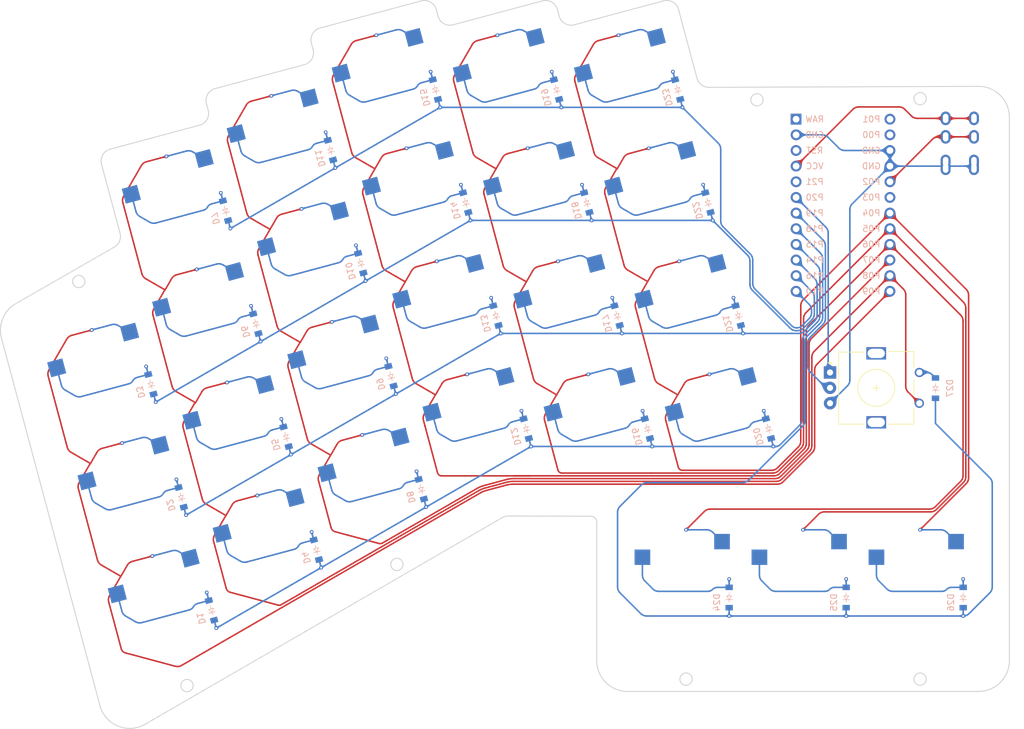
<source format=kicad_pcb>
(kicad_pcb (version 20240108) (generator "pcbnew") (generator_version "8.0")
  (title_block (title "chevron-split") (date "2022-11-11") (rev "v0.1") (company "JVZ"))
  (layers (0 "F.Cu" signal) (31 "B.Cu" signal) (34 "B.Paste" user) (35 "F.Paste" user) (36 "B.SilkS" user "B.Silkscreen") (37 "F.SilkS" user "F.Silkscreen") (38 "B.Mask" user) (39 "F.Mask" user) (44 "Edge.Cuts" user))
  (net 0 "")
  (net 1 "outer_lower")
  (net 2 "P9")
  (net 3 "P15")
  (net 4 "outer_home")
  (net 5 "P14")
  (net 6 "outer_upper")
  (net 7 "P16")
  (net 8 "pinky_lower")
  (net 9 "P8")
  (net 10 "pinky_home")
  (net 11 "pinky_upper")
  (net 12 "pinky_number")
  (net 13 "P10")
  (net 14 "ring_lower")
  (net 15 "P7")
  (net 16 "ring_home")
  (net 17 "ring_upper")
  (net 18 "ring_number")
  (net 19 "middle_lower")
  (net 20 "P6")
  (net 21 "middle_home")
  (net 22 "middle_upper")
  (net 23 "middle_number")
  (net 24 "index_lower")
  (net 25 "P5")
  (net 26 "index_home")
  (net 27 "index_upper")
  (net 28 "index_number")
  (net 29 "inner_lower")
  (net 30 "P4")
  (net 31 "inner_home")
  (net 32 "inner_upper")
  (net 33 "inner_number")
  (net 34 "near_thumb")
  (net 35 "P18")
  (net 36 "home_thumb")
  (net 37 "far_thumb")
  (net 38 "GND")
  (net 39 "VCC")
  (net 40 "P20")
  (net 41 "P19")
  (net 42 "P2")
  (net 43 "rotary")
  (footprint "chevron-split-library:VIA-0.6mm" (layer "F.Cu") (at 176.436803 98.990595 15)
    (property "Reference" "REF**" (hide yes))
    (property "Value" "VIA-0.6mm" (hide yes))
  )
  (footprint "chevron-split-library:VIA-0.6mm" (layer "F.Cu") (at 84.988175 97.705557 15)
    (property "Reference" "REF**" (hide yes))
    (property "Value" "VIA-0.6mm" (hide yes))
  )
  (footprint "chevron-split-library:VIA-0.6mm" (layer "F.Cu") (at 136.0937 68.202892 15)
    (property "Reference" "REF**" (hide yes))
    (property "Value" "VIA-0.6mm" (hide yes))
  )
  (footprint "chevron-split-library:SOD-123_Left" (layer "F.Cu") (at 97.882247 72.416526 105)
    (property "Reference" "D7")
    (property "Value" "" (hide yes))
  )
  (footprint "chevron-split-library:VIA-0.6mm" (layer "F.Cu") (at 122.344106 43.934628 15)
    (property "Reference" "REF**" (hide yes))
    (property "Value" "VIA-0.6mm" (hide yes))
  )
  (footprint "chevron-split-library:VIA-0.6mm" (layer "F.Cu") (at 165.598831 104.90717 15)
    (property "Reference" "REF**" (hide yes))
    (property "Value" "VIA-0.6mm" (hide yes))
  )
  (footprint "chevron-split-library:SOD-123_Left" (layer "F.Cu") (at 213.15165 101.228652 90)
    (property "Reference" "D27")
    (property "Value" "" (hide yes))
  )
  (footprint "chevron-split-library:SOD-123_Left" (layer "F.Cu") (at 179.651652 135.228651 90)
    (property "Reference" "D24")
    (property "Value" "" (hide yes))
  )
  (footprint "chevron-split-library:VIA-0.6mm" (layer "F.Cu") (at 76.156139 91.789886 15)
    (property "Reference" "REF**" (hide yes))
    (property "Value" "VIA-0.6mm" (hide yes))
  )
  (footprint "chevron-split-library:VIA-0.6mm" (layer "F.Cu") (at 88.273753 63.603072 15)
    (property "Reference" "REF**" (hide yes))
    (property "Value" "VIA-0.6mm" (hide yes))
  )
  (footprint "chevron-split-library:TRRS-PJ-320A-dual" (layer "F.Cu") (at 219.401653 54.228654)
    (property "Reference" "REF**" (hide yes))
    (property "Value" "TRRS-PJ-320A-dual")
  )
  (footprint "chevron-split-library:VIA-0.6mm" (layer "F.Cu") (at 86.541089 103.501112 15)
    (property "Reference" "REF**" (hide yes))
    (property "Value" "VIA-0.6mm" (hide yes))
  )
  (footprint "chevron-split-library:SOD-123_Left" (layer "F.Cu") (at 156.540166 71.099767 105)
    (property "Reference" "D18")
    (property "Value" "" (hide yes))
  )
  (footprint "chevron-split-library:VIA-0.6mm" (layer "F.Cu") (at 185.268836 104.906271 15)
    (property "Reference" "REF**" (hide yes))
    (property "Value" "VIA-0.6mm" (hide yes))
  )
  (footprint "chevron-split-library:VIA-0.6mm" (layer "F.Cu") (at 137.096793 98.992403 15)
    (property "Reference" "REF**" (hide yes))
    (property "Value" "VIA-0.6mm" (hide yes))
  )
  (footprint "chevron-split-library:VIA-0.6mm" (layer "F.Cu") (at 147.481741 110.703628 15)
    (property "Reference" "REF**" (hide yes))
    (property "Value" "VIA-0.6mm" (hide yes))
  )
  (footprint "chevron-split-library:SOD-123_Left" (layer "F.Cu") (at 151.622603 52.747176 105)
    (property "Reference" "D19")
    (property "Value" "" (hide yes))
  )
  (footprint "chevron-split-library:VIA-0.6mm" (layer "F.Cu") (at 176.986626 73.996644 15)
    (property "Reference" "REF**" (hide yes))
    (property "Value" "VIA-0.6mm" (hide yes))
  )
  (footprint "chevron-split-library:VIA-0.6mm" (layer "F.Cu") (at 132.729057 55.64586 15)
    (property "Reference" "REF**" (hide yes))
    (property "Value" "VIA-0.6mm" (hide yes))
  )
  (footprint "chevron-split-library:SOD-123_Left" (layer "F.Cu") (at 176.210168 71.098867 105)
    (property "Reference" "D22")
    (property "Value" "" (hide yes))
  )
  (footprint "chevron-split-library:VIA-0.6mm" (layer "F.Cu") (at 179.651652 138.22865)
    (property "Reference" "REF**" (hide yes))
    (property "Value" "VIA-0.6mm" (hide yes))
  )
  (footprint "chevron-split-library:VIA-0.6mm" (layer "F.Cu") (at 89.905734 116.058148 15)
    (property "Reference" "REF**" (hide yes))
    (property "Value" "VIA-0.6mm" (hide yes))
  )
  (footprint "chevron-split-library:SOD-123_Left" (layer "F.Cu") (at 161.457724 89.452358 105)
    (property "Reference" "D17")
    (property "Value" "" (hide yes))
  )
  (footprint "chevron-split-library:VIA-0.6mm" (layer "F.Cu") (at 198.651651 138.228651)
    (property "Reference" "REF**" (hide yes))
    (property "Value" "VIA-0.6mm" (hide yes))
  )
  (footprint "chevron-split-library:VIA-0.6mm" (layer "F.Cu") (at 217.651652 138.228655)
    (property "Reference" "REF**" (hide yes))
    (property "Value" "VIA-0.6mm" (hide yes))
  )
  (footprint "chevron-split-library:VIA-0.6mm" (layer "F.Cu") (at 111.858472 124.576518 15)
    (property "Reference" "REF**" (hide yes))
    (property "Value" "VIA-0.6mm" (hide yes))
  )
  (footprint "chevron-split-library:MX_1U_HotSocket_Left" (layer "F.Cu") (at 82.885438 116.903952 15)
    (property "Reference" "S2" (hide yes))
    (property "Value" "" (hide yes))
  )
  (footprint "chevron-split-library:VIA-0.6mm" (layer "F.Cu") (at 93.191313 81.955662 15)
    (property "Reference" "REF**" (hide yes))
    (property "Value" "VIA-0.6mm" (hide yes))
  )
  (footprint "chevron-split-library:VIA-0.6mm" (layer "F.Cu") (at 172.651651 124.228652)
    (property "Reference" "REF**" (hide yes))
    (property "Value" "VIA-0.6mm" (hide yes))
  )
  (footprint "chevron-split-library:VIA-0.6mm" (layer "F.Cu") (at 161.684118 43.932825 15)
    (property "Reference" "REF**" (hide yes))
    (property "Value" "VIA-0.6mm" (hide yes))
  )
  (footprint "chevron-split-library:SOD-123_Left" (layer "F.Cu") (at 136.870158 71.100671 105)
    (property "Reference" "D14")
    (property "Value" "" (hide yes))
  )
  (footprint "chevron-split-library:MX_1U_HotSocket_Left" (layer "F.Cu") (at 153.660972 87.400391 15)
    (property "Reference" "S17" (hide yes))
    (property "Value" "" (hide yes))
  )
  (footprint "chevron-split-library:VIA-0.6mm" (layer "F.Cu") (at 98.658703 75.314299 15)
    (property "Reference" "REF**" (hide yes))
    (property "Value" "VIA-0.6mm" (hide yes))
  )
  (footprint "chevron-split-library:MX_1U_HotSocket_Left" (layer "F.Cu") (at 116.955787 97.235513 15)
    (property "Reference" "S9" (hide yes))
    (property "Value" "" (hide yes))
  )
  (footprint "chevron-split-library:MX_1U_HotSocket_Left" (layer "F.Cu") (at 173.330975 87.399487 15)
    (property "Reference" "S21" (hide yes))
    (property "Value" "" (hide yes))
  )
  (footprint "chevron-split-library:VIA-0.6mm" (layer "F.Cu") (at 97.105788 69.518746 15)
    (property "Reference" "REF**" (hide yes))
    (property "Value" "VIA-0.6mm" (hide yes))
  )
  (footprint "chevron-split-library:MX_1U_HotSocket_Left" (layer "F.Cu") (at 178.248538 105.752077 15)
    (property "Reference" "S20" (hide yes))
    (property "Value" "" (hide yes))
  )
  (footprint "chevron-split-library:VIA-0.6mm" (layer "F.Cu") (at 96.376213 140.206296 15)
    (property "Reference" "REF**" (hide yes))
    (property "Value" "VIA-0.6mm" (hide yes))
  )
  (footprint "chevron-split-library:VIA-0.6mm" (layer "F.Cu") (at 162.234183 92.350139 15)
    (property "Reference" "REF**" (hide yes))
    (property "Value" "VIA-0.6mm" (hide yes))
  )
  (footprint "chevron-split-library:VIA-0.6mm" (layer "F.Cu") (at 146.931675 62.28632 15)
    (property "Reference" "REF**" (hide yes))
    (property "Value" "VIA-0.6mm" (hide yes))
  )
  (footprint "chevron-split-library:VIA-0.6mm" (layer "F.Cu") (at 137.646617 73.998452 15)
    (property "Reference" "REF**" (hide yes))
    (property "Value" "VIA-0.6mm" (hide yes))
  )
  (footprint "chevron-split-library:VIA-0.6mm" (layer "F.Cu") (at 152.39906 55.644954 15)
    (property "Reference" "REF**" (hide yes))
    (property "Value" "VIA-0.6mm" (hide yes))
  )
  (footprint "chevron-split-library:VIA-0.6mm" (layer "F.Cu") (at 179.651649 132.228655)
    (property "Reference" "REF**" (hide yes))
    (property "Value" "VIA-0.6mm" (hide yes))
  )
  (footprint "chevron-split-library:SOD-123_Left" (layer "F.Cu") (at 90.682194 118.955925 105)
    (property "Reference" "D2")
    (property "Value" "" (hide yes))
  )
  (footprint "chevron-split-library:VIA-0.6mm" (layer "F.Cu") (at 180.351274 86.553679 15)
    (property "Reference" "REF**" (hide yes))
    (property "Value" "VIA-0.6mm" (hide yes))
  )
  (footprint "chevron-split-library:VIA-0.6mm" (layer "F.Cu") (at 115.693879 65.48008 15)
    (property "Reference" "REF**" (hide yes))
    (property "Value" "VIA-0.6mm" (hide yes))
  )
  (footprint "chevron-split-library:MX_1U_HotSocket_Left" (layer "F.Cu") (at 112.038227 78.882922 15)
    (property "Reference" "S10" (hide yes))
    (property "Value" "" (hide yes))
  )
  (footprint "chevron-split-library:VIA-0.6mm" (layer "F.Cu") (at 217.651651 132.228651)
    (property "Reference" "REF**" (hide yes))
    (property "Value" "VIA-0.6mm" (hide yes))
  )
  (footprint "chevron-split-library:VIA-0.6mm" (layer "F.Cu") (at 151.849235 80.638907 15)
    (property "Reference" "REF**" (hide yes))
    (property "Value" "VIA-0.6mm" (hide yes))
  )
  (footprint "chevron-split-library:VIA-0.6mm" (layer "F.Cu") (at 166.601679 62.285415 15)
    (property "Reference" "REF**" (hide yes))
    (property "Value" "VIA-0.6mm" (hide yes))
  )
  (footprint "chevron-split-library:VIA-0.6mm" (layer "F.Cu") (at 105.308932 53.768853 15)
    (property "Reference" "REF**" (hide yes))
    (property "Value" "VIA-0.6mm" (hide yes))
  )
  (footprint "chevron-split-library:SOD-123_Left" (layer "F.Cu") (at 107.717368 109.121704 105)
    (property "Reference" "D5")
    (property "Value" "" (hide yes))
  )
  (footprint "chevron-split-library:VIA-0.6mm" (layer "F.Cu") (at 191.65165 124.228653)
    (property "Reference" "REF**" (hide yes))
    (property "Value" "VIA-0.6mm" (hide yes))
  )
  (footprint "chevron-split-library:VIA-0.6mm" (layer "F.Cu") (at 170.516151 49.848499 15)
    (property "Reference" "REF**" (hide yes))
    (property "Value" "VIA-0.6mm" (hide yes))
  )
  (footprint "chevron-split-library:SOD-123_Left" (layer "F.Cu") (at 171.292608 52.746277 105)
    (property "Reference" "D23")
    (property "Value" "" (hide yes))
  )
  (footprint "chevron-split-library:SOD-123_Left" (layer "F.Cu") (at 186.045295 107.804048 105)
    (property "Reference" "D20")
    (property "Value" "" (hide yes))
  )
  (footprint "chevron-split-library:MX_1U_HotSocket_Left" (layer "F.Cu") (at 148.743409 69.047798 15)
    (property "Reference" "S18" (hide yes))
    (property "Value" "" (hide yes))
  )
  (footprint "chevron-split-library:VIA-0.6mm" (layer "F.Cu") (at 210.651652 124.228652)
    (property "Reference" "REF**" (hide yes))
    (property "Value" "VIA-0.6mm" (hide yes))
  )
  (footprint "chevron-split-library:VIA-0.6mm" (layer "F.Cu") (at 108.493829 112.019481 15)
    (property "Reference" "REF**" (hide yes))
    (property "Value" "VIA-0.6mm" (hide yes))
  )
  (footprint "chevron-split-library:MX_1U_HotSocket_Left" (layer "F.Cu") (at 121.873348 115.588104 15)
    (property "Reference" "S8" (hide yes))
    (property "Value" "" (hide yes))
  )
  (footprint "chevron-split-library:SOD-123_Left" (layer "F.Cu") (at 95.599752 137.308514 105)
    (property "Reference" "D1")
    (property "Value" "" (hide yes))
  )
  (footprint "chevron-split-library:VIA-0.6mm" (layer "F.Cu") (at 160.681271 86.554582 15)
    (property "Reference" "REF**" (hide yes))
    (property "Value" "VIA-0.6mm" (hide yes))
  )
  (footprint "chevron-split-library:MX_1U_HotSocket_Left" (layer "F.Cu") (at 107.120667 60.530332 15)
    (property "Reference" "S11" (hide yes))
    (property "Value" "" (hide yes))
  )
  (footprint "chevron-split-library:VIA-0.6mm" (layer "F.Cu") (at 106.940913 106.223926 15)
    (property "Reference" "REF**" (hide yes))
    (property "Value" "VIA-0.6mm" (hide yes))
  )
  (footprint "chevron-split-library:SOD-123_Left" (layer "F.Cu") (at 102.79981 90.769116 105)
    (property "Reference" "D6")
    (property "Value" "" (hide yes))
  )
  (footprint "chevron-split-library:VIA-0.6mm" (layer "F.Cu") (at 103.576265 93.66689 15)
    (property "Reference" "REF**" (hide yes))
    (property "Value" "VIA-0.6mm" (hide yes))
  )
  (footprint "chevron-split-library:VIA-0.6mm" (layer "F.Cu") (at 85.991266 128.495064 15)
    (property "Reference" "REF**" (hide yes))
    (property "Value" "VIA-0.6mm" (hide yes))
  )
  (footprint "chevron-split-library:VIA-0.6mm" (layer "F.Cu") (at 156.766798 98.991499 15)
    (property "Reference" "REF**" (hide yes))
    (property "Value" "VIA-0.6mm" (hide yes))
  )
  (footprint "chevron-split-library:VIA-0.6mm" (layer "F.Cu") (at 91.45865 121.853702 15)
    (property "Reference" "REF**" (hide yes))
    (property "Value" "VIA-0.6mm" (hide yes))
  )
  (footprint "chevron-split-library:SOD-123_Left" (layer "F.Cu") (at 85.764631 100.603334 105)
    (property "Reference" "D3")
    (property "Value" "" (hide yes))
  )
  (footprint "chevron-split-library:SOD-123_Left" (layer "F.Cu") (at 112.634931 127.474295 105)
    (property "Reference" "D4")
    (property "Value" "" (hide yes))
  )
  (footprint "chevron-split-library:MX_1U_HotSocket_Left" (layer "F.Cu") (at 133.990963 87.40129 15)
    (property "Reference" "S13" (hide yes))
    (property "Value" "" (hide yes))
  )
  (footprint "chevron-split-library:VIA-0.6mm" (layer "F.Cu") (at 114.140963 59.684524 15)
    (property "Reference" "REF**" (hide yes))
    (property "Value" "VIA-0.6mm" (hide yes))
  )
  (footprint "chevron-split-library:MX_1U_HotSocket_Left" (layer "F.Cu") (at 124.155837 50.696114 15)
    (property "Reference" "S15" (hide yes))
    (property "Value" "" (hide yes))
  )
  (footprint "chevron-split-library:MX_1U_HotSocket_Left" (layer "F.Cu") (at 143.825844 50.695208 15)
    (property "Reference" "S19" (hide yes))
    (property "Value" "" (hide yes))
  )
  (footprint "chevron-split-library:SOD-123_Left" (layer "F.Cu") (at 166.375291 107.804948 105)
    (property "Reference" "D16")
    (property "Value" "" (hide yes))
  )
  (footprint "chevron-split-library:VIA-0.6mm" (layer "F.Cu") (at 142.564179 92.351038 15)
    (property "Reference" "REF**" (hide yes))
    (property "Value" "VIA-0.6mm" (hide yes))
  )
  (footprint "chevron-split-library:VIA-0.6mm" (layer "F.Cu") (at 198.651649 132.228653)
    (property "Reference" "REF**" (hide yes))
    (property "Value" "VIA-0.6mm" (hide yes))
  )
  (footprint "chevron-split-library:VIA-0.6mm" (layer "F.Cu") (at 130.446564 120.537852 15)
    (property "Reference" "REF**" (hide yes))
    (property "Value" "VIA-0.6mm" (hide yes))
  )
  (footprint "chevron-split-library:VIA-0.6mm" (layer "F.Cu") (at 125.529 102.185262 15)
    (property "Reference" "REF**" (hide yes))
    (property "Value" "VIA-0.6mm" (hide yes))
  )
  (footprint "chevron-split-library:VIA-0.6mm" (layer "F.Cu") (at 103.026438 118.660847 15)
    (property "Reference" "REF**" (hide yes))
    (property "Value" "VIA-0.6mm" (hide yes))
  )
  (footprint "chevron-split-library:MX_1U_HotSocket_Left" (layer "F.Cu") (at 104.838172 125.422324 15)
    (property "Reference" "S4" (hide yes))
    (property "Value" "" (hide yes))
  )
  (footprint "chevron-split-library:VIA-0.6mm" (layer "F.Cu") (at 171.519243 80.638004 15)
    (property "Reference" "REF**" (hide yes))
    (property "Value" "VIA-0.6mm" (hide yes))
  )
  (footprint "chevron-split-library:MX_1U_HotSocket_Left" (layer "F.Cu") (at 87.802998 135.256545 15)
    (property "Reference" "S1" (hide yes))
    (property "Value" "" (hide yes))
  )
  (footprint "chevron-split-library:SOD-123_Left" (layer "F.Cu") (at 181.127733 89.451455 105)
    (property "Reference" "D21")
    (property "Value" "" (hide yes))
  )
  (footprint "chevron-split-library:VIA-0.6mm" (layer "F.Cu") (at 181.90419 92.349237 15)
    (property "Reference" "REF**" (hide yes))
    (property "Value" "VIA-0.6mm" (hide yes))
  )
  (footprint "chevron-split-library:VIA-0.6mm" (layer "F.Cu") (at 186.821751 110.701824 15)
    (property "Reference" "REF**" (hide yes))
    (property "Value" "VIA-0.6mm" (hide yes))
  )
  (footprint "chevron-split-library:VIA-0.6mm" (layer "F.Cu") (at 128.893651 114.742297 15)
    (property "Reference" "REF**" (hide yes))
    (property "Value" "VIA-0.6mm" (hide yes))
  )
  (footprint "chevron-split-library:VIA-0.6mm" (layer "F.Cu") (at 157.316623 73.997544 15)
    (property "Reference" "REF**" (hide yes))
    (property "Value" "VIA-0.6mm" (hide yes))
  )
  (footprint "chevron-split-library:VIA-0.6mm" (layer "F.Cu") (at 102.023351 87.871339 15)
    (property "Reference" "REF**" (hide yes))
    (property "Value" "VIA-0.6mm" (hide yes))
  )
  (footprint "chevron-split-library:VIA-0.6mm" (layer "F.Cu") (at 115.144053 90.47403 15)
    (property "Reference" "REF**" (hide yes))
    (property "Value" "VIA-0.6mm" (hide yes))
  )
  (footprint "chevron-split-library:VIA-0.6mm" (layer "F.Cu") (at 142.014112 43.933728 15)
    (property "Reference" "REF**" (hide yes))
    (property "Value" "VIA-0.6mm" (hide yes))
  )
  (footprint "chevron-split-library:VIA-0.6mm" (layer "F.Cu") (at 98.108877 100.308256 15)
    (property "Reference" "REF**" (hide yes))
    (property "Value" "VIA-0.6mm" (hide yes))
  )
  (footprint "chevron-split-library:SOD-123_Left" (layer "F.Cu") (at 129.670105 117.640073 105)
    (property "Reference" "D8")
    (property "Value" "" (hide yes))
  )
  (footprint "chevron-split-library:MX_1U_HotSocket_Left" (layer "F.Cu") (at 95.003049 88.717146 15)
    (property "Reference" "S6" (hide yes))
    (property "Value" "" (hide yes))
  )
  (footprint "chevron-split-library:MX_1U_HotSocket_Left" (layer "F.Cu") (at 163.495848 50.694302 15)
    (property "Reference" "S23" (hide yes))
    (property "Value" "" (hide yes))
  )
  (footprint "chevron-split-library:VIA-0.6mm" (layer "F.Cu") (at 167.151746 110.70273 15)
    (property "Reference" "REF**" (hide yes))
    (property "Value" "VIA-0.6mm" (hide yes))
  )
  (footprint "chevron-split-library:SOD-123_Left" (layer "F.Cu") (at 124.752546 99.287487 105)
    (property "Reference" "D9")
    (property "Value" "" (hide yes))
  )
  (footprint "chevron-split-library:VIA-0.6mm" (layer "F.Cu") (at 172.069067 55.644052 15)
    (property "Reference" "REF**" (hide yes))
    (property "Value" "VIA-0.6mm" (hide yes))
  )
  (footprint "chevron-split-library:VIA-0.6mm" (layer "F.Cu") (at 120.061617 108.826624 15)
    (property "Reference" "REF**" (hide yes))
    (property "Value" "VIA-0.6mm" (hide yes))
  )
  (footprint "chevron-split-library:MX_1U_HotSocket_Left" (layer "F.Cu") (at 191.65165 131.228654)
    (property "Reference" "S25" (hide yes))
    (property "Value" "" (hide yes))
  )
  (footprint "chevron-split-library:ProMicro" (layer "F.Cu") (at 198.14165 71.532654 -90)
    (property "Reference" "MCU1" (hide yes))
    (property "Value" "" (hide yes))
  )
  (footprint "chevron-split-library:VIA-0.6mm" (layer "F.Cu") (at 120.611442 83.832673 15)
    (property "Reference" "REF**" (hide yes))
    (property "Value" "VIA-0.6mm" (hide yes))
  )
  (footprint "chevron-split-library:VIA-0.6mm" (layer "F.Cu") (at 175.433711 68.201089 15)
    (property "Reference" "REF**" (hide yes))
    (property "Value" "VIA-0.6mm" (hide yes))
  )
  (footprint "chevron-split-library:SOD-123_Left" (layer "F.Cu") (at 217.651649 135.22865 90)
    (property "Reference" "D26")
    (property "Value" "" (hide yes))
  )
  (footprint "chevron-split-library:VIA-0.6mm" (layer "F.Cu") (at 123.976089 96.389705 15)
    (property "Reference" "REF**" (hide yes))
    (property "Value" "VIA-0.6mm" (hide yes))
  )
  (footprint "chevron-split-library:SOD-123_Left" (layer "F.Cu") (at 119.834983 80.934894 105)
    (property "Reference" "D10")
    (property "Value" "" (hide yes))
  )
  (footprint "chevron-split-library:MX_1U_HotSocket_Left" (layer "F.Cu") (at 129.0734 69.0487 15)
    (property "Reference" "S14" (hide yes))
    (property "Value" "" (hide yes))
  )
  (footprint "chevron-split-library:VIA-0.6mm" (layer "F.Cu") (at 94.823298 134.410738 15)
    (property "Reference" "REF**" (hide yes))
    (property "Value" "VIA-0.6mm" (hide yes))
  )
  (footprint "chevron-split-library:VIA-0.6mm" (layer "F.Cu") (at 127.261669 62.287219 15)
    (property "Reference" "REF**" (hide yes))
    (property "Value" "VIA-0.6mm" (hide yes))
  )
  (footprint "chevron-split-library:VIA-0.6mm" (layer "F.Cu") (at 132.179231 80.639812 15)
    (property "Reference" "REF**" (hide yes))
    (property "Value" "VIA-0.6mm" (hide yes))
  )
  (footprint "chevron-split-library:VIA-0.6mm" (layer "F.Cu") (at 145.928826 104.908076 15)
    (property "Reference" "REF**" (hide yes))
    (property "Value" "VIA-0.6mm" (hide yes))
  )
  (footprint "chevron-split-library:MX_1U_HotSocket_Left" (layer "F.Cu") (at 77.967875 98.551364 15)
    (property "Reference" "S3" (hide yes))
    (property "Value" "" (hide yes))
  )
  (footprint "chevron-split-library:VIA-0.6mm" (layer "F.Cu") (at 113.411387 130.372069 15)
    (property "Reference" "REF**" (hide yes))
    (property "Value" "VIA-0.6mm" (hide yes))
  )
  (footprint "chevron-split-library:VIA-0.6mm" (layer "F.Cu") (at 141.011264 86.555486 15)
    (property "Reference" "REF**" (hide yes))
    (property "Value" "VIA-0.6mm" (hide yes))
  )
  (footprint "chevron-split-library:MX_1U_HotSocket_Left" (layer "F.Cu") (at 210.651651 131.22865)
    (property "Reference" "S26" (hide yes))
    (property "Value" "" (hide yes))
  )
  (footprint "chevron-split-library:SOD-123_Left" (layer "F.Cu") (at 114.917423 62.582301 105)
    (property "Reference" "D11")
    (property "Value" "" (hide yes))
  )
  (footprint "chevron-split-library:MX_1U_HotSocket_Left" (layer "F.Cu") (at 172.65165 131.228651)
    (property "Reference" "S24" (hide yes))
    (property "Value" "" (hide yes))
  )
  (footprint "chevron-split-library:MX_1U_HotSocket_Left" (layer "F.Cu") (at 158.578531 105.752982 15)
    (property "Reference" "S16" (hide yes))
    (property "Value" "" (hide yes))
  )
  (footprint "chevron-split-library:SOD-123_Left" (layer "F.Cu") (at 198.651651 135.228654 90)
    (property "Reference" "D25")
    (property "Value" "" (hide yes))
  )
  (footprint "chevron-split-library:MX_1U_HotSocket_Left" (layer "F.Cu") (at 99.920611 107.069733 15)
    (property "Reference" "S5" (hide yes))
    (property "Value" "" (hide yes))
  )
  (footprint "chevron-split-library:VIA-0.6mm" (layer "F.Cu") (at 81.073706 110.142474 15)
    (property "Reference" "REF**" (hide yes))
    (property "Value" "VIA-0.6mm" (hide yes))
  )
  (footprint "chevron-split-library:VIA-0.6mm" (layer "F.Cu") (at 155.763708 68.201993 15)
    (property "Reference" "REF**" (hide yes))
    (property "Value" "VIA-0.6mm" (hide yes))
  )
  (footprint "chevron-split-library:MX_1U_HotSocket_Left" (layer "F.Cu") (at 168.413409 69.046899 15)
    (property "Reference" "S22" (hide yes))
    (property "Value" "" (hide yes))
  )
  (footprint "chevron-split-library:MX_1U_HotSocket_Left" (layer "F.Cu") (at 90.085488 70.364555 15)
    (property "Reference" "S7" (hide yes))
    (property "Value" "" (hide yes))
  )
  (footprint "chevron-split-library:SOD-123_Left" (layer "F.Cu") (at 131.952596 52.748083 105)
    (property "Reference" "D15")
    (property "Value" "" (hide yes))
  )
  (footprint "chevron-split-library:VIA-0.6mm" (layer "F.Cu") (at 131.17614 49.850304 15)
    (property "Reference" "REF**" (hide yes))
    (property "Value" "VIA-0.6mm" (hide yes))
  )
  (footprint "chevron-split-library:SOD-123_Left" (layer "F.Cu") (at 146.705285 107.805853 105)
    (property "Reference" "D12")
    (property "Value" "" (hide yes))
  )
  (footprint "chevron-split-library:VIA-0.6mm" (layer "F.Cu") (at 110.226493 72.12144 15)
    (property "Reference" "REF**" (hide yes))
    (property "Value" "VIA-0.6mm" (hide yes))
  )
  (footprint "chevron-split-library:VIA-0.6mm" (layer "F.Cu") (at 119.058524 78.037116 15)
    (property "Reference" "REF**" (hide yes))
    (property "Value" "VIA-0.6mm" (hide yes))
  )
  (footprint "chevron-split-library:rotary_encoder" (layer "F.Cu") (at 203.651649 101.228653)
    (property "Reference" "ROT1" (hide yes))
    (property "Value" "")
  )
  (footprint "chevron-split-library:SOD-123_Left" (layer "F.Cu") (at 141.78772 89.453261 105)
    (property "Reference" "D13")
    (property "Value" "" (hide yes))
  )
  (footprint "chevron-split-library:MX_1U_HotSocket_Left" (layer "F.Cu") (at 138.908526 105.753883 15)
    (property "Reference" "S12" (hide yes))
    (property "Value" "" (hide yes))
  )
  (footprint "chevron-split-library:VIA-0.6mm" (layer "F.Cu") (at 150.846148 49.849402 15)
    (property "Reference" "REF**" (hide yes))
    (property "Value" "VIA-0.6mm" (hide yes))
  )
  (gr_line (start 152.050245 40.820194) (end 151.768105 39.767239) (stroke (width 0.15)) (layer "Edge.Cuts"))
  (gr_arc (start 94.778481 55.037563) (mid 94.978274 53.519921) (end 96.192694 52.588073) (stroke (width 0.15)) (layer "Edge.Cuts"))
  (gr_line (start 63.878767 87.477506) (end 79.810321 78.331856) (stroke (width 0.15)) (layer "Edge.Cuts"))
  (gr_circle (center 184.162063 54.411287) (end 185.162063 54.411287) (stroke (width 0.15)) (fill none) (layer "Edge.Cuts"))
  (gr_line (start 176.363209 52.391808) (end 220.114392 52.22879) (stroke (width 0.15)) (layer "Edge.Cuts"))
  (gr_line (start 111.813654 45.203344) (end 112.095798 46.256299) (stroke (width 0.15)) (layer "Edge.Cuts"))
  (gr_line (start 77.485246 152.773865) (end 61.503169 93.127945) (stroke (width 0.15)) (layer "Edge.Cuts"))
  (gr_line (start 220.151647 150.478653) (end 163.15165 150.478651) (stroke (width 0.15)) (layer "Edge.Cuts"))
  (gr_line (start 142.793361 122.265146) (end 84.852445 155.787989) (stroke (width 0.15)) (layer "Edge.Cuts"))
  (gr_arc (start 149.318614 38.353027) (mid 150.836266 38.552792) (end 151.768105 39.767239) (stroke (width 0.15)) (layer "Edge.Cuts"))
  (gr_line (start 174.4239 50.909461) (end 171.438111 39.766335) (stroke (width 0.15)) (layer "Edge.Cuts"))
  (gr_arc (start 134.829728 42.235311) (mid 133.312085 42.035494) (end 132.380238 40.821097) (stroke (width 0.15)) (layer "Edge.Cuts"))
  (gr_arc (start 142.793361 122.265146) (mid 143.278764 122.064045) (end 143.799787 121.996288) (stroke (width 0.15)) (layer "Edge.Cuts"))
  (gr_arc (start 154.499733 42.234408) (mid 152.982088 42.034594) (end 152.050245 40.820194) (stroke (width 0.15)) (layer "Edge.Cuts"))
  (gr_line (start 225.151651 57.22865) (end 225.151649 145.478651) (stroke (width 0.15)) (layer "Edge.Cuts"))
  (gr_line (start 168.98862 38.352122) (end 154.499733 42.234408) (stroke (width 0.15)) (layer "Edge.Cuts"))
  (gr_line (start 158.15165 145.478655) (end 158.151653 123.028653) (stroke (width 0.15)) (layer "Edge.Cuts"))
  (gr_arc (start 129.648611 38.353926) (mid 131.166266 38.553689) (end 132.098099 39.768141) (stroke (width 0.15)) (layer "Edge.Cuts"))
  (gr_line (start 132.380238 40.821097) (end 132.098099 39.768141) (stroke (width 0.15)) (layer "Edge.Cuts"))
  (gr_line (start 157.151648 122.028652) (end 143.799787 121.996288) (stroke (width 0.15)) (layer "Edge.Cuts"))
  (gr_circle (center 74.046516 83.916659) (end 75.046516 83.916659) (stroke (width 0.15)) (fill none) (layer "Edge.Cuts"))
  (gr_arc (start 176.363209 52.391808) (mid 175.141203 51.980777) (end 174.4239 50.909461) (stroke (width 0.15)) (layer "Edge.Cuts"))
  (gr_arc (start 77.743305 64.871784) (mid 77.943098 63.354141) (end 79.157519 62.422293) (stroke (width 0.15)) (layer "Edge.Cuts"))
  (gr_circle (center 210.65165 54.22865) (end 211.65165 54.22865) (stroke (width 0.15)) (fill none) (layer "Edge.Cuts"))
  (gr_arc (start 95.060619 56.090517) (mid 94.86081 57.608149) (end 93.646407 58.540007) (stroke (width 0.15)) (layer "Edge.Cuts"))
  (gr_line (start 110.68158 48.705785) (end 96.192694 52.588073) (stroke (width 0.15)) (layer "Edge.Cuts"))
  (gr_arc (start 61.503169 93.127945) (mid 61.723587 89.896012) (end 63.878767 87.477506) (stroke (width 0.15)) (layer "Edge.Cuts"))
  (gr_arc (start 220.114392 52.228791) (mid 223.674022 53.679945) (end 225.151651 57.22865) (stroke (width 0.15)) (layer "Edge.Cuts"))
  (gr_arc (start 112.095798 46.256299) (mid 111.895987 47.773932) (end 110.68158 48.705785) (stroke (width 0.15)) (layer "Edge.Cuts"))
  (gr_line (start 94.778481 55.037563) (end 95.060619 56.090517) (stroke (width 0.15)) (layer "Edge.Cuts"))
  (gr_arc (start 225.151649 145.478651) (mid 223.687172 149.014174) (end 220.151647 150.478653) (stroke (width 0.15)) (layer "Edge.Cuts"))
  (gr_arc (start 163.15165 150.478651) (mid 159.61606 149.014227) (end 158.15165 145.478655) (stroke (width 0.15)) (layer "Edge.Cuts"))
  (gr_arc (start 84.852445 155.787989) (mid 80.421565 156.107449) (end 77.485246 152.773865) (stroke (width 0.15)) (layer "Edge.Cuts"))
  (gr_arc (start 168.98862 38.352122) (mid 170.50627 38.55189) (end 171.438111 39.766335) (stroke (width 0.15)) (layer "Edge.Cuts"))
  (gr_arc (start 80.746458 76.079698) (mid 80.661418 77.364987) (end 79.810321 78.331856) (stroke (width 0.15)) (layer "Edge.Cuts"))
  (gr_line (start 77.743305 64.871784) (end 80.746458 76.079698) (stroke (width 0.15)) (layer "Edge.Cuts"))
  (gr_line (start 149.318614 38.353027) (end 134.829728 42.235311) (stroke (width 0.15)) (layer "Edge.Cuts"))
  (gr_arc (start 111.813654 45.203344) (mid 112.013447 43.685698) (end 113.227871 42.753853) (stroke (width 0.15)) (layer "Edge.Cuts"))
  (gr_circle (center 91.626458 149.52588) (end 92.626458 149.52588) (stroke (width 0.15)) (fill none) (layer "Edge.Cuts"))
  (gr_line (start 93.646407 58.540007) (end 79.157519 62.422293) (stroke (width 0.15)) (layer "Edge.Cuts"))
  (gr_circle (center 210.65165 148.478652) (end 211.65165 148.478652) (stroke (width 0.15)) (fill none) (layer "Edge.Cuts"))
  (gr_circle (center 125.696807 129.857437) (end 126.696807 129.857437) (stroke (width 0.15)) (fill none) (layer "Edge.Cuts"))
  (gr_line (start 129.648611 38.353926) (end 113.227871 42.753853) (stroke (width 0.15)) (layer "Edge.Cuts"))
  (gr_arc (start 157.151648 122.028652) (mid 157.858699 122.321585) (end 158.151653 123.028653) (stroke (width 0.15)) (layer "Edge.Cuts"))
  (gr_circle (center 172.65165 148.478652) (end 173.65165 148.478652) (stroke (width 0.15)) (fill none) (layer "Edge.Cuts"))
  (segment (start 81.050388 137.429809) (end 80.302016 134.636828) (width 0.25) (layer "B.Cu") (net 1))
  (segment (start 93.346737 136.204006) (end 95.172706 135.71474) (width 0.25) (layer "B.Cu") (net 1))
  (segment (start 94.823298 134.410738) (end 95.172702 135.71474) (width 0.25) (layer "B.Cu") (net 1))
  (segment (start 81.684227 138.255845) (end 83.261827 139.166674) (width 0.25) (layer "B.Cu") (net 1))
  (segment (start 91.999196 137.238007) (end 84.294114 139.302578) (width 0.25) (layer "B.Cu") (net 1))
  (arc (start 93.346737 136.204006) (mid 92.958433 136.395497) (end 92.672967 136.721007) (width 0.25) (layer "B.Cu") (net 1))
  (arc (start 83.261827 139.166674) (mid 83.764454 139.337293) (end 84.294114 139.302578) (width 0.25) (layer "B.Cu") (net 1))
  (arc (start 81.050388 137.429809) (mid 81.285153 137.905865) (end 81.684227 138.255845) (width 0.25) (layer "B.Cu") (net 1))
  (arc (start 91.999196 137.238007) (mid 92.3875 137.046518) (end 92.672967 136.721007) (width 0.25) (layer "B.Cu") (net 1))
  (segment (start 140.282322 117.826308) (end 143.46807 116.97269) (width 0.25) (layer "F.Cu") (net 2))
  (segment (start 193.133027 111.720179) (end 188.429923 116.423279) (width 0.25) (layer "F.Cu") (net 2))
  (segment (start 73.98665 117.581288) (end 77.080568 129.127946) (width 0.25) (layer "F.Cu") (net 2))
  (segment (start 69.220852 98.25561) (end 71.010136 95.156482) (width 0.25) (layer "F.Cu") (net 2))
  (segment (start 187.467984 116.821727) (end 144.614756 116.821726) (width 0.25) (layer "F.Cu") (net 2))
  (segment (start 77.829633 111.011721) (end 81.073706 110.142474) (width 0.25) (layer "F.Cu") (net 2))
  (segment (start 81.921159 129.99815) (end 80.845256 131.861663) (width 0.25) (layer "F.Cu") (net 2))
  (segment (start 75.927695 113.509073) (end 77.003597 111.645559) (width 0.25) (layer "F.Cu") (net 2))
  (segment (start 69.084949 99.287897) (end 72.178867 110.834555) (width 0.25) (layer "F.Cu") (net 2))
  (segment (start 79.049503 134.936645) (end 80.821109 131.868136) (width 0.25) (layer "F.Cu") (net 2))
  (segment (start 82.747195 129.364311) (end 85.991266 128.495064) (width 0.25) (layer "F.Cu") (net 2))
  (segment (start 193.531475 110.75824) (end 193.531475 98.296315) (width 0.25) (layer "F.Cu") (net 2))
  (segment (start 72.91207 92.659132) (end 76.156139 91.789886) (width 0.25) (layer "F.Cu") (net 2))
  (segment (start 72.086034 93.292971) (end 71.010136 95.156482) (width 0.25) (layer "F.Cu") (net 2))
  (segment (start 90.745646 146.252001) (end 139.213781 118.268912) (width 0.25) (layer "F.Cu") (net 2))
  (segment (start 77.714409 129.953981) (end 80.813538 131.743263) (width 0.25) (layer "F.Cu") (net 2))
  (segment (start 72.812707 111.660591) (end 75.911837 113.449872) (width 0.25) (layer "F.Cu") (net 2))
  (segment (start 193.929923 97.334376) (end 205.761648 85.502651) (width 0.25) (layer "F.Cu") (net 2))
  (segment (start 80.944477 143.548273) (end 78.913599 135.968932) (width 0.25) (layer "F.Cu") (net 2))
  (segment (start 74.122553 116.549) (end 75.911837 113.449872) (width 0.25) (layer "F.Cu") (net 2))
  (segment (start 89.713359 146.387905) (end 81.613857 144.217652) (width 0.25) (layer "F.Cu") (net 2))
  (arc (start 187.467984 116.821727) (mid 187.988581 116.718174) (end 188.429923 116.423279) (width 0.25) (layer "F.Cu") (net 2))
  (arc (start 193.531475 110.75824) (mid 193.427921 111.278837) (end 193.133027 111.720179) (width 0.25) (layer "F.Cu") (net 2))
  (arc (start 77.080568 129.127946) (mid 77.315335 129.604003) (end 77.714409 129.953981) (width 0.25) (layer "F.Cu") (net 2))
  (arc (start 80.944477 143.548273) (mid 81.189488 143.972642) (end 81.613857 144.217652) (width 0.25) (layer "F.Cu") (net 2))
  (arc (start 79.049503 134.936645) (mid 78.878884 135.439273) (end 78.913599 135.968932) (width 0.25) (layer "F.Cu") (net 2))
  (arc (start 69.220852 98.25561) (mid 69.050233 98.758238) (end 69.084949 99.287897) (width 0.25) (layer "F.Cu") (net 2))
  (arc (start 74.122553 116.549) (mid 73.951934 117.051628) (end 73.98665 117.581288) (width 0.25) (layer "F.Cu") (net 2))
  (arc (start 82.747195 129.364311) (mid 82.271139 129.599077) (end 81.921159 129.99815) (width 0.25) (layer "F.Cu") (net 2))
  (arc (start 77.829633 111.011721) (mid 77.353577 111.246486) (end 77.003597 111.645559) (width 0.25) (layer "F.Cu") (net 2))
  (arc (start 72.178867 110.834555) (mid 72.413633 111.310612) (end 72.812707 111.660591) (width 0.25) (layer "F.Cu") (net 2))
  (arc (start 72.91207 92.659132) (mid 72.436013 92.893897) (end 72.086034 93.292971) (width 0.25) (layer "F.Cu") (net 2))
  (arc (start 140.282322 117.826308) (mid 139.733546 118.012592) (end 139.213781 118.268912) (width 0.25) (layer "F.Cu") (net 2))
  (arc (start 89.713359 146.387905) (mid 90.243019 146.42262) (end 90.745646 146.252001) (width 0.25) (layer "F.Cu") (net 2))
  (arc (start 193.929923 97.334376) (mid 193.635028 97.775718) (end 193.531475 98.296315) (width 0.25) (layer "F.Cu") (net 2))
  (arc (start 143.46807 116.97269) (mid 144.036465 116.85963) (end 144.614756 116.821726) (width 0.25) (layer "F.Cu") (net 2))
  (segment (start 90.267623 127.761722) (end 92.131135 128.837622) (width 0.25) (layer "B.Cu") (net 2))
  (segment (start 79.400211 90.920639) (end 76.156139 91.789886) (width 0.25) (layer "B.Cu") (net 2))
  (segment (start 89.235336 127.625819) (end 85.991266 128.495064) (width 0.25) (layer "B.Cu") (net 2))
  (segment (start 85.350062 109.409136) (end 87.213576 110.485034) (width 0.25) (layer "B.Cu") (net 2))
  (segment (start 84.317774 109.273232) (end 81.073706 110.142474) (width 0.25) (layer "B.Cu") (net 2))
  (segment (start 80.432497 91.056542) (end 82.296013 92.132443) (width 0.25) (layer "B.Cu") (net 2))
  (arc (start 80.432497 91.056542) (mid 79.92987 90.885923) (end 79.400211 90.920639) (width 0.25) (layer "B.Cu") (net 2))
  (arc (start 90.267623 127.761722) (mid 89.764996 127.591103) (end 89.235336 127.625819) (width 0.25) (layer "B.Cu") (net 2))
  (arc (start 84.317774 109.273232) (mid 84.847434 109.238517) (end 85.350062 109.409136) (width 0.25) (layer "B.Cu") (net 2))
  (segment (start 130.446399 120.537238) (end 130.097159 119.23385) (width 0.25) (layer "B.Cu") (net 3))
  (segment (start 186.821751 110.701824) (end 187.236564 110.701825) (width 0.25) (layer "B.Cu") (net 3))
  (segment (start 186.821751 110.701824) (end 167.153289 110.701825) (width 0.25) (layer "B.Cu") (net 3))
  (segment (start 96.376048 140.205681) (end 96.026807 138.902296) (width 0.25) (layer "B.Cu") (net 3))
  (segment (start 130.448346 120.537865) (end 147.481189 110.703947) (width 0.25) (layer "B.Cu") (net 3))
  (segment (start 113.411221 130.371451) (end 113.061982 129.068073) (width 0.25) (layer "B.Cu") (net 3))
  (segment (start 194.381473 82.30597) (end 194.381475 89.544631) (width 0.25) (layer "B.Cu") (net 3))
  (segment (start 191.531476 106.258236) (end 191.531475 93.521616) (width 0.25) (layer "B.Cu") (net 3))
  (segment (start 167.15158 110.702112) (end 166.80234 109.398732) (width 0.25) (layer "B.Cu") (net 3))
  (segment (start 191.133027 107.220175) (end 187.944693 110.408509) (width 0.25) (layer "B.Cu") (net 3))
  (segment (start 186.821751 110.701824) (end 186.472345 109.397825) (width 0.25) (layer "B.Cu") (net 3))
  (segment (start 113.413176 130.372083) (end 130.446012 120.538171) (width 0.25) (layer "B.Cu") (net 3))
  (segment (start 147.481575 110.703014) (end 147.132332 109.399631) (width 0.25) (layer "B.Cu") (net 3))
  (segment (start 147.483281 110.70273) (end 167.151106 110.70273) (width 0.25) (layer "B.Cu") (net 3))
  (segment (start 193.983024 81.344031) (end 190.521649 77.882651) (width 0.25) (layer "B.Cu") (net 3))
  (segment (start 193.983028 90.50657) (end 191.929924 92.559677) (width 0.25) (layer "B.Cu") (net 3))
  (segment (start 96.377992 140.206307) (end 113.410832 130.372389) (width 0.25) (layer "B.Cu") (net 3))
  (arc (start 191.531476 106.258236) (mid 191.427922 106.778834) (end 191.133027 107.220175) (width 0.25) (layer "B.Cu") (net 3))
  (arc (start 147.483281 110.70273) (mid 147.482692 110.702847) (end 147.482192 110.703179) (width 0.25) (layer "B.Cu") (net 3))
  (arc (start 147.481189 110.703947) (mid 147.48154 110.703546) (end 147.481575 110.703014) (width 0.25) (layer "B.Cu") (net 3))
  (arc (start 130.447179 120.538018) (mid 130.44658 120.537978) (end 130.446012 120.538171) (width 0.25) (layer "B.Cu") (net 3))
  (arc (start 167.151106 110.70273) (mid 167.151495 110.702539) (end 167.15158 110.702112) (width 0.25) (layer "B.Cu") (net 3))
  (arc (start 187.236564 110.701825) (mid 187.619801 110.625595) (end 187.944693 110.408509) (width 0.25) (layer "B.Cu") (net 3))
  (arc (start 96.376048 140.205681) (mid 96.376332 140.206175) (end 96.376827 140.206461) (width 0.25) (layer "B.Cu") (net 3))
  (arc (start 113.412004 130.372236) (mid 113.412605 130.372276) (end 113.413176 130.372083) (width 0.25) (layer "B.Cu") (net 3))
  (arc (start 113.411221 130.371451) (mid 113.411508 130.371948) (end 113.412004 130.372236) (width 0.25) (layer "B.Cu") (net 3))
  (arc (start 193.983024 81.344031) (mid 194.277919 81.785373) (end 194.381473 82.30597) (width 0.25) (layer "B.Cu") (net 3))
  (arc (start 194.381475 89.544631) (mid 194.277923 90.06523) (end 193.983028 90.50657) (width 0.25) (layer "B.Cu") (net 3))
  (arc (start 130.447179 120.538018) (mid 130.447777 120.538057) (end 130.448346 120.537865) (width 0.25) (layer "B.Cu") (net 3))
  (arc (start 167.15158 110.702112) (mid 167.151841 110.702374) (end 167.152198 110.702277) (width 0.25) (layer "B.Cu") (net 3))
  (arc (start 113.410832 130.372389) (mid 113.411185 130.371986) (end 113.411221 130.371451) (width 0.25) (layer "B.Cu") (net 3))
  (arc (start 167.153289 110.701825) (mid 167.152699 110.701943) (end 167.152198 110.702277) (width 0.25) (layer "B.Cu") (net 3))
  (arc (start 96.376827 140.206461) (mid 96.377425 140.206499) (end 96.377992 140.206307) (width 0.25) (layer "B.Cu") (net 3))
  (arc (start 147.482192 110.703179) (mid 147.481715 110.703596) (end 147.481189 110.703947) (width 0.25) (layer "B.Cu") (net 3))
  (arc (start 130.446399 120.537238) (mid 130.446684 120.537733) (end 130.447179 120.538018) (width 0.25) (layer "B.Cu") (net 3))
  (arc (start 113.412004 130.372236) (mid 113.411402 130.372196) (end 113.410832 130.372389) (width 0.25) (layer "B.Cu") (net 3))
  (arc (start 147.481575 110.703014) (mid 147.481836 110.703274) (end 147.482192 110.703179) (width 0.25) (layer "B.Cu") (net 3))
  (arc (start 191.929924 92.559677) (mid 191.635028 93.001019) (end 191.531475 93.521616) (width 0.25) (layer "B.Cu") (net 3))
  (arc (start 130.446012 120.538171) (mid 130.446364 120.53777) (end 130.446399 120.537238) (width 0.25) (layer "B.Cu") (net 3))
  (arc (start 167.152198 110.702277) (mid 167.151697 110.702612) (end 167.151106 110.70273) (width 0.25) (layer "B.Cu") (net 3))
  (segment (start 87.081635 118.885416) (end 79.376554 120.949986) (width 0.25) (layer "B.Cu") (net 4))
  (segment (start 76.132833 119.077223) (end 75.384453 116.284236) (width 0.25) (layer "B.Cu") (net 4))
  (segment (start 89.905734 116.058148) (end 90.255141 117.362147) (width 0.25) (layer "B.Cu") (net 4))
  (segment (start 88.429175 117.851415) (end 90.255143 117.362147) (width 0.25) (layer "B.Cu") (net 4))
  (segment (start 76.766673 119.903258) (end 78.344267 120.814081) (width 0.25) (layer "B.Cu") (net 4))
  (arc (start 78.344267 120.814081) (mid 78.846895 120.984701) (end 79.376554 120.949986) (width 0.25) (layer "B.Cu") (net 4))
  (arc (start 88.429175 117.851415) (mid 88.040871 118.042905) (end 87.755405 118.368415) (width 0.25) (layer "B.Cu") (net 4))
  (arc (start 87.081635 118.885416) (mid 87.469939 118.693927) (end 87.755405 118.368415) (width 0.25) (layer "B.Cu") (net 4))
  (arc (start 76.132833 119.077223) (mid 76.367599 119.55328) (end 76.766673 119.903258) (width 0.25) (layer "B.Cu") (net 4))
  (segment (start 125.528447 102.185582) (end 108.495614 112.019493) (width 0.25) (layer "B.Cu") (net 5))
  (segment (start 91.458484 121.853086) (end 91.109244 120.549705) (width 0.25) (layer "B.Cu") (net 5))
  (segment (start 193.533029 83.43403) (end 190.521649 80.422652) (width 0.25) (layer "B.Cu") (net 5))
  (segment (start 162.234016 92.349522) (end 161.884776 91.04614) (width 0.25) (layer "B.Cu") (net 5))
  (segment (start 181.90419 92.349237) (end 181.554784 91.045234) (width 0.25) (layer "B.Cu") (net 5))
  (segment (start 108.493663 112.018865) (end 108.144418 110.71548) (width 0.25) (layer "B.Cu") (net 5))
  (segment (start 91.460436 121.853714) (end 108.493276 112.019801) (width 0.25) (layer "B.Cu") (net 5))
  (segment (start 162.235726 92.349235) (end 181.90419 92.349237) (width 0.25) (layer "B.Cu") (net 5))
  (segment (start 142.563628 92.351357) (end 125.530785 102.185274) (width 0.25) (layer "B.Cu") (net 5))
  (segment (start 193.931476 89.358235) (end 193.931477 84.395969) (width 0.25) (layer "B.Cu") (net 5))
  (segment (start 125.528835 102.184647) (end 125.179596 100.881262) (width 0.25) (layer "B.Cu") (net 5))
  (segment (start 190.940477 92.349234) (end 181.90419 92.349237) (width 0.25) (layer "B.Cu") (net 5))
  (segment (start 142.565716 92.35014) (end 162.233543 92.35014) (width 0.25) (layer "B.Cu") (net 5))
  (segment (start 142.564014 92.350424) (end 142.214772 91.04704) (width 0.25) (layer "B.Cu") (net 5))
  (segment (start 193.533028 90.320175) (end 191.902416 91.950785) (width 0.25) (layer "B.Cu") (net 5))
  (arc (start 162.234016 92.349522) (mid 162.234278 92.349783) (end 162.234635 92.349687) (width 0.25) (layer "B.Cu") (net 5))
  (arc (start 190.940477 92.349234) (mid 191.461074 92.245681) (end 191.902416 91.950785) (width 0.25) (layer "B.Cu") (net 5))
  (arc (start 162.233543 92.35014) (mid 162.233932 92.349949) (end 162.234016 92.349522) (width 0.25) (layer "B.Cu") (net 5))
  (arc (start 108.493663 112.018865) (mid 108.493949 112.019361) (end 108.494445 112.019647) (width 0.25) (layer "B.Cu") (net 5))
  (arc (start 108.494445 112.019647) (mid 108.495045 112.019687) (end 108.495614 112.019493) (width 0.25) (layer "B.Cu") (net 5))
  (arc (start 142.564014 92.350424) (mid 142.564274 92.350685) (end 142.56463 92.350589) (width 0.25) (layer "B.Cu") (net 5))
  (arc (start 125.528447 102.185582) (mid 125.528799 102.18518) (end 125.528835 102.184647) (width 0.25) (layer "B.Cu") (net 5))
  (arc (start 125.529616 102.185427) (mid 125.530216 102.185468) (end 125.530785 102.185274) (width 0.25) (layer "B.Cu") (net 5))
  (arc (start 125.528835 102.184647) (mid 125.52912 102.185142) (end 125.529616 102.185427) (width 0.25) (layer "B.Cu") (net 5))
  (arc (start 125.529616 102.185427) (mid 125.529017 102.185389) (end 125.528447 102.185582) (width 0.25) (layer "B.Cu") (net 5))
  (arc (start 142.56463 92.350589) (mid 142.564153 92.351006) (end 142.563628 92.351357) (width 0.25) (layer "B.Cu") (net 5))
  (arc (start 162.234635 92.349687) (mid 162.234134 92.350022) (end 162.233543 92.35014) (width 0.25) (layer "B.Cu") (net 5))
  (arc (start 142.565716 92.35014) (mid 142.565128 92.350257) (end 142.56463 92.350589) (width 0.25) (layer "B.Cu") (net 5))
  (arc (start 91.459267 121.853868) (mid 91.459867 121.853908) (end 91.460436 121.853714) (width 0.25) (layer "B.Cu") (net 5))
  (arc (start 91.458484 121.853086) (mid 91.45877 121.853582) (end 91.459267 121.853868) (width 0.25) (layer "B.Cu") (net 5))
  (arc (start 108.493276 112.019801) (mid 108.493628 112.019399) (end 108.493663 112.018865) (width 0.25) (layer "B.Cu") (net 5))
  (arc (start 108.494445 112.019647) (mid 108.493845 112.019608) (end 108.493276 112.019801) (width 0.25) (layer "B.Cu") (net 5))
  (arc (start 162.235726 92.349235) (mid 162.235136 92.349353) (end 162.234635 92.349687) (width 0.25) (layer "B.Cu") (net 5))
  (arc (start 193.533029 83.43403) (mid 193.827924 83.875371) (end 193.931477 84.395969) (width 0.25) (layer "B.Cu") (net 5))
  (arc (start 142.563628 92.351357) (mid 142.563979 92.350956) (end 142.564014 92.350424) (width 0.25) (layer "B.Cu") (net 5))
  (arc (start 193.931476 89.358235) (mid 193.827922 89.878834) (end 193.533028 90.320175) (width 0.25) (layer "B.Cu") (net 5))
  (segment (start 73.426706 102.461492) (end 71.849109 101.550666) (width 0.25) (layer "B.Cu") (net 6))
  (segment (start 71.215269 100.72463) (end 70.466891 97.931646) (width 0.25) (layer "B.Cu") (net 6))
  (segment (start 83.511611 99.498826) (end 85.337581 99.009555) (width 0.25) (layer "B.Cu") (net 6))
  (segment (start 84.988175 97.705557) (end 85.337581 99.009561) (width 0.25) (layer "B.Cu") (net 6))
  (segment (start 82.164075 100.532825) (end 74.458994 102.597396) (width 0.25) (layer "B.Cu") (net 6))
  (arc (start 73.426706 102.461492) (mid 73.929334 102.632111) (end 74.458994 102.597396) (width 0.25) (layer "B.Cu") (net 6))
  (arc (start 83.511611 99.498826) (mid 83.123309 99.690316) (end 82.837844 100.015826) (width 0.25) (layer "B.Cu") (net 6))
  (arc (start 71.215269 100.72463) (mid 71.450034 101.200688) (end 71.849109 101.550666) (width 0.25) (layer "B.Cu") (net 6))
  (arc (start 82.837844 100.015826) (mid 82.552378 100.341336) (end 82.164075 100.532825) (width 0.25) (layer "B.Cu") (net 6))
  (segment (start 176.986626 73.996644) (end 176.637222 72.692646) (width 0.25) (layer "B.Cu") (net 7))
  (segment (start 137.646451 73.997836) (end 137.297211 72.694451) (width 0.25) (layer "B.Cu") (net 7))
  (segment (start 137.64483 73.998441) (end 120.611995 83.832354) (width 0.25) (layer "B.Cu") (net 7))
  (segment (start 137.648158 73.997549) (end 157.315985 73.997545) (width 0.25) (layer "B.Cu") (net 7))
  (segment (start 176.986626 73.996644) (end 157.318163 73.996645) (width 0.25) (layer "B.Cu") (net 7))
  (segment (start 86.541089 103.501112) (end 103.574479 93.666879) (width 0.25) (layer "B.Cu") (net 7))
  (segment (start 103.576817 93.666571) (end 120.609653 83.832662) (width 0.25) (layer "B.Cu") (net 7))
  (segment (start 193.083025 85.524032) (end 190.521647 82.962653) (width 0.25) (layer "B.Cu") (net 7))
  (segment (start 190.536078 91.899235) (end 190.754079 91.899235) (width 0.25) (layer "B.Cu") (net 7))
  (segment (start 183.031477 84.394635) (end 183.031477 80.604984) (width 0.25) (layer "B.Cu") (net 7))
  (segment (start 157.316457 73.996929) (end 156.967217 72.693546) (width 0.25) (layer "B.Cu") (net 7))
  (segment (start 176.986626 73.996644) (end 182.633028 79.643045) (width 0.25) (layer "B.Cu") (net 7))
  (segment (start 120.611276 83.832055) (end 120.262035 82.528671) (width 0.25) (layer "B.Cu") (net 7))
  (segment (start 193.083027 90.133779) (end 191.716018 91.500787) (width 0.25) (layer "B.Cu") (net 7))
  (segment (start 193.481474 86.485971) (end 193.481475 89.17184) (width 0.25) (layer "B.Cu") (net 7))
  (segment (start 86.541089 103.501112) (end 86.19168 102.197113) (width 0.25) (layer "B.Cu") (net 7))
  (segment (start 183.429925 85.356574) (end 189.574138 91.500786) (width 0.25) (layer "B.Cu") (net 7))
  (segment (start 103.5761 93.666274) (end 103.226861 92.362888) (width 0.25) (layer "B.Cu") (net 7))
  (arc (start 157.315985 73.997545) (mid 157.316373 73.997354) (end 157.316457 73.996929) (width 0.25) (layer "B.Cu") (net 7))
  (arc (start 157.317074 73.997095) (mid 157.316574 73.997428) (end 157.315985 73.997545) (width 0.25) (layer "B.Cu") (net 7))
  (arc (start 103.575648 93.666725) (mid 103.576004 93.66663) (end 103.5761 93.666274) (width 0.25) (layer "B.Cu") (net 7))
  (arc (start 137.647068 73.998001) (mid 137.646573 73.998288) (end 137.646 73.998287) (width 0.25) (layer "B.Cu") (net 7))
  (arc (start 137.646 73.998287) (mid 137.646355 73.998192) (end 137.646451 73.997836) (width 0.25) (layer "B.Cu") (net 7))
  (arc (start 193.481475 89.17184) (mid 193.377922 89.692438) (end 193.083027 90.133779) (width 0.25) (layer "B.Cu") (net 7))
  (arc (start 137.646 73.998287) (mid 137.645399 73.998248) (end 137.64483 73.998441) (width 0.25) (layer "B.Cu") (net 7))
  (arc (start 137.646451 73.997836) (mid 137.646712 73.998097) (end 137.647068 73.998001) (width 0.25) (layer "B.Cu") (net 7))
  (arc (start 190.754079 91.899235) (mid 191.274676 91.795682) (end 191.716018 91.500787) (width 0.25) (layer "B.Cu") (net 7))
  (arc (start 157.318163 73.996645) (mid 157.317574 73.996762) (end 157.317074 73.997095) (width 0.25) (layer "B.Cu") (net 7))
  (arc (start 103.5761 93.666274) (mid 103.576385 93.6666) (end 103.576817 93.666571) (width 0.25) (layer "B.Cu") (net 7))
  (arc (start 103.576817 93.666571) (mid 103.576248 93.666765) (end 103.575648 93.666725) (width 0.25) (layer "B.Cu") (net 7))
  (arc (start 157.316457 73.996929) (mid 157.316717 73.99719) (end 157.317074 73.997095) (width 0.25) (layer "B.Cu") (net 7))
  (arc (start 120.610824 83.832508) (mid 120.610223 83.832469) (end 120.609653 83.832662) (width 0.25) (layer "B.Cu") (net 7))
  (arc (start 193.083025 85.524032) (mid 193.37792 85.965374) (end 193.481474 86.485971) (width 0.25) (layer "B.Cu") (net 7))
  (arc (start 137.648158 73.997549) (mid 137.647568 73.997667) (end 137.647068 73.998001) (width 0.25) (layer "B.Cu") (net 7))
  (arc (start 120.611995 83.832354) (mid 120.611425 83.832548) (end 120.610824 83.832508) (width 0.25) (layer "B.Cu") (net 7))
  (arc (start 183.031477 84.394635) (mid 183.135031 84.915233) (end 183.429925 85.356574) (width 0.25) (layer "B.Cu") (net 7))
  (arc (start 103.575648 93.666725) (mid 103.575049 93.666686) (end 103.574479 93.666879) (width 0.25) (layer "B.Cu") (net 7))
  (arc (start 120.611276 83.832055) (mid 120.611562 83.832383) (end 120.611995 83.832354) (width 0.25) (layer "B.Cu") (net 7))
  (arc (start 182.633028 79.643045) (mid 182.927923 80.084387) (end 183.031477 80.604984) (width 0.25) (layer "B.Cu") (net 7))
  (arc (start 120.610824 83.832508) (mid 120.61118 83.832412) (end 120.611276 83.832055) (width 0.25) (layer "B.Cu") (net 7))
  (arc (start 189.574138 91.500786) (mid 190.015479 91.795682) (end 190.536078 91.899235) (width 0.25) (layer "B.Cu") (net 7))
  (segment (start 100.294443 129.322892) (end 98.716845 128.412063) (width 0.25) (layer "B.Cu") (net 8))
  (segment (start 98.083005 127.586027) (end 97.334625 124.793044) (width 0.25) (layer "B.Cu") (net 8))
  (segment (start 111.858472 124.576518) (end 112.207879 125.880519) (width 0.25) (layer "B.Cu") (net 8))
  (segment (start 101.326729 129.458795) (end 109.031812 127.394224) (width 0.25) (layer "B.Cu") (net 8))
  (segment (start 110.379351 126.360221) (end 112.205317 125.870954) (width 0.25) (layer "B.Cu") (net 8))
  (arc (start 100.294443 129.322892) (mid 100.79707 129.493511) (end 101.326729 129.458795) (width 0.25) (layer "B.Cu") (net 8))
  (arc (start 109.705582 126.877222) (mid 109.420115 127.202734) (end 109.031812 127.394224) (width 0.25) (layer "B.Cu") (net 8))
  (arc (start 110.379351 126.360221) (mid 109.991047 126.551712) (end 109.705582 126.877222) (width 0.25) (layer "B.Cu") (net 8))
  (arc (start 98.083005 127.586027) (mid 98.317771 128.062085) (end 98.716845 128.412063) (width 0.25) (layer "B.Cu") (net 8))
  (segment (start 98.649033 134.383428) (end 106.384687 136.456193) (width 0.25) (layer "F.Cu") (net 9))
  (segment (start 89.832018 101.76717) (end 92.931147 103.556452) (width 0.25) (layer "F.Cu") (net 9))
  (segment (start 208.721524 101.880719) (end 208.723715 101.880719) (width 0.25) (layer "F.Cu") (net 9))
  (segment (start 84.930317 83.473779) (end 88.029446 85.263061) (width 0.25) (layer "F.Cu") (net 9))
  (segment (start 86.240162 88.362189) (end 88.029446 85.263061) (width 0.25) (layer "F.Cu") (net 9))
  (segment (start 138.955099 117.898648) (end 131.523826 122.189094) (width 0.25) (layer "F.Cu") (net 9))
  (segment (start 94.864808 101.177501) (end 98.108877 100.308256) (width 0.25) (layer "F.Cu") (net 9))
  (segment (start 94.733719 120.06056) (end 97.832848 121.849842) (width 0.25) (layer "F.Cu") (net 9))
  (segment (start 99.782373 119.53009) (end 103.026438 118.660847) (width 0.25) (layer "F.Cu") (net 9))
  (segment (start 140.023392 117.454817) (end 143.468432 116.523879) (width 0.25) (layer "F.Cu") (net 9))
  (segment (start 193.479925 95.244378) (end 205.761649 82.962652) (width 0.25) (layer "F.Cu") (net 9))
  (segment (start 208.723715 101.880719) (end 210.531649 103.688653) (width 0.25) (layer "F.Cu") (net 9))
  (segment (start 97.880432 122.027444) (end 98.956337 120.163929) (width 0.25) (layer "F.Cu") (net 9))
  (segment (start 95.948778 126.134714) (end 97.979655 133.71405) (width 0.25) (layer "F.Cu") (net 9))
  (segment (start 91.141863 106.65558) (end 92.931147 103.556452) (width 0.25) (layer "F.Cu") (net 9))
  (segment (start 193.081476 96.206317) (end 193.081473 110.571838) (width 0.25) (layer "F.Cu") (net 9))
  (segment (start 85.029684 64.472318) (end 88.273753 63.603072) (width 0.25) (layer "F.Cu") (net 9))
  (segment (start 89.947247 82.824908) (end 93.191313 81.955662) (width 0.25) (layer "F.Cu") (net 9))
  (segment (start 205.76165 82.962654) (end 207.929715 85.130719) (width 0.25) (layer "F.Cu") (net 9))
  (segment (start 192.683025 111.533778) (end 188.243527 115.973278) (width 0.25) (layer "F.Cu") (net 9))
  (segment (start 144.614716 116.37173) (end 187.281587 116.371726) (width 0.25) (layer "F.Cu") (net 9))
  (segment (start 107.462793 136.080736) (end 130.509215 122.77488) (width 0.25) (layer "F.Cu") (net 9))
  (segment (start 208.323078 100.91878) (end 208.323078 86.099552) (width 0.25) (layer "F.Cu") (net 9))
  (segment (start 86.104259 89.394477) (end 89.198177 100.941134) (width 0.25) (layer "F.Cu") (net 9))
  (segment (start 207.929715 85.130719) (end 207.931524 85.130719) (width 0.25) (layer "F.Cu") (net 9))
  (segment (start 91.00596 107.687867) (end 94.099879 119.234525) (width 0.25) (layer "F.Cu") (net 9))
  (segment (start 96.084681 125.102426) (end 97.856287 122.033914) (width 0.25) (layer "F.Cu") (net 9))
  (segment (start 208.323078 86.099552) (end 208.329972 86.092658) (width 0.25) (layer "F.Cu") (net 9))
  (segment (start 89.121212 83.458749) (end 88.045311 85.322264) (width 0.25) (layer "F.Cu") (net 9))
  (segment (start 84.203649 65.106158) (end 83.12775 66.969671) (width 0.25) (layer "F.Cu") (net 9))
  (segment (start 94.038773 101.811342) (end 92.962874 103.674853) (width 0.25) (layer "F.Cu") (net 9))
  (segment (start 107.462793 136.080736) (end 106.93885 136.383236) (width 0.25) (layer "F.Cu") (net 9))
  (segment (start 84.296478 82.647743) (end 81.202561 71.101086) (width 0.25) (layer "F.Cu") (net 9))
  (segment (start 131.523826 122.189094) (end 130.509215 122.77488) (width 0.25) (layer "F.Cu") (net 9))
  (segment (start 81.338465 70.068799) (end 83.12775 66.96967) (width 0.25) (layer "F.Cu") (net 9))
  (arc (start 86.240162 88.362189) (mid 86.069543 88.864817) (end 86.104259 89.394477) (width 0.25) (layer "F.Cu") (net 9))
  (arc (start 94.099879 119.234525) (mid 94.334645 119.710582) (end 94.733719 120.06056) (width 0.25) (layer "F.Cu") (net 9))
  (arc (start 106.384687 136.456193) (mid 106.669024 136.474829) (end 106.93885 136.383236) (width 0.25) (layer "F.Cu") (net 9))
  (arc (start 187.281587 116.371726) (mid 187.802185 116.268173) (end 188.243527 115.973278) (width 0.25) (layer "F.Cu") (net 9))
  (arc (start 193.479925 95.244378) (mid 193.185029 95.68572) (end 193.081476 96.206317) (width 0.25) (layer "F.Cu") (net 9))
  (arc (start 91.141863 106.65558) (mid 90.971244 107.158208) (end 91.00596 107.687867) (width 0.25) (layer "F.Cu") (net 9))
  (arc (start 207.931524 85.130719) (mid 208.226419 85.572061) (end 208.329972 86.092658) (width 0.25) (layer "F.Cu") (net 9))
  (arc (start 81.338465 70.068799) (mid 81.167846 70.571426) (end 81.202561 71.101086) (width 0.25) (layer "F.Cu") (net 9))
  (arc (start 89.198177 100.941134) (mid 89.432944 101.417192) (end 89.832018 101.76717) (width 0.25) (layer "F.Cu") (net 9))
  (arc (start 97.979655 133.71405) (mid 98.224664 134.138419) (end 98.649033 134.383428) (width 0.25) (layer "F.Cu") (net 9))
  (arc (start 193.081473 110.571838) (mid 192.97792 111.092436) (end 192.683025 111.533778) (width 0.25) (layer "F.Cu") (net 9))
  (arc (start 84.296478 82.647743) (mid 84.531243 83.123801) (end 84.930317 83.473779) (width 0.25) (layer "F.Cu") (net 9))
  (arc (start 99.782373 119.53009) (mid 99.306315 119.764856) (end 98.956337 120.163929) (width 0.25) (layer "F.Cu") (net 9))
  (arc (start 144.614716 116.37173) (mid 144.036547 116.409933) (end 143.468432 116.523879) (width 0.25) (layer "F.Cu") (net 9))
  (arc (start 89.947247 82.824908) (mid 89.47119 83.059675) (end 89.121212 83.458749) (width 0.25) (layer "F.Cu") (net 9))
  (arc (start 94.864808 101.177501) (mid 94.388751 101.412268) (end 94.038773 101.811342) (width 0.25) (layer "F.Cu") (net 9))
  (arc (start 85.029684 64.472318) (mid 84.553627 64.707084) (end 84.203649 65.106158) (width 0.25) (layer "F.Cu") (net 9))
  (arc (start 140.023392 117.454817) (mid 139.474818 117.642008) (end 138.955099 117.898648) (width 0.25) (layer "F.Cu") (net 9))
  (arc (start 96.084681 125.102426) (mid 95.914062 125.605054) (end 95.948778 126.134714) (width 0.25) (layer "F.Cu") (net 9))
  (arc (start 208.721524 101.880719) (mid 208.42663 101.439378) (end 208.323078 100.91878) (width 0.25) (layer "F.Cu") (net 9))
  (segment (start 97.467675 81.222322) (end 99.331187 82.29822) (width 0.25) (layer "B.Cu") (net 9))
  (segment (start 101.352948 99.439008) (end 98.108877 100.308256) (width 0.25) (layer "B.Cu") (net 9))
  (segment (start 102.385235 99.574911) (end 104.248749 100.650812) (width 0.25) (layer "B.Cu") (net 9))
  (segment (start 91.517825 62.733825) (end 88.273753 63.603072) (width 0.25) (layer "B.Cu") (net 9))
  (segment (start 92.550112 62.869728) (end 94.413626 63.94563) (width 0.25) (layer "B.Cu") (net 9))
  (segment (start 106.270511 117.791599) (end 103.026438 118.660847) (width 0.25) (layer "B.Cu") (net 9))
  (segment (start 107.302799 117.927501) (end 109.166313 119.003398) (width 0.25) (layer "B.Cu") (net 9))
  (segment (start 96.435387 81.086418) (end 93.191313 81.955662) (width 0.25) (layer "B.Cu") (net 9))
  (arc (start 102.385235 99.574911) (mid 101.882608 99.404292) (end 101.352948 99.439008) (width 0.25) (layer "B.Cu") (net 9))
  (arc (start 96.435387 81.086418) (mid 96.965047 81.051703) (end 97.467675 81.222322) (width 0.25) (layer "B.Cu") (net 9))
  (arc (start 92.550112 62.869728) (mid 92.047485 62.699109) (end 91.517825 62.733825) (width 0.25) (layer "B.Cu") (net 9))
  (arc (start 107.302799 117.927501) (mid 106.800171 117.756883) (end 106.270511 117.791599) (width 0.25) (layer "B.Cu") (net 9))
  (segment (start 106.940913 106.223926) (end 107.290316 107.527929) (width 0.25) (layer "B.Cu") (net 10))
  (segment (start 96.411727 111.115768) (end 104.116816 109.051194) (width 0.25) (layer "B.Cu") (net 10))
  (segment (start 93.168007 109.243002) (end 92.419628 106.450014) (width 0.25) (layer "B.Cu") (net 10))
  (segment (start 105.464348 108.017195) (end 107.290317 107.527926) (width 0.25) (layer "B.Cu") (net 10))
  (segment (start 95.379439 110.979865) (end 93.801845 110.069038) (width 0.25) (layer "B.Cu") (net 10))
  (arc (start 105.464348 108.017195) (mid 105.076046 108.208684) (end 104.790582 108.534194) (width 0.25) (layer "B.Cu") (net 10))
  (arc (start 104.790582 108.534194) (mid 104.505117 108.859705) (end 104.116816 109.051194) (width 0.25) (layer "B.Cu") (net 10))
  (arc (start 93.168007 109.243002) (mid 93.402771 109.71906) (end 93.801845 110.069038) (width 0.25) (layer "B.Cu") (net 10))
  (arc (start 95.379439 110.979865) (mid 95.882066 111.150484) (end 96.411727 111.115768) (width 0.25) (layer "B.Cu") (net 10))
  (segment (start 99.199254 90.698604) (end 91.494171 92.763174) (width 0.25) (layer "B.Cu") (net 11))
  (segment (start 88.250444 90.890409) (end 87.502065 88.097426) (width 0.25) (layer "B.Cu") (net 11))
  (segment (start 88.884284 91.716444) (end 90.461883 92.627271) (width 0.25) (layer "B.Cu") (net 11))
  (segment (start 102.372754 89.175334) (end 102.023351 87.871339) (width 0.25) (layer "B.Cu") (net 11))
  (segment (start 102.372753 89.175338) (end 100.546785 89.664604) (width 0.25) (layer "B.Cu") (net 11))
  (arc (start 102.372753 89.175338) (mid 102.372754 89.175336) (end 102.372754 89.175334) (width 0.25) (layer "B.Cu") (net 11))
  (arc (start 102.372758 89.175336) (mid 102.372755 89.175337) (end 102.372753 89.175338) (width 0.25) (layer "B.Cu") (net 11))
  (arc (start 102.372754 89.175334) (mid 102.372755 89.175336) (end 102.372758 89.175336) (width 0.25) (layer "B.Cu") (net 11))
  (arc (start 90.461883 92.627271) (mid 90.96451 92.797891) (end 91.494171 92.763174) (width 0.25) (layer "B.Cu") (net 11))
  (arc (start 88.250444 90.890409) (mid 88.485209 91.366466) (end 88.884284 91.716444) (width 0.25) (layer "B.Cu") (net 11))
  (arc (start 99.873019 90.181603) (mid 99.587556 90.507114) (end 99.199254 90.698604) (width 0.25) (layer "B.Cu") (net 11))
  (arc (start 100.546785 89.664604) (mid 100.158483 89.856094) (end 99.873019 90.181603) (width 0.25) (layer "B.Cu") (net 11))
  (segment (start 83.33288 72.537819) (end 82.584505 69.744834) (width 0.25) (layer "B.Cu") (net 12))
  (segment (start 83.966719 73.363856) (end 85.544317 74.274683) (width 0.25) (layer "B.Cu") (net 12))
  (segment (start 97.105788 69.518746) (end 97.455196 70.822742) (width 0.25) (layer "B.Cu") (net 12))
  (segment (start 95.629228 71.312013) (end 97.455194 70.822745) (width 0.25) (layer "B.Cu") (net 12))
  (segment (start 86.576603 74.410586) (end 94.281687 72.346015) (width 0.25) (layer "B.Cu") (net 12))
  (arc (start 85.544317 74.274683) (mid 86.046944 74.445302) (end 86.576603 74.410586) (width 0.25) (layer "B.Cu") (net 12))
  (arc (start 94.955458 71.829014) (mid 94.669991 72.154526) (end 94.281687 72.346015) (width 0.25) (layer "B.Cu") (net 12))
  (arc (start 95.629228 71.312013) (mid 95.240924 71.503503) (end 94.955458 71.829014) (width 0.25) (layer "B.Cu") (net 12))
  (arc (start 83.33288 72.537819) (mid 83.567646 73.013877) (end 83.966719 73.363856) (width 0.25) (layer "B.Cu") (net 12))
  (segment (start 132.728505 55.646178) (end 115.695665 65.48009) (width 0.25) (layer "B.Cu") (net 13))
  (segment (start 177.883027 61.458015) (end 172.069067 55.644052) (width 0.25) (layer "B.Cu") (net 13))
  (segment (start 183.481476 80.418586) (end 183.481477 84.208236) (width 0.25) (layer "B.Cu") (net 13))
  (segment (start 152.398422 55.644955) (end 132.730594 55.644958) (width 0.25) (layer "B.Cu") (net 13))
  (segment (start 191.474897 91.105514) (end 192.633028 89.947385) (width 0.25) (layer "B.Cu") (net 13))
  (segment (start 183.879925 85.170175) (end 189.815262 91.105513) (width 0.25) (layer "B.Cu") (net 13))
  (segment (start 98.658538 75.313683) (end 98.309298 74.010299) (width 0.25) (layer "B.Cu") (net 13))
  (segment (start 152.400602 55.644054) (end 172.069067 55.644052) (width 0.25) (layer "B.Cu") (net 13))
  (segment (start 115.693713 65.479464) (end 115.344472 64.176081) (width 0.25) (layer "B.Cu") (net 13))
  (segment (start 98.660488 75.314314) (end 115.693326 65.4804) (width 0.25) (layer "B.Cu") (net 13))
  (segment (start 192.633026 87.614032) (end 190.52165 85.502652) (width 0.25) (layer "B.Cu") (net 13))
  (segment (start 178.679926 75.053549) (end 183.083028 79.456647) (width 0.25) (layer "B.Cu") (net 13))
  (segment (start 178.281475 62.419954) (end 178.281478 74.091609) (width 0.25) (layer "B.Cu") (net 13))
  (segment (start 193.031475 88.985446) (end 193.031475 88.575971) (width 0.25) (layer "B.Cu") (net 13))
  (segment (start 152.398894 55.644338) (end 152.049654 54.340956) (width 0.25) (layer "B.Cu") (net 13))
  (segment (start 172.069067 55.644052) (end 171.719659 54.340054) (width 0.25) (layer "B.Cu") (net 13))
  (segment (start 132.728892 55.645245) (end 132.37965 54.341859) (width 0.25) (layer "B.Cu") (net 13))
  (arc (start 152.399512 55.644504) (mid 152.399011 55.644838) (end 152.398422 55.644955) (width 0.25) (layer "B.Cu") (net 13))
  (arc (start 132.729507 55.645409) (mid 132.729031 55.645827) (end 132.728505 55.646178) (width 0.25) (layer "B.Cu") (net 13))
  (arc (start 190.645079 91.449234) (mid 191.094174 91.359904) (end 191.474897 91.105514) (width 0.25) (layer "B.Cu") (net 13))
  (arc (start 189.815262 91.105513) (mid 190.195986 91.359905) (end 190.645079 91.449234) (width 0.25) (layer "B.Cu") (net 13))
  (arc (start 115.694496 65.480245) (mid 115.693896 65.480207) (end 115.693326 65.4804) (width 0.25) (layer "B.Cu") (net 13))
  (arc (start 115.693326 65.4804) (mid 115.693678 65.479998) (end 115.693713 65.479464) (width 0.25) (layer "B.Cu") (net 13))
  (arc (start 178.281478 74.091609) (mid 178.385031 74.612208) (end 178.679926 75.053549) (width 0.25) (layer "B.Cu") (net 13))
  (arc (start 183.083028 79.456647) (mid 183.377923 79.897989) (end 183.481476 80.418586) (width 0.25) (layer "B.Cu") (net 13))
  (arc (start 98.658538 75.313683) (mid 98.658823 75.31418) (end 98.659319 75.314466) (width 0.25) (layer "B.Cu") (net 13))
  (arc (start 132.730594 55.644958) (mid 132.730006 55.645075) (end 132.729507 55.645409) (width 0.25) (layer "B.Cu") (net 13))
  (arc (start 152.398894 55.644338) (mid 152.399155 55.6446) (end 152.399512 55.644504) (width 0.25) (layer "B.Cu") (net 13))
  (arc (start 132.728505 55.646178) (mid 132.728856 55.645778) (end 132.728892 55.645245) (width 0.25) (layer "B.Cu") (net 13))
  (arc (start 115.693713 65.479464) (mid 115.693999 65.47996) (end 115.694496 65.480245) (width 0.25) (layer "B.Cu") (net 13))
  (arc (start 193.031475 88.985446) (mid 192.927923 89.506045) (end 192.633028 89.947385) (width 0.25) (layer "B.Cu") (net 13))
  (arc (start 98.659319 75.314466) (mid 98.659918 75.314507) (end 98.660488 75.314314) (width 0.25) (layer "B.Cu") (net 13))
  (arc (start 152.400602 55.644054) (mid 152.400012 55.644171) (end 152.399512 55.644504) (width 0.25) (layer "B.Cu") (net 13))
  (arc (start 115.694496 65.480245) (mid 115.695096 65.480284) (end 115.695665 65.48009) (width 0.25) (layer "B.Cu") (net 13))
  (arc (start 183.481477 84.208236) (mid 183.58503 84.728834) (end 183.879925 85.170175) (width 0.25) (layer "B.Cu") (net 13))
  (arc (start 177.883027 61.458015) (mid 178.177922 61.899357) (end 178.281475 62.419954) (width 0.25) (layer "B.Cu") (net 13))
  (arc (start 192.633026 87.614032) (mid 192.927921 88.055373) (end 193.031475 88.575971) (width 0.25) (layer "B.Cu") (net 13))
  (arc (start 132.728892 55.645245) (mid 132.729152 55.645505) (end 132.729507 55.645409) (width 0.25) (layer "B.Cu") (net 13))
  (arc (start 152.398422 55.644955) (mid 152.398809 55.644764) (end 152.398894 55.644338) (width 0.25) (layer "B.Cu") (net 13))
  (segment (start 115.120743 117.761368) (end 114.372366 114.968385) (width 0.25) (layer "B.Cu") (net 14))
  (segment (start 115.754583 118.587404) (end 117.332181 119.498231) (width 0.25) (layer "B.Cu") (net 14))
  (segment (start 129.243053 116.046296) (end 128.893651 114.742297) (width 0.25) (layer "B.Cu") (net 14))
  (segment (start 118.364468 119.634134) (end 126.069552 117.569563) (width 0.25) (layer "B.Cu") (net 14))
  (segment (start 127.417086 116.535565) (end 129.243056 116.046295) (width 0.25) (layer "B.Cu") (net 14))
  (arc (start 127.417086 116.535565) (mid 127.028784 116.727055) (end 126.743319 117.052564) (width 0.25) (layer "B.Cu") (net 14))
  (arc (start 115.120743 117.761368) (mid 115.355508 118.237426) (end 115.754583 118.587404) (width 0.25) (layer "B.Cu") (net 14))
  (arc (start 117.332181 119.498231) (mid 117.834808 119.66885) (end 118.364468 119.634134) (width 0.25) (layer "B.Cu") (net 14))
  (arc (start 126.743319 117.052564) (mid 126.457854 117.378075) (end 126.069552 117.569563) (width 0.25) (layer "B.Cu") (net 14))
  (segment (start 108.057002 97.912846) (end 111.15092 109.459504) (width 0.25) (layer "F.Cu") (net 15))
  (segment (start 122.788993 126.452931) (end 115.684208 124.549211) (width 0.25) (layer "F.Cu") (net 15))
  (segment (start 192.631474 96.41501) (end 192.631475 110.385443) (width 0.25) (layer "F.Cu") (net 15))
  (segment (start 189.605865 113.974546) (end 188.057131 115.523279) (width 0.25) (layer "F.Cu") (net 15))
  (segment (start 103.291203 78.587168) (end 105.080487 75.48804) (width 0.25) (layer "F.Cu") (net 15))
  (segment (start 101.331653 72.813525) (end 98.237735 61.266866) (width 0.25) (layer "F.Cu") (net 15))
  (segment (start 106.156385 73.624528) (end 105.080489 75.488037) (width 0.25) (layer "F.Cu") (net 15))
  (segment (start 123.922161 126.058301) (end 123.371459 126.376249) (width 0.25) (layer "F.Cu") (net 15))
  (segment (start 115.99151 110.329713) (end 114.91561 112.193224) (width 0.25) (layer "F.Cu") (net 15))
  (segment (start 103.1553 79.619456) (end 106.249219 91.166113) (width 0.25) (layer "F.Cu") (net 15))
  (segment (start 101.965492 73.639561) (end 105.064621 75.428842) (width 0.25) (layer "F.Cu") (net 15))
  (segment (start 193.029923 93.154379) (end 205.761648 80.422652) (width 0.25) (layer "F.Cu") (net 15))
  (segment (start 113.119854 115.268204) (end 114.891462 112.199692) (width 0.25) (layer "F.Cu") (net 15))
  (segment (start 106.883059 91.992149) (end 109.982189 93.78143) (width 0.25) (layer "F.Cu") (net 15))
  (segment (start 98.373639 60.234579) (end 100.162924 57.13545) (width 0.25) (layer "F.Cu") (net 15))
  (segment (start 111.784761 110.285539) (end 114.88389 112.074821) (width 0.25) (layer "F.Cu") (net 15))
  (segment (start 192.631474 95.243439) (end 192.631474 96.41501) (width 0.25) (layer "F.Cu") (net 15))
  (segment (start 108.192905 96.880558) (end 109.982189 93.78143) (width 0.25) (layer "F.Cu") (net 15))
  (segment (start 144.61472 115.921727) (end 187.095192 115.921727) (width 0.25) (layer "F.Cu") (net 15))
  (segment (start 190.434291 113.14612) (end 189.605865 113.974546) (width 0.25) (layer "F.Cu") (net 15))
  (segment (start 192.631474 95.243439) (end 192.631474 94.116318) (width 0.25) (layer "F.Cu") (net 15))
  (segment (start 102.064858 54.638098) (end 105.308932 53.768853) (width 0.25) (layer "F.Cu") (net 15))
  (segment (start 111.073948 91.977119) (end 109.998049 93.840631) (width 0.25) (layer "F.Cu") (net 15))
  (segment (start 106.98242 72.990688) (end 110.226493 72.12144) (width 0.25) (layer "F.Cu") (net 15))
  (segment (start 101.238823 55.271937) (end 100.162926 57.135449) (width 0.25) (layer "F.Cu") (net 15))
  (segment (start 112.983951 116.300491) (end 115.014829 123.879832) (width 0.25) (layer "F.Cu") (net 15))
  (segment (start 111.899984 91.343279) (end 115.144053 90.47403) (width 0.25) (layer "F.Cu") (net 15))
  (segment (start 116.817545 109.695872) (end 120.061617 108.826624) (width 0.25) (layer "F.Cu") (net 15))
  (segment (start 190.434291 113.14612) (end 192.233026 111.347383) (width 0.25) (layer "F.Cu") (net 15))
  (segment (start 143.468418 116.073821) (end 139.798404 117.065162) (width 0.25) (layer "F.Cu") (net 15))
  (segment (start 138.730099 117.508935) (end 123.922161 126.058301) (width 0.25) (layer "F.Cu") (net 15))
  (arc (start 103.291203 78.587168) (mid 103.120584 79.089796) (end 103.1553 79.619456) (width 0.25) (layer "F.Cu") (net 15))
  (arc (start 187.095192 115.921727) (mid 187.615789 115.818174) (end 188.057131 115.523279) (width 0.25) (layer "F.Cu") (net 15))
  (arc (start 192.631475 110.385443) (mid 192.527921 110.906041) (end 192.233026 111.347383) (width 0.25) (layer "F.Cu") (net 15))
  (arc (start 111.15092 109.459504) (mid 111.385686 109.935561) (end 111.784761 110.285539) (width 0.25) (layer "F.Cu") (net 15))
  (arc (start 193.029923 93.154379) (mid 192.735027 93.595721) (end 192.631474 94.116318) (width 0.25) (layer "F.Cu") (net 15))
  (arc (start 122.788993 126.452931) (mid 123.087852 126.47252) (end 123.371459 126.376249) (width 0.25) (layer "F.Cu") (net 15))
  (arc (start 111.899984 91.343279) (mid 111.423927 91.578045) (end 111.073948 91.977119) (width 0.25) (layer "F.Cu") (net 15))
  (arc (start 108.192905 96.880558) (mid 108.022286 97.383187) (end 108.057002 97.912846) (width 0.25) (layer "F.Cu") (net 15))
  (arc (start 144.61472 115.921727) (mid 144.036545 115.959917) (end 143.468418 116.073821) (width 0.25) (layer "F.Cu") (net 15))
  (arc (start 116.817545 109.695872) (mid 116.341488 109.930639) (end 115.99151 110.329713) (width 0.25) (layer "F.Cu") (net 15))
  (arc (start 115.014829 123.879832) (mid 115.259839 124.304201) (end 115.684208 124.549211) (width 0.25) (layer "F.Cu") (net 15))
  (arc (start 139.798404 117.065162) (mid 139.249821 117.25231) (end 138.730099 117.508935) (width 0.25) (layer "F.Cu") (net 15))
  (arc (start 113.119854 115.268204) (mid 112.949235 115.770831) (end 112.983951 116.300491) (width 0.25) (layer "F.Cu") (net 15))
  (arc (start 101.331653 72.813525) (mid 101.566418 73.289582) (end 101.965492 73.639561) (width 0.25) (layer "F.Cu") (net 15))
  (arc (start 98.373639 60.234579) (mid 98.20302 60.737206) (end 98.237735 61.266866) (width 0.25) (layer "F.Cu") (net 15))
  (arc (start 102.064858 54.638098) (mid 101.588802 54.872863) (end 101.238823 55.271937) (width 0.25) (layer "F.Cu") (net 15))
  (arc (start 106.98242 72.990688) (mid 106.506364 73.225454) (end 106.156385 73.624528) (width 0.25) (layer "F.Cu") (net 15))
  (arc (start 106.249219 91.166113) (mid 106.483985 91.642171) (end 106.883059 91.992149) (width 0.25) (layer "F.Cu") (net 15))
  (segment (start 124.337974 108.093282) (end 126.201486 109.169182) (width 0.25) (layer "B.Cu") (net 15))
  (segment (start 109.58529 53.035508) (end 111.448804 54.111407) (width 0.25) (layer "B.Cu") (net 15))
  (segment (start 114.50285 71.3881) (end 116.366364 72.463997) (width 0.25) (layer "B.Cu") (net 15))
  (segment (start 123.305687 107.957378) (end 120.061617 108.826624) (width 0.25) (layer "B.Cu") (net 15))
  (segment (start 113.470562 71.252196) (end 110.226493 72.12144) (width 0.25) (layer "B.Cu") (net 15))
  (segment (start 118.388125 89.604786) (end 115.144053 90.47403) (width 0.25) (layer "B.Cu") (net 15))
  (segment (start 119.420413 89.74069) (end 121.283923 90.816589) (width 0.25) (layer "B.Cu") (net 15))
  (segment (start 108.553002 52.899605) (end 105.308932 53.768853) (width 0.25) (layer "B.Cu") (net 15))
  (arc (start 118.388125 89.604786) (mid 118.917785 89.570071) (end 119.420413 89.74069) (width 0.25) (layer "B.Cu") (net 15))
  (arc (start 109.58529 53.035508) (mid 109.082662 52.864889) (end 108.553002 52.899605) (width 0.25) (layer "B.Cu") (net 15))
  (arc (start 113.470562 71.252196) (mid 114.000222 71.217481) (end 114.50285 71.3881) (width 0.25) (layer "B.Cu") (net 15))
  (arc (start 124.337974 108.093282) (mid 123.835347 107.922663) (end 123.305687 107.957378) (width 0.25) (layer "B.Cu") (net 15))
  (segment (start 124.325494 97.693708) (end 123.976089 96.389705) (width 0.25) (layer "B.Cu") (net 16))
  (segment (start 122.499526 98.182973) (end 124.325493 97.693705) (width 0.25) (layer "B.Cu") (net 16))
  (segment (start 110.837021 100.234816) (end 112.414618 101.145643) (width 0.25) (layer "B.Cu") (net 16))
  (segment (start 110.203181 99.408781) (end 109.454803 96.615795) (width 0.25) (layer "B.Cu") (net 16))
  (segment (start 121.15199 99.216975) (end 113.446906 101.281546) (width 0.25) (layer "B.Cu") (net 16))
  (arc (start 112.414618 101.145643) (mid 112.917245 101.316262) (end 113.446906 101.281546) (width 0.25) (layer "B.Cu") (net 16))
  (arc (start 122.499526 98.182973) (mid 122.111223 98.374464) (end 121.825758 98.699974) (width 0.25) (layer "B.Cu") (net 16))
  (arc (start 110.203181 99.408781) (mid 110.437946 99.884838) (end 110.837021 100.234816) (width 0.25) (layer "B.Cu") (net 16))
  (arc (start 121.825758 98.699974) (mid 121.540293 99.025486) (end 121.15199 99.216975) (width 0.25) (layer "B.Cu") (net 16))
  (segment (start 116.234428 80.864384) (end 108.529343 82.928956) (width 0.25) (layer "B.Cu") (net 17))
  (segment (start 119.40793 79.341115) (end 119.058524 78.037116) (width 0.25) (layer "B.Cu") (net 17))
  (segment (start 117.581964 79.830382) (end 119.407931 79.341116) (width 0.25) (layer "B.Cu") (net 17))
  (segment (start 105.285619 81.056189) (end 104.537242 78.263204) (width 0.25) (layer "B.Cu") (net 17))
  (segment (start 107.497056 82.793053) (end 105.919457 81.882225) (width 0.25) (layer "B.Cu") (net 17))
  (arc (start 116.908196 80.347383) (mid 116.622731 80.672894) (end 116.234428 80.864384) (width 0.25) (layer "B.Cu") (net 17))
  (arc (start 107.497056 82.793053) (mid 107.999683 82.963673) (end 108.529343 82.928956) (width 0.25) (layer "B.Cu") (net 17))
  (arc (start 105.285619 81.056189) (mid 105.520383 81.532247) (end 105.919457 81.882225) (width 0.25) (layer "B.Cu") (net 17))
  (arc (start 117.581964 79.830382) (mid 117.193661 80.021873) (end 116.908196 80.347383) (width 0.25) (layer "B.Cu") (net 17))
  (segment (start 101.001896 63.529636) (end 102.579494 64.440463) (width 0.25) (layer "B.Cu") (net 18))
  (segment (start 103.611781 64.576366) (end 111.316872 62.511793) (width 0.25) (layer "B.Cu") (net 18))
  (segment (start 112.664395 61.477795) (end 114.490369 60.988526) (width 0.25) (layer "B.Cu") (net 18))
  (segment (start 100.368057 62.703601) (end 99.619678 59.910612) (width 0.25) (layer "B.Cu") (net 18))
  (segment (start 114.490371 60.988523) (end 114.140963 59.684524) (width 0.25) (layer "B.Cu") (net 18))
  (arc (start 100.368057 62.703601) (mid 100.602822 63.179658) (end 101.001896 63.529636) (width 0.25) (layer "B.Cu") (net 18))
  (arc (start 112.664395 61.477795) (mid 112.276096 61.669284) (end 111.990634 61.994793) (width 0.25) (layer "B.Cu") (net 18))
  (arc (start 102.579494 64.440463) (mid 103.082121 64.611082) (end 103.611781 64.576366) (width 0.25) (layer "B.Cu") (net 18))
  (arc (start 111.990634 61.994793) (mid 111.705172 62.320304) (end 111.316872 62.511793) (width 0.25) (layer "B.Cu") (net 18))
  (segment (start 135.399645 109.799915) (end 143.104729 107.735344) (width 0.25) (layer "B.Cu") (net 19))
  (segment (start 134.367358 109.664012) (end 132.789756 108.753183) (width 0.25) (layer "B.Cu") (net 19))
  (segment (start 144.452266 106.701343) (end 146.278231 106.212077) (width 0.25) (layer "B.Cu") (net 19))
  (segment (start 145.928826 104.908076) (end 146.278231 106.212078) (width 0.25) (layer "B.Cu") (net 19))
  (segment (start 132.155917 107.927147) (end 131.407542 105.134165) (width 0.25) (layer "B.Cu") (net 19))
  (arc (start 134.367358 109.664012) (mid 134.869985 109.834631) (end 135.399645 109.799915) (width 0.25) (layer "B.Cu") (net 19))
  (arc (start 132.155917 107.927147) (mid 132.390682 108.403204) (end 132.789756 108.753183) (width 0.25) (layer "B.Cu") (net 19))
  (arc (start 144.452266 106.701343) (mid 144.063963 106.892833) (end 143.778497 107.218344) (width 0.25) (layer "B.Cu") (net 19))
  (arc (start 143.778497 107.218344) (mid 143.493032 107.543855) (end 143.104729 107.735344) (width 0.25) (layer "B.Cu") (net 19))
  (segment (start 118.273999 45.437716) (end 117.1981 47.301231) (width 0.25) (layer "F.Cu") (net 20))
  (segment (start 128.835796 100.510521) (end 131.934925 102.299803) (width 0.25) (layer "F.Cu") (net 20))
  (segment (start 119.000669 63.805336) (end 122.099797 65.594618) (width 0.25) (layer "F.Cu") (net 20))
  (segment (start 130.155033 105.433983) (end 131.926638 102.365469) (width 0.25) (layer "F.Cu") (net 20))
  (segment (start 172.651651 124.228652) (end 175.610127 121.270175) (width 0.25) (layer "F.Cu") (net 20))
  (segment (start 123.918233 82.157927) (end 127.017362 83.947208) (width 0.25) (layer "F.Cu") (net 20))
  (segment (start 133.852724 99.86165) (end 137.096793 98.992403) (width 0.25) (layer "F.Cu") (net 20))
  (segment (start 192.579923 91.064377) (end 205.761649 77.882652) (width 0.25) (layer "F.Cu") (net 20))
  (segment (start 130.260243 107.366121) (end 130.261306 107.366735) (width 0.25) (layer "F.Cu") (net 20))
  (segment (start 118.36683 62.979301) (end 115.272912 51.432644) (width 0.25) (layer "F.Cu") (net 20))
  (segment (start 123.191559 63.790308) (end 122.115662 65.653817) (width 0.25) (layer "F.Cu") (net 20))
  (segment (start 133.026688 100.495489) (end 131.950786 102.358998) (width 0.25) (layer "F.Cu") (net 20))
  (segment (start 124.017595 63.156468) (end 127.261669 62.287219) (width 0.25) (layer "F.Cu") (net 20))
  (segment (start 120.190474 69.785233) (end 123.284392 81.331891) (width 0.25) (layer "F.Cu") (net 20))
  (segment (start 176.572067 120.871727) (end 212.172294 120.871728) (width 0.25) (layer "F.Cu") (net 20))
  (segment (start 217.631476 115.412542) (end 217.631477 90.315971) (width 0.25) (layer "F.Cu") (net 20))
  (segment (start 132.958901 115.473998) (end 147.438166 115.473995) (width 0.25) (layer "F.Cu") (net 20))
  (segment (start 217.233029 89.354031) (end 205.761649 77.882652) (width 0.25) (layer "F.Cu") (net 20))
  (segment (start 186.908796 115.471726) (end 144.617262 115.471726) (width 0.25) (layer "F.Cu") (net 20))
  (segment (start 128.109125 82.142901) (end 127.033228 84.006411) (width 0.25) (layer "F.Cu") (net 20))
  (segment (start 192.181475 92.026317) (end 192.181476 110.199045) (width 0.25) (layer "F.Cu") (net 20))
  (segment (start 120.326377 68.752946) (end 122.115661 65.653818) (width 0.25) (layer "F.Cu") (net 20))
  (segment (start 128.935159 81.509061) (end 132.179231 80.639812) (width 0.25) (layer "F.Cu") (net 20))
  (segment (start 119.100034 44.803876) (end 122.344106 43.934628) (width 0.25) (layer "F.Cu") (net 20))
  (segment (start 130.019129 106.466271) (end 130.260243 107.366121) (width 0.25) (layer "F.Cu") (net 20))
  (segment (start 132.297694 114.966635) (end 130.261306 107.366735) (width 0.25) (layer "F.Cu") (net 20))
  (segment (start 115.408816 50.400356) (end 117.198098 47.301227) (width 0.25) (layer "F.Cu") (net 20))
  (segment (start 125.108037 88.137828) (end 128.201955 99.684486) (width 0.25) (layer "F.Cu") (net 20))
  (segment (start 187.870735 115.073278) (end 191.783027 111.160984) (width 0.25) (layer "F.Cu") (net 20))
  (segment (start 125.24394 87.10554) (end 127.033224 84.006412) (width 0.25) (layer "F.Cu") (net 20))
  (segment (start 217.233027 116.374481) (end 213.134233 120.47328) (width 0.25) (layer "F.Cu") (net 20))
  (arc (start 120.326377 68.752946) (mid 120.155758 69.255574) (end 120.190474 69.785233) (width 0.25) (layer "F.Cu") (net 20))
  (arc (start 124.017595 63.156468) (mid 123.541538 63.391234) (end 123.191559 63.790308) (width 0.25) (layer "F.Cu") (net 20))
  (arc (start 118.36683 62.979301) (mid 118.601595 63.455358) (end 119.000669 63.805336) (width 0.25) (layer "F.Cu") (net 20))
  (arc (start 132.297694 114.966635) (mid 132.542184 115.332541) (end 132.958901 115.473998) (width 0.25) (layer "F.Cu") (net 20))
  (arc (start 123.284392 81.331891) (mid 123.519159 81.807948) (end 123.918233 82.157927) (width 0.25) (layer "F.Cu") (net 20))
  (arc (start 115.408816 50.400356) (mid 115.238196 50.902984) (end 115.272912 51.432644) (width 0.25) (layer "F.Cu") (net 20))
  (arc (start 133.852724 99.86165) (mid 133.376667 100.096416) (end 133.026688 100.495489) (width 0.25) (layer "F.Cu") (net 20))
  (arc (start 186.908796 115.471726) (mid 187.429393 115.368173) (end 187.870735 115.073278) (width 0.25) (layer "F.Cu") (net 20))
  (arc (start 217.631476 115.412542) (mid 217.527922 115.93314) (end 217.233027 116.374481) (width 0.25) (layer "F.Cu") (net 20))
  (arc (start 212.172294 120.871728) (mid 212.692892 120.768175) (end 213.134233 120.47328) (width 0.25) (layer "F.Cu") (net 20))
  (arc (start 125.24394 87.10554) (mid 125.073321 87.608168) (end 125.108037 88.137828) (width 0.25) (layer "F.Cu") (net 20))
  (arc (start 128.201955 99.684486) (mid 128.436721 100.160543) (end 128.835796 100.510521) (width 0.25) (layer "F.Cu") (net 20))
  (arc (start 217.233029 89.354031) (mid 217.527924 89.795373) (end 217.631477 90.315971) (width 0.25) (layer "F.Cu") (net 20))
  (arc (start 192.181476 110.199045) (mid 192.077922 110.719643) (end 191.783027 111.160984) (width 0.25) (layer "F.Cu") (net 20))
  (arc (start 119.100034 44.803876) (mid 118.623977 45.038642) (end 118.273999 45.437716) (width 0.25) (layer "F.Cu") (net 20))
  (arc (start 192.579923 91.064377) (mid 192.285028 91.505719) (end 192.181475 92.026317) (width 0.25) (layer "F.Cu") (net 20))
  (arc (start 130.155033 105.433983) (mid 129.984413 105.936612) (end 130.019129 106.466271) (width 0.25) (layer "F.Cu") (net 20))
  (arc (start 128.935159 81.509061) (mid 128.459103 81.743827) (end 128.109125 82.142901) (width 0.25) (layer "F.Cu") (net 20))
  (arc (start 176.572067 120.871727) (mid 176.051468 120.975281) (end 175.610127 121.270175) (width 0.25) (layer "F.Cu") (net 20))
  (segment (start 141.373154 98.259059) (end 143.236665 99.334958) (width 0.25) (layer "B.Cu") (net 20))
  (segment (start 126.620465 43.201286) (end 128.48398 44.277186) (width 0.25) (layer "B.Cu") (net 20))
  (segment (start 131.538028 61.553878) (end 133.40154 62.629778) (width 0.25) (layer "B.Cu") (net 20))
  (segment (start 125.588178 43.065382) (end 122.344106 43.934628) (width 0.25) (layer "B.Cu") (net 20))
  (segment (start 130.505741 61.417973) (end 127.261669 62.287219) (width 0.25) (layer "B.Cu") (net 20))
  (segment (start 135.4233 79.770567) (end 132.179231 80.639812) (width 0.25) (layer "B.Cu") (net 20))
  (segment (start 140.340866 98.123156) (end 137.096793 98.992403) (width 0.25) (layer "B.Cu") (net 20))
  (segment (start 176.010157 124.228649) (end 172.651651 124.228652) (width 0.25) (layer "B.Cu") (net 20))
  (segment (start 176.972095 124.627097) (end 178.493649 126.148655) (width 0.25) (layer "B.Cu") (net 20))
  (segment (start 136.455588 79.90647) (end 138.3191 80.982369) (width 0.25) (layer "B.Cu") (net 20))
  (arc (start 176.010157 124.228649) (mid 176.530755 124.332202) (end 176.972095 124.627097) (width 0.25) (layer "B.Cu") (net 20))
  (arc (start 136.455588 79.90647) (mid 135.95296 79.735851) (end 135.4233 79.770567) (width 0.25) (layer "B.Cu") (net 20))
  (arc (start 141.373154 98.259059) (mid 140.870525 98.08844) (end 140.340866 98.123156) (width 0.25) (layer "B.Cu") (net 20))
  (arc (start 130.505741 61.417973) (mid 131.0354 61.383258) (end 131.538028 61.553878) (width 0.25) (layer "B.Cu") (net 20))
  (arc (start 126.620465 43.201286) (mid 126.117837 43.030667) (end 125.588178 43.065382) (width 0.25) (layer "B.Cu") (net 20))
  (segment (start 139.534704 88.348753) (end 141.360672 87.859482) (width 0.25) (layer "B.Cu") (net 21))
  (segment (start 141.011264 86.555486) (end 141.360669 87.859486) (width 0.25) (layer "B.Cu") (net 21))
  (segment (start 138.187165 89.382755) (end 130.482079 91.447327) (width 0.25) (layer "B.Cu") (net 21))
  (segment (start 129.449792 91.311422) (end 127.872193 90.400592) (width 0.25) (layer "B.Cu") (net 21))
  (segment (start 127.238355 89.574556) (end 126.489981 86.781574) (width 0.25) (layer "B.Cu") (net 21))
  (arc (start 127.238355 89.574556) (mid 127.473119 90.050614) (end 127.872193 90.400592) (width 0.25) (layer "B.Cu") (net 21))
  (arc (start 139.534704 88.348753) (mid 139.1464 88.540243) (end 138.860935 88.865754) (width 0.25) (layer "B.Cu") (net 21))
  (arc (start 129.449792 91.311422) (mid 129.952419 91.482042) (end 130.482079 91.447327) (width 0.25) (layer "B.Cu") (net 21))
  (arc (start 138.860935 88.865754) (mid 138.575469 89.191266) (end 138.187165 89.382755) (width 0.25) (layer "B.Cu") (net 21))
  (segment (start 124.532231 72.958831) (end 122.954632 72.048) (width 0.25) (layer "B.Cu") (net 22))
  (segment (start 134.617143 69.99616) (end 136.443109 69.506894) (width 0.25) (layer "B.Cu") (net 22))
  (segment (start 125.564518 73.094735) (end 133.269601 71.030164) (width 0.25) (layer "B.Cu") (net 22))
  (segment (start 136.443109 69.506894) (end 136.0937 68.202892) (width 0.25) (layer "B.Cu") (net 22))
  (segment (start 122.320793 71.221964) (end 121.572414 68.428983) (width 0.25) (layer "B.Cu") (net 22))
  (arc (start 124.532231 72.958831) (mid 125.034858 73.129451) (end 125.564518 73.094735) (width 0.25) (layer "B.Cu") (net 22))
  (arc (start 134.617143 69.99616) (mid 134.228839 70.18765) (end 133.943372 70.513162) (width 0.25) (layer "B.Cu") (net 22))
  (arc (start 133.943372 70.513162) (mid 133.657906 70.838673) (end 133.269601 71.030164) (width 0.25) (layer "B.Cu") (net 22))
  (arc (start 122.320793 71.221964) (mid 122.555558 71.698022) (end 122.954632 72.048) (width 0.25) (layer "B.Cu") (net 22))
  (segment (start 120.646957 54.742142) (end 128.352038 52.677575) (width 0.25) (layer "B.Cu") (net 23))
  (segment (start 118.03707 53.695413) (end 119.61467 54.606239) (width 0.25) (layer "B.Cu") (net 23))
  (segment (start 131.17614 49.850304) (end 131.525543 51.154304) (width 0.25) (layer "B.Cu") (net 23))
  (segment (start 129.699579 51.643572) (end 131.525547 51.1543) (width 0.25) (layer "B.Cu") (net 23))
  (segment (start 117.403231 52.869378) (end 116.654857 50.076394) (width 0.25) (layer "B.Cu") (net 23))
  (arc (start 128.352038 52.677575) (mid 128.740342 52.486085) (end 129.025809 52.160574) (width 0.25) (layer "B.Cu") (net 23))
  (arc (start 117.403231 52.869378) (mid 117.637996 53.345435) (end 118.03707 53.695413) (width 0.25) (layer "B.Cu") (net 23))
  (arc (start 119.61467 54.606239) (mid 120.117297 54.776858) (end 120.646957 54.742142) (width 0.25) (layer "B.Cu") (net 23))
  (arc (start 129.699579 51.643572) (mid 129.311275 51.835062) (end 129.025809 52.160574) (width 0.25) (layer "B.Cu") (net 23))
  (segment (start 165.948236 106.211173) (end 165.598831 104.90717) (width 0.25) (layer "B.Cu") (net 24))
  (segment (start 151.825925 107.926245) (end 151.077548 105.133261) (width 0.25) (layer "B.Cu") (net 24))
  (segment (start 155.06965 109.79901) (end 162.774729 107.734441) (width 0.25) (layer "B.Cu") (net 24))
  (segment (start 154.037363 109.663108) (end 152.459764 108.752281) (width 0.25) (layer "B.Cu") (net 24))
  (segment (start 164.12227 106.700436) (end 165.948236 106.211173) (width 0.25) (layer "B.Cu") (net 24))
  (arc (start 154.037363 109.663108) (mid 154.53999 109.833728) (end 155.06965 109.79901) (width 0.25) (layer "B.Cu") (net 24))
  (arc (start 151.825925 107.926245) (mid 152.06069 108.402303) (end 152.459764 108.752281) (width 0.25) (layer "B.Cu") (net 24))
  (arc (start 164.12227 106.700436) (mid 163.733965 106.891926) (end 163.4485 107.217438) (width 0.25) (layer "B.Cu") (net 24))
  (arc (start 163.4485 107.217438) (mid 163.163033 107.54295) (end 162.774729 107.734441) (width 0.25) (layer "B.Cu") (net 24))
  (segment (start 143.588242 82.157025) (end 146.687371 83.946306) (width 0.25) (layer "F.Cu") (net 25))
  (segment (start 146.703232 84.005508) (end 147.779129 82.141998) (width 0.25) (layer "F.Cu") (net 25))
  (segment (start 191.65165 124.228653) (end 194.160127 121.720176) (width 0.25) (layer "F.Cu") (net 25))
  (segment (start 217.683026 87.264031) (end 205.761647 75.342653) (width 0.25) (layer "F.Cu") (net 25))
  (segment (start 213.320629 120.923278) (end 217.683025 116.56088) (width 0.25) (layer "F.Cu") (net 25))
  (segment (start 138.670677 63.804435) (end 141.769806 65.593717) (width 0.25) (layer "F.Cu") (net 25))
  (segment (start 144.778045 88.136924) (end 147.871964 99.683582) (width 0.25) (layer "F.Cu") (net 25))
  (segment (start 218.081474 88.22597) (end 218.081474 115.59894) (width 0.25) (layer "F.Cu") (net 25))
  (segment (start 148.605165 81.508158) (end 151.849235 80.638907) (width 0.25) (layer "F.Cu") (net 25))
  (segment (start 135.078821 50.399454) (end 136.868105 47.300326) (width 0.25) (layer "F.Cu") (net 25))
  (segment (start 137.944007 45.436817) (end 136.868109 47.300328) (width 0.25) (layer "F.Cu") (net 25))
  (segment (start 186.722397 115.021727) (end 186.722399 115.021725) (width 0.25) (layer "F.Cu") (net 25))
  (segment (start 144.913948 87.104637) (end 146.703232 84.005509) (width 0.25) (layer "F.Cu") (net 25))
  (segment (start 171.86956 115.020947) (end 171.87034 115.021727) (width 0.25) (layer "F.Cu") (net 25))
  (segment (start 191.731475 89.936318) (end 191.731474 110.012651) (width 0.25) (layer "F.Cu") (net 25))
  (segment (start 142.861566 63.789407) (end 141.785667 65.652914) (width 0.25) (layer "F.Cu") (net 25))
  (segment (start 134.942918 51.431742) (end 138.036837 62.978399) (width 0.25) (layer "F.Cu") (net 25))
  (segment (start 139.996386 68.752044) (end 141.78567 65.652916) (width 0.25) (layer "F.Cu") (net 25))
  (segment (start 151.627044 102.347274) (end 152.696693 100.494587) (width 0.25) (layer "F.Cu") (net 25))
  (segment (start 139.860483 69.784332) (end 142.954401 81.330989) (width 0.25) (layer "F.Cu") (net 25))
  (segment (start 166.987019 115.020947) (end 171.86956 115.020947) (width 0.25) (layer "F.Cu") (net 25))
  (segment (start 171.87034 115.021727) (end 186.722397 115.021727) (width 0.25) (layer "F.Cu") (net 25))
  (segment (start 148.505804 100.509618) (end 151.604933 102.298899) (width 0.25) (layer "F.Cu") (net 25))
  (segment (start 166.987019 115.020947) (end 152.507754 115.020949) (width 0.25) (layer "F.Cu") (net 25))
  (segment (start 149.690197 106.46598) (end 149.689135 106.465367) (width 0.25) (layer "F.Cu") (net 25))
  (segment (start 138.770042 44.802976) (end 142.014112 43.933728) (width 0.25) (layer "F.Cu") (net 25))
  (segment (start 151.608719 102.361335) (end 151.596646 102.36457) (width 0.25) (layer "F.Cu") (net 25))
  (segment (start 153.522727 99.860746) (end 156.766798 98.991499) (width 0.25) (layer "F.Cu") (net 25))
  (segment (start 191.333025 110.97459) (end 187.684338 114.623277) (width 0.25) (layer "F.Cu") (net 25))
  (segment (start 151.846547 114.513586) (end 149.690197 106.46598) (width 0.25) (layer "F.Cu") (net 25))
  (segment (start 149.825039 105.433079) (end 151.596645 102.36457) (width 0.25) (layer "F.Cu") (net 25))
  (segment (start 143.687602 63.155568) (end 146.931675 62.28632) (width 0.25) (layer "F.Cu") (net 25))
  (segment (start 192.129923 88.974379) (end 205.761647 75.342653) (width 0.25) (layer "F.Cu") (net 25))
  (segment (start 212.358689 121.321726) (end 195.122066 121.321728) (width 0.25) (layer "F.Cu") (net 25))
  (arc (start 151.608719 102.361335) (mid 151.612513 102.357009) (end 151.609969 102.351849) (width 0.25) (layer "F.Cu") (net 25))
  (arc (start 138.770042 44.802976) (mid 138.293985 45.037742) (end 137.944007 45.436817) (width 0.25) (layer "F.Cu") (net 25))
  (arc (start 138.036837 62.978399) (mid 138.271603 63.454457) (end 138.670677 63.804435) (width 0.25) (layer "F.Cu") (net 25))
  (arc (start 153.522727 99.860746) (mid 153.046671 100.095512) (end 152.696693 100.494587) (width 0.25) (layer "F.Cu") (net 25))
  (arc (start 139.996386 68.752044) (mid 139.825767 69.254672) (end 139.860483 69.784332) (width 0.25) (layer "F.Cu") (net 25))
  (arc (start 151.627044 102.347274) (mid 151.61928 102.356127) (end 151.608719 102.361335) (width 0.25) (layer "F.Cu") (net 25))
  (arc (start 192.129923 88.974379) (mid 191.835028 89.415721) (end 191.731475 89.936318) (width 0.25) (layer "F.Cu") (net 25))
  (arc (start 152.507754 115.020949) (mid 152.091037 114.879493) (end 151.846547 114.513586) (width 0.25) (layer "F.Cu") (net 25))
  (arc (start 186.722399 115.021725) (mid 187.242996 114.918172) (end 187.684338 114.623277) (width 0.25) (layer "F.Cu") (net 25))
  (arc (start 218.081474 115.59894) (mid 217.97792 116.119538) (end 217.683025 116.56088) (width 0.25) (layer "F.Cu") (net 25))
  (arc (start 148.605165 81.508158) (mid 148.129108 81.742924) (end 147.779129 82.141998) (width 0.25) (layer "F.Cu") (net 25))
  (arc (start 151.609969 102.351849) (mid 151.619454 102.353098) (end 151.627044 102.347274) (width 0.25) (layer "F.Cu") (net 25))
  (arc (start 217.683026 87.264031) (mid 217.977921 87.705373) (end 218.081474 88.22597) (width 0.25) (layer "F.Cu") (net 25))
  (arc (start 212.358689 121.321726) (mid 212.879287 121.218173) (end 213.320629 120.923278) (width 0.25) (layer "F.Cu") (net 25))
  (arc (start 135.078821 50.399454) (mid 134.908202 50.902082) (end 134.942918 51.431742) (width 0.25) (layer "F.Cu") (net 25))
  (arc (start 142.954401 81.330989) (mid 143.189167 81.807047) (end 143.588242 82.157025) (width 0.25) (layer "F.Cu") (net 25))
  (arc (start 147.871964 99.683582) (mid 148.10673 100.159639) (end 148.505804 100.509618) (width 0.25) (layer "F.Cu") (net 25))
  (arc (start 143.687602 63.155568) (mid 143.211545 63.390334) (end 142.861566 63.789407) (width 0.25) (layer "F.Cu") (net 25))
  (arc (start 195.122066 121.321728) (mid 194.601468 121.425281) (end 194.160127 121.720176) (width 0.25) (layer "F.Cu") (net 25))
  (arc (start 144.913948 87.104637) (mid 144.743329 87.607265) (end 144.778045 88.136924) (width 0.25) (layer "F.Cu") (net 25))
  (arc (start 191.731474 110.012651) (mid 191.62792 110.533249) (end 191.333025 110.97459) (width 0.25) (layer "F.Cu") (net 25))
  (arc (start 149.689135 106.465367) (mid 149.654421 105.935707) (end 149.825039 105.433079) (width 0.25) (layer "F.Cu") (net 25))
  (segment (start 155.093306 79.769661) (end 151.849235 80.638907) (width 0.25) (layer "B.Cu") (net 25))
  (segment (start 150.175746 61.417073) (end 146.931675 62.28632) (width 0.25) (layer "B.Cu") (net 25))
  (segment (start 156.125593 79.905564) (end 157.989108 80.981465) (width 0.25) (layer "B.Cu") (net 25))
  (segment (start 151.208033 61.552976) (end 153.071547 62.628875) (width 0.25) (layer "B.Cu") (net 25))
  (segment (start 160.010867 98.122254) (end 156.766798 98.991499) (width 0.25) (layer "B.Cu") (net 25))
  (segment (start 161.043155 98.258158) (end 162.906672 99.334059) (width 0.25) (layer "B.Cu") (net 25))
  (segment (start 146.290469 43.200385) (end 148.15398 44.276285) (width 0.25) (layer "B.Cu") (net 25))
  (segment (start 145.258183 43.064481) (end 142.014112 43.933728) (width 0.25) (layer "B.Cu") (net 25))
  (segment (start 195.010158 124.228651) (end 191.65165 124.228653) (width 0.25) (layer "B.Cu") (net 25))
  (segment (start 195.972096 124.627098) (end 197.493648 126.148654) (width 0.25) (layer "B.Cu") (net 25))
  (arc (start 195.010158 124.228651) (mid 195.530755 124.332203) (end 195.972096 124.627098) (width 0.25) (layer "B.Cu") (net 25))
  (arc (start 161.043155 98.258158) (mid 160.540527 98.087539) (end 160.010867 98.122254) (width 0.25) (layer "B.Cu") (net 25))
  (arc (start 151.208033 61.552976) (mid 150.705405 61.382357) (end 150.175746 61.417073) (width 0.25) (layer "B.Cu") (net 25))
  (arc (start 146.290469 43.200385) (mid 145.787842 43.029765) (end 145.258183 43.064481) (width 0.25) (layer "B.Cu") (net 25))
  (arc (start 156.125593 79.905564) (mid 155.622965 79.734945) (end 155.093306 79.769661) (width 0.25) (layer "B.Cu") (net 25))
  (segment (start 159.204707 88.347848) (end 161.030673 87.858582) (width 0.25) (layer "B.Cu") (net 26))
  (segment (start 150.15209 91.446419) (end 157.857172 89.381851) (width 0.25) (layer "B.Cu") (net 26))
  (segment (start 149.119802 91.310516) (end 147.542204 90.399691) (width 0.25) (layer "B.Cu") (net 26))
  (segment (start 146.908365 89.573656) (end 146.159987 86.78067) (width 0.25) (layer "B.Cu") (net 26))
  (segment (start 161.030674 87.858579) (end 160.681271 86.554582) (width 0.25) (layer "B.Cu") (net 26))
  (arc (start 159.204707 88.347848) (mid 158.816404 88.539339) (end 158.53094 88.86485) (width 0.25) (layer "B.Cu") (net 26))
  (arc (start 146.908365 89.573656) (mid 147.143129 90.049713) (end 147.542204 90.399691) (width 0.25) (layer "B.Cu") (net 26))
  (arc (start 157.857172 89.381851) (mid 158.245475 89.190361) (end 158.53094 88.86485) (width 0.25) (layer "B.Cu") (net 26))
  (arc (start 149.119802 91.310516) (mid 149.622429 91.481136) (end 150.15209 91.446419) (width 0.25) (layer "B.Cu") (net 26))
  (segment (start 145.234523 73.09383) (end 152.939609 71.029259) (width 0.25) (layer "B.Cu") (net 27))
  (segment (start 141.990802 71.221064) (end 141.242423 68.428078) (width 0.25) (layer "B.Cu") (net 27))
  (segment (start 154.287143 69.995261) (end 156.113115 69.505989) (width 0.25) (layer "B.Cu") (net 27))
  (segment (start 156.113111 69.505989) (end 155.763708 68.201993) (width 0.25) (layer "B.Cu") (net 27))
  (segment (start 144.202236 72.957926) (end 142.624642 72.0471) (width 0.25) (layer "B.Cu") (net 27))
  (arc (start 141.990802 71.221064) (mid 142.225567 71.697121) (end 142.624642 72.0471) (width 0.25) (layer "B.Cu") (net 27))
  (arc (start 154.287143 69.995261) (mid 153.898841 70.186751) (end 153.613376 70.51226) (width 0.25) (layer "B.Cu") (net 27))
  (arc (start 152.939609 71.029259) (mid 153.327911 70.837771) (end 153.613376 70.51226) (width 0.25) (layer "B.Cu") (net 27))
  (arc (start 144.202236 72.957926) (mid 144.704863 73.128545) (end 145.234523 73.09383) (width 0.25) (layer "B.Cu") (net 27))
  (segment (start 148.022046 52.676667) (end 140.316962 54.741238) (width 0.25) (layer "B.Cu") (net 28))
  (segment (start 151.195554 51.153403) (end 150.846148 49.849402) (width 0.25) (layer "B.Cu") (net 28))
  (segment (start 137.073238 52.868472) (end 136.324859 50.075489) (width 0.25) (layer "B.Cu") (net 28))
  (segment (start 149.369582 51.642671) (end 151.195551 51.153402) (width 0.25) (layer "B.Cu") (net 28))
  (segment (start 139.284674 54.605334) (end 137.707078 53.694507) (width 0.25) (layer "B.Cu") (net 28))
  (arc (start 148.695814 52.159669) (mid 148.410348 52.485178) (end 148.022046 52.676667) (width 0.25) (layer "B.Cu") (net 28))
  (arc (start 139.284674 54.605334) (mid 139.787301 54.775953) (end 140.316962 54.741238) (width 0.25) (layer "B.Cu") (net 28))
  (arc (start 149.369582 51.642671) (mid 148.981279 51.834161) (end 148.695814 52.159669) (width 0.25) (layer "B.Cu") (net 28))
  (arc (start 137.073238 52.868472) (mid 137.308003 53.344529) (end 137.707078 53.694507) (width 0.25) (layer "B.Cu") (net 28))
  (segment (start 174.739653 109.798111) (end 182.444741 107.733535) (width 0.25) (layer "B.Cu") (net 29))
  (segment (start 183.792271 106.699538) (end 185.61824 106.210271) (width 0.25) (layer "B.Cu") (net 29))
  (segment (start 171.495928 107.925342) (end 170.747551 105.132359) (width 0.25) (layer "B.Cu") (net 29))
  (segment (start 185.61824 106.210271) (end 185.268836 104.906271) (width 0.25) (layer "B.Cu") (net 29))
  (segment (start 173.707366 109.662207) (end 172.129768 108.751378) (width 0.25) (layer "B.Cu") (net 29))
  (arc (start 171.495928 107.925342) (mid 171.730693 108.4014) (end 172.129768 108.751378) (width 0.25) (layer "B.Cu") (net 29))
  (arc (start 183.118506 107.216537) (mid 182.833042 107.542047) (end 182.444741 107.733535) (width 0.25) (layer "B.Cu") (net 29))
  (arc (start 173.707366 109.662207) (mid 174.209993 109.832827) (end 174.739653 109.798111) (width 0.25) (layer "B.Cu") (net 29))
  (arc (start 183.792271 106.699538) (mid 183.40397 106.891028) (end 183.118506 107.216537) (width 0.25) (layer "B.Cu") (net 29))
  (segment (start 171.260398 102.374491) (end 169.495045 105.432176) (width 0.25) (layer "F.Cu") (net 30))
  (segment (start 218.531474 86.135968) (end 218.531475 115.785333) (width 0.25) (layer "F.Cu") (net 30))
  (segment (start 168.275169 81.507256) (end 171.519243 80.638004) (width 0.25) (layer "F.Cu") (net 30))
  (segment (start 164.448047 88.136019) (end 167.541966 99.682677) (width 0.25) (layer "F.Cu") (net 30))
  (segment (start 154.748826 50.39855) (end 156.538112 47.299422) (width 0.25) (layer "F.Cu") (net 30))
  (segment (start 161.413272 65.577493) (end 158.340681 63.803532) (width 0.25) (layer "F.Cu") (net 30))
  (segment (start 159.623988 68.676621) (end 161.413272 65.577493) (width 0.25) (layer "F.Cu") (net 30))
  (segment (start 157.614013 45.435909) (end 156.538111 47.299424) (width 0.25) (layer "F.Cu") (net 30))
  (segment (start 218.133026 85.174029) (end 205.761648 72.802653) (width 0.25) (layer "F.Cu") (net 30))
  (segment (start 190.883027 110.788193) (end 187.497941 114.173277) (width 0.25) (layer "F.Cu") (net 30))
  (segment (start 158.440049 44.80207) (end 161.684118 43.932825) (width 0.25) (layer "F.Cu") (net 30))
  (segment (start 161.470994 65.625474) (end 162.531572 63.788503) (width 0.25) (layer "F.Cu") (net 30))
  (segment (start 171.395529 114.064365) (end 169.359142 106.464464) (width 0.25) (layer "F.Cu") (net 30))
  (segment (start 163.215844 82.081602) (end 166.314973 83.870883) (width 0.25) (layer "F.Cu") (net 30))
  (segment (start 164.58395 87.103732) (end 166.373234 84.004604) (width 0.25) (layer "F.Cu") (net 30))
  (segment (start 172.366695 100.493682) (end 171.297048 102.34637) (width 0.25) (layer "F.Cu") (net 30))
  (segment (start 191.281476 109.826254) (end 191.281476 87.846316) (width 0.25) (layer "F.Cu") (net 30))
  (segment (start 210.651652 124.228652) (end 218.133026 116.747272) (width 0.25) (layer "F.Cu") (net 30))
  (segment (start 166.373234 84.004604) (end 167.449133 82.141095) (width 0.25) (layer "F.Cu") (net 30))
  (segment (start 159.488085 69.708908) (end 162.582004 81.255566) (width 0.25) (layer "F.Cu") (net 30))
  (segment (start 154.612923 51.430837) (end 157.706841 62.977497) (width 0.25) (layer "F.Cu") (net 30))
  (segment (start 168.175806 100.508713) (end 171.274935 102.297994) (width 0.25) (layer "F.Cu") (net 30))
  (segment (start 172.056736 114.571727) (end 186.536002 114.571725) (width 0.25) (layer "F.Cu") (net 30))
  (segment (start 205.761648 72.802653) (end 191.679925 86.884377) (width 0.25) (layer "F.Cu") (net 30))
  (segment (start 173.192729 99.859842) (end 176.436803 98.990595) (width 0.25) (layer "F.Cu") (net 30))
  (segment (start 163.357607 63.154664) (end 166.601679 62.285415) (width 0.25) (layer "F.Cu") (net 30))
  (arc (start 154.748826 50.39855) (mid 154.578207 50.901177) (end 154.612923 51.430837) (width 0.25) (layer "F.Cu") (net 30))
  (arc (start 171.278723 102.360431) (mid 171.282516 102.356107) (end 171.279972 102.350947) (width 0.25) (layer "F.Cu") (net 30))
  (arc (start 173.192729 99.859842) (mid 172.716673 100.094607) (end 172.366695 100.493682) (width 0.25) (layer "F.Cu") (net 30))
  (arc (start 158.440049 44.80207) (mid 157.963992 45.036836) (end 157.614013 45.435909) (width 0.25) (layer "F.Cu") (net 30))
  (arc (start 191.679925 86.884377) (mid 191.385029 87.325719) (end 191.281476 87.846316) (width 0.25) (layer "F.Cu") (net 30))
  (arc (start 191.281476 109.826254) (mid 191.177922 110.346851) (end 190.883027 110.788193) (width 0.25) (layer "F.Cu") (net 30))
  (arc (start 218.133026 85.174029) (mid 218.427921 85.615371) (end 218.531474 86.135968) (width 0.25) (layer "F.Cu") (net 30))
  (arc (start 171.279972 102.350947) (mid 171.289457 102.352195) (end 171.297048 102.34637) (width 0.25) (layer "F.Cu") (net 30))
  (arc (start 171.278723 102.360431) (mid 171.268162 102.365638) (end 171.260398 102.374491) (width 0.25) (layer "F.Cu") (net 30))
  (arc (start 168.275169 81.507256) (mid 167.799111 81.742022) (end 167.449133 82.141095) (width 0.25) (layer "F.Cu") (net 30))
  (arc (start 218.531475 115.785333) (mid 218.427921 116.30593) (end 218.133026 116.747272) (width 0.25) (layer "F.Cu") (net 30))
  (arc (start 171.297048 102.34637) (mid 171.289284 102.355224) (end 171.278723 102.360431) (width 0.25) (layer "F.Cu") (net 30))
  (arc (start 169.495045 105.432176) (mid 169.324426 105.934804) (end 169.359142 106.464464) (width 0.25) (layer "F.Cu") (net 30))
  (arc (start 162.582004 81.255566) (mid 162.81677 81.731623) (end 163.215844 82.081602) (width 0.25) (layer "F.Cu") (net 30))
  (arc (start 161.447742 65.622414) (mid 161.458345 65.631713) (end 161.470994 65.625474) (width 0.25) (layer "F.Cu") (net 30))
  (arc (start 167.541966 99.682677) (mid 167.776732 100.158734) (end 168.175806 100.508713) (width 0.25) (layer "F.Cu") (net 30))
  (arc (start 164.58395 87.103732) (mid 164.413331 87.60636) (end 164.448047 88.136019) (width 0.25) (layer "F.Cu") (net 30))
  (arc (start 159.623988 68.676621) (mid 159.453369 69.179249) (end 159.488085 69.708908) (width 0.25) (layer "F.Cu") (net 30))
  (arc (start 163.357607 63.154664) (mid 162.88155 63.38943) (end 162.531572 63.788503) (width 0.25) (layer "F.Cu") (net 30))
  (arc (start 161.413272 65.577493) (mid 161.434975 65.596525) (end 161.447742 65.622414) (width 0.25) (layer "F.Cu") (net 30))
  (arc (start 157.706841 62.977497) (mid 157.941607 63.453554) (end 158.340681 63.803532) (width 0.25) (layer "F.Cu") (net 30))
  (arc (start 186.536002 114.571725) (mid 187.056599 114.468172) (end 187.497941 114.173277) (width 0.25) (layer "F.Cu") (net 30))
  (arc (start 171.395529 114.064365) (mid 171.640019 114.430271) (end 172.056736 114.571727) (width 0.25) (layer "F.Cu") (net 30))
  (segment (start 214.972096 124.627102) (end 216.493648 126.148653) (width 0.25) (layer "B.Cu") (net 30))
  (segment (start 165.960477 43.199482) (end 167.82399 44.275382) (width 0.25) (layer "B.Cu") (net 30))
  (segment (start 180.713163 98.257254) (end 182.576674 99.333153) (width 0.25) (layer "B.Cu") (net 30))
  (segment (start 164.92819 43.063578) (end 161.684118 43.932825) (width 0.25) (layer "B.Cu") (net 30))
  (segment (start 214.010157 124.228653) (end 210.651652 124.228652) (width 0.25) (layer "B.Cu") (net 30))
  (segment (start 175.795601 79.904666) (end 177.659111 80.980563) (width 0.25) (layer "B.Cu") (net 30))
  (segment (start 174.763313 79.768761) (end 171.519243 80.638004) (width 0.25) (layer "B.Cu") (net 30))
  (segment (start 179.680876 98.12135) (end 176.436803 98.990595) (width 0.25) (layer "B.Cu") (net 30))
  (segment (start 170.878039 61.552073) (end 172.741551 62.627975) (width 0.25) (layer "B.Cu") (net 30))
  (segment (start 169.845752 61.416169) (end 166.601679 62.285415) (width 0.25) (layer "B.Cu") (net 30))
  (arc (start 179.680876 98.12135) (mid 180.210536 98.086635) (end 180.713163 98.257254) (width 0.25) (layer "B.Cu") (net 30))
  (arc (start 174.763313 79.768761) (mid 175.292973 79.734047) (end 175.795601 79.904666) (width 0.25) (layer "B.Cu") (net 30))
  (arc (start 214.010157 124.228653) (mid 214.530754 124.332206) (end 214.972096 124.627102) (width 0.25) (layer "B.Cu") (net 30))
  (arc (start 170.878039 61.552073) (mid 170.375412 61.381454) (end 169.845752 61.416169) (width 0.25) (layer "B.Cu") (net 30))
  (arc (start 165.960477 43.199482) (mid 165.45785 43.028863) (end 164.92819 43.063578) (width 0.25) (layer "B.Cu") (net 30))
  (segment (start 169.822092 91.445518) (end 177.527176 89.380948) (width 0.25) (layer "B.Cu") (net 31))
  (segment (start 168.789805 91.309615) (end 167.212206 90.398787) (width 0.25) (layer "B.Cu") (net 31))
  (segment (start 180.351274 86.553679) (end 180.70068 87.857681) (width 0.25) (layer "B.Cu") (net 31))
  (segment (start 178.874713 88.346944) (end 180.700682 87.857679) (width 0.25) (layer "B.Cu") (net 31))
  (segment (start 166.578366 89.572752) (end 165.82999 86.779772) (width 0.25) (layer "B.Cu") (net 31))
  (arc (start 178.200945 88.863946) (mid 177.915479 89.189457) (end 177.527176 89.380948) (width 0.25) (layer "B.Cu") (net 31))
  (arc (start 168.789805 91.309615) (mid 169.292432 91.480235) (end 169.822092 91.445518) (width 0.25) (layer "B.Cu") (net 31))
  (arc (start 166.578366 89.572752) (mid 166.813132 90.048809) (end 167.212206 90.398787) (width 0.25) (layer "B.Cu") (net 31))
  (arc (start 178.874713 88.346944) (mid 178.486409 88.538435) (end 178.200945 88.863946) (width 0.25) (layer "B.Cu") (net 31))
  (segment (start 164.904529 73.092925) (end 172.609611 71.028358) (width 0.25) (layer "B.Cu") (net 32))
  (segment (start 175.433711 68.201089) (end 175.783116 69.50509) (width 0.25) (layer "B.Cu") (net 32))
  (segment (start 173.957154 69.994352) (end 175.783118 69.505086) (width 0.25) (layer "B.Cu") (net 32))
  (segment (start 162.294645 72.0462) (end 163.872241 72.957022) (width 0.25) (layer "B.Cu") (net 32))
  (segment (start 161.660806 71.220166) (end 160.912428 68.427179) (width 0.25) (layer "B.Cu") (net 32))
  (arc (start 172.609611 71.028358) (mid 172.997916 70.836867) (end 173.283383 70.511355) (width 0.25) (layer "B.Cu") (net 32))
  (arc (start 161.660806 71.220166) (mid 161.895571 71.696222) (end 162.294645 72.0462) (width 0.25) (layer "B.Cu") (net 32))
  (arc (start 163.872241 72.957022) (mid 164.374868 73.127641) (end 164.904529 73.092925) (width 0.25) (layer "B.Cu") (net 32))
  (arc (start 173.957154 69.994352) (mid 173.568849 70.185844) (end 173.283383 70.511355) (width 0.25) (layer "B.Cu") (net 32))
  (segment (start 158.954682 54.604434) (end 157.377083 53.693607) (width 0.25) (layer "B.Cu") (net 33))
  (segment (start 159.986969 54.740336) (end 167.692055 52.675764) (width 0.25) (layer "B.Cu") (net 33))
  (segment (start 170.516151 49.848499) (end 170.865557 51.152497) (width 0.25) (layer "B.Cu") (net 33))
  (segment (start 169.039587 51.641768) (end 170.865558 51.152498) (width 0.25) (layer "B.Cu") (net 33))
  (segment (start 156.743244 52.867572) (end 155.994868 50.074589) (width 0.25) (layer "B.Cu") (net 33))
  (arc (start 156.743244 52.867572) (mid 156.978009 53.343628) (end 157.377083 53.693607) (width 0.25) (layer "B.Cu") (net 33))
  (arc (start 158.954682 54.604434) (mid 159.457309 54.775053) (end 159.986969 54.740336) (width 0.25) (layer "B.Cu") (net 33))
  (arc (start 168.365821 52.158765) (mid 168.080357 52.484276) (end 167.692055 52.675764) (width 0.25) (layer "B.Cu") (net 33))
  (arc (start 169.039587 51.641768) (mid 168.651286 51.833257) (end 168.365821 52.158765) (width 0.25) (layer "B.Cu") (net 33))
  (segment (start 165.965098 132.542102) (end 167.253202 133.830204) (width 0.25) (layer "B.Cu") (net 34))
  (segment (start 177.761275 133.578651) (end 179.651651 133.578651) (width 0.25) (layer "B.Cu") (net 34))
  (segment (start 176.192026 134.228652) (end 168.215141 134.228653) (width 0.25) (layer "B.Cu") (net 34))
  (segment (start 179.651651 133.578651) (end 179.651649 132.228655) (width 0.25) (layer "B.Cu") (net 34))
  (segment (start 165.56665 131.580163) (end 165.566652 128.688652) (width 0.25) (layer "B.Cu") (net 34))
  (arc (start 167.253202 133.830204) (mid 167.694542 134.125099) (end 168.215141 134.228653) (width 0.25) (layer "B.Cu") (net 34))
  (arc (start 165.56665 131.580163) (mid 165.670203 132.10076) (end 165.965098 132.542102) (width 0.25) (layer "B.Cu") (net 34))
  (arc (start 177.761275 133.578651) (mid 177.336639 133.663116) (end 176.976651 133.903651) (width 0.25) (layer "B.Cu") (net 34))
  (arc (start 176.192026 134.228652) (mid 176.616661 134.144186) (end 176.976651 133.903651) (width 0.25) (layer "B.Cu") (net 34))
  (segment (start 217.651652 138.228655) (end 198.651651 138.228651) (width 0.25) (layer "B.Cu") (net 35))
  (segment (start 191.58303 107.406573) (end 182.816319 116.173278) (width 0.25) (layer "B.Cu") (net 35))
  (segment (start 194.831474 80.215972) (end 194.831474 89.731033) (width 0.25) (layer "B.Cu") (net 35))
  (segment (start 161.531476 133.508238) (end 161.531477 121.385218) (width 0.25) (layer "B.Cu") (net 35))
  (segment (start 221.97362 134.470179) (end 218.613591 137.830206) (width 0.25) (layer "B.Cu") (net 35))
  (segment (start 217.651652 138.228655) (end 217.651651 136.878653) (width 0.25) (layer "B.Cu") (net 35))
  (segment (start 213.145845 106.961133) (end 221.97345 115.788738) (width 0.25) (layer "B.Cu") (net 35))
  (segment (start 222.371899 121.385051) (end 222.372068 121.38522) (width 0.25) (layer "B.Cu") (net 35))
  (segment (start 179.651652 138.22865) (end 166.251893 138.228653) (width 0.25) (layer "B.Cu") (net 35))
  (segment (start 213.151648 106.94745) (end 213.151651 102.878652) (width 0.25) (layer "B.Cu") (net 35))
  (segment (start 179.651652 138.22865) (end 198.651651 138.228651) (width 0.25) (layer "B.Cu") (net 35))
  (segment (start 194.433025 90.692972) (end 192.379924 92.746069) (width 0.25) (layer "B.Cu") (net 35))
  (segment (start 222.371899 116.750677) (end 222.371899 121.385051) (width 0.25) (layer "B.Cu") (net 35))
  (segment (start 179.651652 138.22865) (end 179.65165 136.878652) (width 0.25) (layer "B.Cu") (net 35))
  (segment (start 191.981479 106.444634) (end 191.981475 93.708008) (width 0.25) (layer "B.Cu") (net 35))
  (segment (start 222.372069 133.50824) (end 222.372068 121.38522) (width 0.25) (layer "B.Cu") (net 35))
  (segment (start 165.383028 116.970175) (end 161.929926 120.423279) (width 0.25) (layer "B.Cu") (net 35))
  (segment (start 161.929925 134.470177) (end 165.289954 137.830204) (width 0.25) (layer "B.Cu") (net 35))
  (segment (start 166.344968 116.571727) (end 181.85438 116.571726) (width 0.25) (layer "B.Cu") (net 35))
  (segment (start 198.651651 138.228651) (end 198.651647 136.878653) (width 0.25) (layer "B.Cu") (net 35))
  (segment (start 194.433026 79.254032) (end 190.521652 75.342649) (width 0.25) (layer "B.Cu") (net 35))
  (arc (start 222.371899 116.750677) (mid 222.268346 116.230079) (end 221.97345 115.788738) (width 0.25) (layer "B.Cu") (net 35))
  (arc (start 161.929926 120.423279) (mid 161.63503 120.86462) (end 161.531477 121.385218) (width 0.25) (layer "B.Cu") (net 35))
  (arc (start 161.531476 133.508238) (mid 161.63503 134.028836) (end 161.929925 134.470177) (width 0.25) (layer "B.Cu") (net 35))
  (arc (start 191.58303 107.406573) (mid 191.877925 106.965232) (end 191.981479 106.444634) (width 0.25) (layer "B.Cu") (net 35))
  (arc (start 192.379924 92.746069) (mid 192.085028 93.18741) (end 191.981475 93.708008) (width 0.25) (layer "B.Cu") (net 35))
  (arc (start 181.85438 116.571726) (mid 182.374977 116.468173) (end 182.816319 116.173278) (width 0.25) (layer "B.Cu") (net 35))
  (arc (start 218.613591 137.830206) (mid 218.172251 138.125101) (end 217.651652 138.228655) (width 0.25) (layer "B.Cu") (net 35))
  (arc (start 166.344968 116.571727) (mid 165.824369 116.675281) (end 165.383028 116.970175) (width 0.25) (layer "B.Cu") (net 35))
  (arc (start 165.289954 137.830204) (mid 165.731294 138.125099) (end 166.251893 138.228653) (width 0.25) (layer "B.Cu") (net 35))
  (arc (start 194.433026 79.254032) (mid 194.727921 79.695374) (end 194.831474 80.215972) (width 0.25) (layer "B.Cu") (net 35))
  (arc (start 194.831474 89.731033) (mid 194.72792 90.251631) (end 194.433025 90.692972) (width 0.25) (layer "B.Cu") (net 35))
  (arc (start 222.372069 133.50824) (mid 222.268515 134.028838) (end 221.97362 134.470179) (width 0.25) (layer "B.Cu") (net 35))
  (segment (start 187.215141 134.228653) (end 195.192031 134.228652) (width 0.25) (layer "B.Cu") (net 36))
  (segment (start 196.761268 133.578651) (end 198.651651 133.57865) (width 0.25) (layer "B.Cu") (net 36))
  (segment (start 198.651651 133.57865) (end 198.651649 132.228653) (width 0.25) (layer "B.Cu") (net 36))
  (segment (start 186.253202 133.830205) (end 184.965096 132.542101) (width 0.25) (layer "B.Cu") (net 36))
  (segment (start 184.566648 131.580161) (end 184.56665 128.688653) (width 0.25) (layer "B.Cu") (net 36))
  (arc (start 186.253202 133.830205) (mid 186.694543 134.125099) (end 187.215141 134.228653) (width 0.25) (layer "B.Cu") (net 36))
  (arc (start 184.566648 131.580161) (mid 184.670201 132.100759) (end 184.965096 132.542101) (width 0.25) (layer "B.Cu") (net 36))
  (arc (start 195.192031 134.228652) (mid 195.616663 134.144187) (end 195.976649 133.903653) (width 0.25) (layer "B.Cu") (net 36))
  (arc (start 196.761268 133.578651) (mid 196.336635 133.663117) (end 195.976649 133.903653) (width 0.25) (layer "B.Cu") (net 36))
  (segment (start 203.566649 131.580161) (end 203.566647 128.688651) (width 0.25) (layer "B.Cu") (net 37))
  (segment (start 203.965098 132.5421) (end 205.253199 133.830203) (width 0.25) (layer "B.Cu") (net 37))
  (segment (start 217.651651 133.57865) (end 215.761266 133.578653) (width 0.25) (layer "B.Cu") (net 37))
  (segment (start 217.651651 133.57865) (end 217.651651 132.228651) (width 0.25) (layer "B.Cu") (net 37))
  (segment (start 206.215138 134.228652) (end 214.192034 134.228652) (width 0.25) (layer "B.Cu") (net 37))
  (arc (start 203.566649 131.580161) (mid 203.670202 132.100759) (end 203.965098 132.5421) (width 0.25) (layer "B.Cu") (net 37))
  (arc (start 214.192034 134.228652) (mid 214.616665 134.144188) (end 214.97665 133.903653) (width 0.25) (layer "B.Cu") (net 37))
  (arc (start 215.761266 133.578653) (mid 215.336635 133.663118) (end 214.97665 133.903653) (width 0.25) (layer "B.Cu") (net 37))
  (arc (start 205.253199 133.830203) (mid 205.69454 134.125098) (end 206.215138 134.228652) (width 0.25) (layer "B.Cu") (net 37))
  (segment (start 219.228648 65.355651) (end 219.401648 65.528651) (width 0.25) (layer "B.Cu") (net 38))
  (segment (start 198.849583 100.870719) (end 196.031649 103.688653) (width 0.25) (layer "B.Cu") (net 38))
  (segment (start 190.927527 60.102653) (end 194.74891 60.102654) (width 0.25) (layer "B.Cu") (net 38))
  (segment (start 199.653585 71.290719) (end 199.651524 71.290719) (width 0.25) (layer "B.Cu") (net 38))
  (segment (start 205.76165 65.182654) (end 199.653585 71.290719) (width 0.25) (layer "B.Cu") (net 38))
  (segment (start 197.45395 62.244204) (end 195.710849 60.501103) (width 0.25) (layer "B.Cu") (net 38))
  (segment (start 198.415889 62.642652) (end 205.761648 62.642652) (width 0.25) (layer "B.Cu") (net 38))
  (segment (start 205.761649 65.182649) (end 218.81099 65.182651) (width 0.25) (layer "B.Cu") (net 38))
  (segment (start 199.24997 99.908779) (end 199.24997 72.255764) (width 0.25) (layer "B.Cu") (net 38))
  (segment (start 198.851524 100.870719) (end 198.849583 100.870719) (width 0.25) (layer "B.Cu") (net 38))
  (segment (start 199.24997 72.255764) (end 199.253075 72.252659) (width 0.25) (layer "B.Cu") (net 38))
  (segment (start 205.761649 65.182649) (end 205.761648 62.642652) (width 0.25) (layer "B.Cu") (net 38))
  (arc (start 218.81099 65.182651) (mid 219.037025 65.227613) (end 219.228648 65.355651) (width 0.25) (layer "B.Cu") (net 38))
  (arc (start 194.74891 60.102654) (mid 195.269508 60.206208) (end 195.710849 60.501103) (width 0.25) (layer "B.Cu") (net 38))
  (arc (start 199.24997 99.908779) (mid 199.146418 100.429382) (end 198.851524 100.870719) (width 0.25) (layer "B.Cu") (net 38))
  (arc (start 197.45395 62.244204) (mid 197.895291 62.5391) (end 198.415889 62.642652) (width 0.25) (layer "B.Cu") (net 38))
  (arc (start 199.253075 72.252659) (mid 199.356629 71.73206) (end 199.651524 71.290719) (width 0.25) (layer "B.Cu") (net 38))
  (segment (start 214.80165 57.42865) (end 210.201889 57.428652) (width 0.25) (layer "F.Cu") (net 39))
  (segment (start 208.179925 55.970174) (end 209.23995 57.030203) (width 0.25) (layer "F.Cu") (net 39))
  (segment (start 207.217987 55.571726) (end 200.696064 55.571728) (width 0.25) (layer "F.Cu") (net 39))
  (segment (start 199.734125 55.970177) (end 190.52165 65.182651) (width 0.25) (layer "F.Cu") (net 39))
  (segment (start 214.80165 57.42865) (end 219.401652 57.428653) (width 0.25) (layer "F.Cu") (net 39))
  (arc (start 200.696064 55.571728) (mid 200.175466 55.675282) (end 199.734125 55.970177) (width 0.25) (layer "F.Cu") (net 39))
  (arc (start 209.23995 57.030203) (mid 209.681291 57.325099) (end 210.201889 57.428652) (width 0.25) (layer "F.Cu") (net 39))
  (arc (start 207.217987 55.571726) (mid 207.738584 55.675279) (end 208.179925 55.970174) (width 0.25) (layer "F.Cu") (net 39))
  (segment (start 195.731475 76.034162) (end 195.731475 97.64067) (width 0.25) (layer "B.Cu") (net 40))
  (segment (start 195.329715 75.070719) (end 190.52165 70.262654) (width 0.25) (layer "B.Cu") (net 40))
  (segment (start 195.729972 76.032659) (end 195.731475 76.034162) (width 0.25) (layer "B.Cu") (net 40))
  (segment (start 196.031649 97.940844) (end 196.031649 98.688653) (width 0.25) (layer "B.Cu") (net 40))
  (segment (start 195.331524 75.070719) (end 195.329715 75.070719) (width 0.25) (layer "B.Cu") (net 40))
  (segment (start 195.731475 97.64067) (end 196.031649 97.940844) (width 0.25) (layer "B.Cu") (net 40))
  (arc (start 195.331524 75.070719) (mid 195.62642 75.512065) (end 195.729972 76.032659) (width 0.25) (layer "B.Cu") (net 40))
  (segment (start 192.829925 92.932468) (end 194.883027 90.879364) (width 0.25) (layer "B.Cu") (net 41))
  (segment (start 195.715024 101.188655) (end 196.03165 101.188655) (width 0.25) (layer "B.Cu") (net 41))
  (segment (start 194.883027 77.164031) (end 190.521651 72.802653) (width 0.25) (layer "B.Cu") (net 41))
  (segment (start 192.829924 98.620173) (end 195.174511 100.964766) (width 0.25) (layer "B.Cu") (net 41))
  (segment (start 192.431477 97.658232) (end 192.431477 93.894407) (width 0.25) (layer "B.Cu") (net 41))
  (segment (start 195.281475 78.125971) (end 195.281475 89.917425) (width 0.25) (layer "B.Cu") (net 41))
  (arc (start 195.174511 100.964766) (mid 195.4225 101.130468) (end 195.715024 101.188655) (width 0.25) (layer "B.Cu") (net 41))
  (arc (start 192.829925 92.932468) (mid 192.535029 93.37381) (end 192.431477 93.894407) (width 0.25) (layer "B.Cu") (net 41))
  (arc (start 195.281475 89.917425) (mid 195.177921 90.438023) (end 194.883027 90.879364) (width 0.25) (layer "B.Cu") (net 41))
  (arc (start 192.431477 97.658232) (mid 192.535029 98.178831) (end 192.829924 98.620173) (width 0.25) (layer "B.Cu") (net 41))
  (arc (start 194.883027 77.164031) (mid 195.177922 77.605373) (end 195.281475 78.125971) (width 0.25) (layer "B.Cu") (net 41))
  (segment (start 212.657202 60.827099) (end 205.761651 67.722651) (width 0.25) (layer "F.Cu") (net 42))
  (segment (start 213.619141 60.428652) (end 214.801651 60.428654) (width 0.25) (layer "F.Cu") (net 42))
  (segment (start 214.801651 60.428654) (end 219.401653 60.428651) (width 0.25) (layer "F.Cu") (net 42))
  (arc (start 213.619141 60.428652) (mid 213.098544 60.532205) (end 212.657202 60.827099) (width 0.25) (layer "F.Cu") (net 42))
  (segment (start 212.660095 99.087104) (end 213.151648 99.578654) (width 0.25) (layer "B.Cu") (net 43))
  (segment (start 211.698154 98.688654) (end 210.53165 98.688649) (width 0.25) (layer "B.Cu") (net 43))
  (arc (start 211.698154 98.688654) (mid 212.218752 98.792209) (end 212.660095 99.087104) (width 0.25) (layer "B.Cu") (net 43))
  (zone (net 15) (net_name "P7") (layer "F.Cu") (priority 16962) (connect_pads yes (clearance 0)) (min_thickness 0.0254) (fill yes (thermal_gap 0.508) (thermal_bridge_width 0.508))
    (polygon (pts (xy 104.771389 54.042296) (xy 104.836087 54.026733) (xy 104.891926 54.016967) (xy 104.940845 54.0123) (xy 104.984784 54.012029) (xy 105.025683 54.015454) (xy 105.065484 54.021874) (xy 105.106126 54.03059) (xy 105.149549 54.040899) (xy 105.197694 54.052102) (xy 105.252502 54.063497) (xy 105.45382 53.730031) (xy 105.11274 53.541898) (xy 105.070973 53.579171) (xy 105.034879 53.612946) (xy 105.002428 53.643586) (xy 104.971589 53.671454) (xy 104.940331 53.696915) (xy 104.906623 53.720331) (xy 104.868435 53.742066) (xy 104.823736 53.762483) (xy 104.770496 53.781945) (xy 104.706684 53.800815)))
  )
  (zone (net 25) (net_name "P5") (layer "F.Cu") (priority 16962) (connect_pads yes (clearance 0)) (min_thickness 0.0254) (fill yes (thermal_gap 0.508) (thermal_bridge_width 0.508))
    (polygon (pts (xy 146.394132 62.559763) (xy 146.45883 62.5442) (xy 146.514669 62.534434) (xy 146.563587 62.529766) (xy 146.607527 62.529495) (xy 146.648426 62.532921) (xy 146.688227 62.539341) (xy 146.728869 62.548056) (xy 146.772292 62.558366) (xy 146.820437 62.569569) (xy 146.875245 62.580964) (xy 147.076563 62.247498) (xy 146.735483 62.059365) (xy 146.693716 62.096638) (xy 146.657622 62.130413) (xy 146.625171 62.161053) (xy 146.594332 62.188922) (xy 146.563074 62.214382) (xy 146.529366 62.237799) (xy 146.491178 62.259533) (xy 146.44648 62.27995) (xy 146.393239 62.299413) (xy 146.329427 62.318283)))
  )
  (zone (net 39) (net_name "VCC") (layer "F.Cu") (priority 16962) (connect_pads yes (clearance 0)) (min_thickness 0.0254) (fill yes (thermal_gap 0.508) (thermal_bridge_width 0.508))
    (polygon (pts (xy 213.211652 57.55365) (xy 213.398913 57.56317) (xy 213.55262 57.590143) (xy 213.680095 57.632189) (xy 213.78866 57.686929) (xy 213.885635 57.751982) (xy 213.978344 57.824968) (xy 214.074107 57.903508) (xy 214.180245 57.985223) (xy 214.304082 58.06773) (xy 214.452938 58.148652) (xy 215.201652 57.428656) (xy 214.452945 56.708653) (xy 214.304088 56.789574) (xy 214.18025 56.872081) (xy 214.07411 56.953795) (xy 213.978347 57.032334) (xy 213.885638 57.10532) (xy 213.788661 57.170373) (xy 213.680096 57.225112) (xy 213.55262 57.267159) (xy 213.398912 57.294132) (xy 213.211651 57.303651)))
  )
  (zone (net 25) (net_name "P5") (layer "F.Cu") (priority 16962) (connect_pads yes (clearance 0)) (min_thickness 0.0254) (fill yes (thermal_gap 0.508) (thermal_bridge_width 0.508))
    (polygon (pts (xy 141.476569 44.207171) (xy 141.541267 44.191608) (xy 141.597106 44.181842) (xy 141.646024 44.177174) (xy 141.689964 44.176903) (xy 141.730863 44.180328) (xy 141.770664 44.186749) (xy 141.811306 44.195464) (xy 141.854729 44.205774) (xy 141.902874 44.216977) (xy 141.957682 44.228372) (xy 142.159 43.894906) (xy 141.81792 43.706773) (xy 141.776153 43.744046) (xy 141.740059 43.777821) (xy 141.707608 43.808461) (xy 141.676769 43.83633) (xy 141.645511 43.86179) (xy 141.611803 43.885207) (xy 141.573615 43.906941) (xy 141.528917 43.927358) (xy 141.475676 43.946821) (xy 141.411864 43.965691)))
  )
  (zone (net 20) (net_name "P6") (layer "F.Cu") (priority 16962) (connect_pads yes (clearance 0)) (min_thickness 0.0254) (fill yes (thermal_gap 0.508) (thermal_bridge_width 0.508))
    (polygon (pts (xy 131.641688 80.913255) (xy 131.706386 80.897692) (xy 131.762225 80.887926) (xy 131.811143 80.883258) (xy 131.855083 80.882987) (xy 131.895982 80.886412) (xy 131.935783 80.892833) (xy 131.976425 80.901548) (xy 132.019848 80.911858) (xy 132.067993 80.923061) (xy 132.122801 80.934456) (xy 132.324119 80.60099) (xy 131.983039 80.412857) (xy 131.941272 80.45013) (xy 131.905178 80.483905) (xy 131.872727 80.514545) (xy 131.841888 80.542414) (xy 131.81063 80.567874) (xy 131.776922 80.59129) (xy 131.738734 80.613025) (xy 131.694036 80.633442) (xy 131.640795 80.652905) (xy 131.576983 80.671775)))
  )
  (zone (net 25) (net_name "P5") (layer "F.Cu") (priority 16962) (connect_pads yes (clearance 0)) (min_thickness 0.0254) (fill yes (thermal_gap 0.508) (thermal_bridge_width 0.508))
    (polygon (pts (xy 207.084855 76.489084) (xy 206.946574 76.335677) (xy 206.848461 76.194736) (xy 206.782849 76.062421) (xy 206.742069 75.93489) (xy 206.718451 75.808303) (xy 206.704329 75.678818) (xy 206.692033 75.542594) (xy 206.673894 75.395789) (xy 206.642245 75.234564) (xy 206.589418 75.055076) (xy 205.451832 75.032835) (xy 205.474069 76.170421) (xy 205.653556 76.22325) (xy 205.814782 76.254899) (xy 205.961586 76.273038) (xy 206.09781 76.285334) (xy 206.227295 76.299457) (xy 206.353883 76.323074) (xy 206.481413 76.363855) (xy 206.613729 76.429467) (xy 206.75467 76.52758) (xy 206.908078 76.66586)))
  )
  (zone (net 42) (net_name "P2") (layer "F.Cu") (priority 16962) (connect_pads yes (clearance 0)) (min_thickness 0.0254) (fill yes (thermal_gap 0.508) (thermal_bridge_width 0.508))
    (polygon (pts (xy 217.811655 60.553651) (xy 217.998915 60.563171) (xy 218.152622 60.590144) (xy 218.280097 60.63219) (xy 218.388662 60.68693) (xy 218.485637 60.751983) (xy 218.578346 60.824969) (xy 218.674108 60.903509) (xy 218.780247 60.985223) (xy 218.904083 61.067731) (xy 219.052939 61.148652) (xy 219.801652 60.428655) (xy 219.052944 59.708653) (xy 218.904087 59.789574) (xy 218.78025 59.872082) (xy 218.674111 59.953795) (xy 218.578347 60.032335) (xy 218.485639 60.105321) (xy 218.388663 60.170374) (xy 218.280098 60.225113) (xy 218.152623 60.267159) (xy 217.998915 60.294133) (xy 217.811654 60.303652)))
  )
  (zone (net 39) (net_name "VCC") (layer "F.Cu") (priority 16962) (connect_pads yes (clearance 0)) (min_thickness 0.0254) (fill yes (thermal_gap 0.508) (thermal_bridge_width 0.508))
    (polygon (pts (xy 216.391649 57.303651) (xy 216.204387 57.294131) (xy 216.05068 57.267158) (xy 215.923205 57.225112) (xy 215.81464 57.170373) (xy 215.717664 57.10532) (xy 215.624956 57.032334) (xy 215.529193 56.953794) (xy 215.423054 56.872081) (xy 215.299217 56.789574) (xy 215.150361 56.708653) (xy 214.401654 57.428656) (xy 215.150368 58.148652) (xy 215.299223 58.067731) (xy 215.423058 57.985223) (xy 215.529197 57.903509) (xy 215.624959 57.824969) (xy 215.717667 57.751982) (xy 215.814642 57.686929) (xy 215.923206 57.632189) (xy 216.05068 57.590143) (xy 216.204387 57.56317) (xy 216.391648 57.55365)))
  )
  (zone (net 9) (net_name "P8") (layer "F.Cu") (priority 16962) (connect_pads yes (clearance 0)) (min_thickness 0.0254) (fill yes (thermal_gap 0.508) (thermal_bridge_width 0.508))
    (polygon (pts (xy 207.084858 84.109085) (xy 206.946576 83.955678) (xy 206.848464 83.814736) (xy 206.782851 83.682421) (xy 206.74207 83.55489) (xy 206.718453 83.428302) (xy 206.70433 83.298817) (xy 206.692033 83.162592) (xy 206.673894 83.015788) (xy 206.642245 82.854562) (xy 206.589417 82.675074) (xy 205.451832 82.652836) (xy 205.47407 83.790421) (xy 205.653557 83.84325) (xy 205.814783 83.874899) (xy 205.961587 83.893038) (xy 206.097812 83.905335) (xy 206.227297 83.919458) (xy 206.353885 83.943075) (xy 206.481416 83.983856) (xy 206.613731 84.049469) (xy 206.754673 84.147581) (xy 206.908081 84.285862)))
  )
  (zone (net 15) (net_name "P7") (layer "F.Cu") (priority 16962) (connect_pads yes (clearance 0)) (min_thickness 0.0254) (fill yes (thermal_gap 0.508) (thermal_bridge_width 0.508))
    (polygon (pts (xy 204.615217 81.74586) (xy 204.768624 81.607579) (xy 204.909565 81.509467) (xy 205.041881 81.443855) (xy 205.169412 81.403074) (xy 205.295999 81.379456) (xy 205.425484 81.365334) (xy 205.561709 81.353038) (xy 205.708513 81.334899) (xy 205.869739 81.30325) (xy 206.049227 81.250422) (xy 206.071469 80.112837) (xy 204.933884 80.135072) (xy 204.881055 80.31456) (xy 204.849405 80.475786) (xy 204.831266 80.62259) (xy 204.818969 80.758814) (xy 204.804846 80.8883) (xy 204.781228 81.014888) (xy 204.740447 81.142419) (xy 204.674835 81.274734) (xy 204.576722 81.415675) (xy 204.438441 81.569083)))
  )
  (zone (net 9) (net_name "P8") (layer "F.Cu") (priority 16962) (connect_pads yes (clearance 0)) (min_thickness 0.0254) (fill yes (thermal_gap 0.508) (thermal_bridge_width 0.508))
    (polygon (pts (xy 97.571334 100.581699) (xy 97.636032 100.566136) (xy 97.691871 100.55637) (xy 97.740789 100.551703) (xy 97.784729 100.551431) (xy 97.825628 100.554857) (xy 97.865429 100.561277) (xy 97.906071 100.569993) (xy 97.949494 100.580302) (xy 97.997639 100.591505) (xy 98.052447 100.6029) (xy 98.253765 100.269434) (xy 97.912685 100.081301) (xy 97.870918 100.118574) (xy 97.834824 100.152349) (xy 97.802373 100.182989) (xy 97.771534 100.210857) (xy 97.740276 100.236318) (xy 97.706568 100.259734) (xy 97.66838 100.281469) (xy 97.623681 100.301885) (xy 97.570441 100.321348) (xy 97.506629 100.340218)))
  )
  (zone (net 30) (net_name "P4") (layer "F.Cu") (priority 16962) (connect_pads yes (clearance 0)) (min_thickness 0.0254) (fill yes (thermal_gap 0.508) (thermal_bridge_width 0.508))
    (polygon (pts (xy 210.980455 123.723071) (xy 210.932206 123.768898) (xy 210.888731 123.805275) (xy 210.8487 123.833777) (xy 210.810783 123.855981) (xy 210.77365 123.873465) (xy 210.735972 123.887805) (xy 210.696417 123.900578) (xy 210.653657 123.913362) (xy 210.606361 123.927733) (xy 210.553199 123.945268) (xy 210.545587 124.334718) (xy 210.935037 124.327103) (xy 210.952571 124.27394) (xy 210.966941 124.226644) (xy 210.979725 124.183884) (xy 210.992498 124.144329) (xy 211.006838 124.106651) (xy 211.024321 124.069518) (xy 211.046526 124.031602) (xy 211.075027 123.991571) (xy 211.111404 123.948096) (xy 211.157232 123.899848)))
  )
  (zone (net 39) (net_name "VCC") (layer "F.Cu") (priority 16962) (connect_pads yes (clearance 0)) (min_thickness 0.0254) (fill yes (thermal_gap 0.508) (thermal_bridge_width 0.508))
    (polygon (pts (xy 217.811653 57.553652) (xy 217.998914 57.563172) (xy 218.152621 57.590146) (xy 218.280097 57.632192) (xy 218.388661 57.686931) (xy 218.485637 57.751984) (xy 218.578346 57.824971) (xy 218.674109 57.903511) (xy 218.780248 57.985224) (xy 218.904084 58.067732) (xy 219.052941 58.148653) (xy 219.801652 57.428654) (xy 219.052942 56.708654) (xy 218.904085 56.789576) (xy 218.780249 56.872083) (xy 218.674109 56.953797) (xy 218.578346 57.032337) (xy 218.485638 57.105323) (xy 218.388662 57.170376) (xy 218.280097 57.225115) (xy 218.152622 57.267161) (xy 217.998915 57.294134) (xy 217.811654 57.303653)))
  )
  (zone (net 30) (net_name "P4") (layer "F.Cu") (priority 16962) (connect_pads yes (clearance 0)) (min_thickness 0.0254) (fill yes (thermal_gap 0.508) (thermal_bridge_width 0.508))
    (polygon (pts (xy 207.084856 73.949084) (xy 206.946574 73.795677) (xy 206.848462 73.654736) (xy 206.78285 73.522421) (xy 206.742069 73.39489) (xy 206.718452 73.268302) (xy 206.704329 73.138817) (xy 206.692032 73.002593) (xy 206.673894 72.855789) (xy 206.642245 72.694563) (xy 206.589417 72.515075) (xy 205.451832 72.492835) (xy 205.47407 73.630421) (xy 205.653557 73.68325) (xy 205.814783 73.714899) (xy 205.961587 73.733038) (xy 206.097811 73.745334) (xy 206.227296 73.759457) (xy 206.353884 73.783074) (xy 206.481414 73.823855) (xy 206.61373 73.889467) (xy 206.754671 73.98758) (xy 206.908079 74.12586)))
  )
  (zone (net 20) (net_name "P6") (layer "F.Cu") (priority 16962) (connect_pads yes (clearance 0)) (min_thickness 0.0254) (fill yes (thermal_gap 0.508) (thermal_bridge_width 0.508))
    (polygon (pts (xy 121.806563 44.208071) (xy 121.871261 44.192508) (xy 121.9271 44.182742) (xy 121.976018 44.178074) (xy 122.019958 44.177803) (xy 122.060857 44.181229) (xy 122.100658 44.187649) (xy 122.1413 44.196364) (xy 122.184723 44.206674) (xy 122.232868 44.217877) (xy 122.287676 44.229272) (xy 122.488994 43.895806) (xy 122.147914 43.707673) (xy 122.106147 43.744946) (xy 122.070053 43.778721) (xy 122.037602 43.809361) (xy 122.006763 43.83723) (xy 121.975505 43.86269) (xy 121.941797 43.886107) (xy 121.903609 43.907841) (xy 121.858911 43.928258) (xy 121.80567 43.947721) (xy 121.741858 43.966591)))
  )
  (zone (net 42) (net_name "P2") (layer "F.Cu") (priority 16962) (connect_pads yes (clearance 0)) (min_thickness 0.0254) (fill yes (thermal_gap 0.508) (thermal_bridge_width 0.508))
    (polygon (pts (xy 216.391649 60.303654) (xy 216.204388 60.294135) (xy 216.050681 60.267162) (xy 215.923206 60.225116) (xy 215.814641 60.170376) (xy 215.717666 60.105323) (xy 215.624957 60.032337) (xy 215.529195 59.953797) (xy 215.423056 59.872083) (xy 215.299219 59.789576) (xy 215.150364 59.708654) (xy 214.401653 60.428654) (xy 215.150364 61.148654) (xy 215.29922 61.067733) (xy 215.423056 60.985226) (xy 215.529195 60.903512) (xy 215.624958 60.824972) (xy 215.717666 60.751986) (xy 215.814642 60.686933) (xy 215.923206 60.632193) (xy 216.050681 60.590147) (xy 216.204388 60.563174) (xy 216.39165 60.553653)))
  )
  (zone (net 9) (net_name "P8") (layer "F.Cu") (priority 16962) (connect_pads yes (clearance 0)) (min_thickness 0.0254) (fill yes (thermal_gap 0.508) (thermal_bridge_width 0.508))
    (polygon (pts (xy 209.389672 102.723453) (xy 209.507328 102.853466) (xy 209.591593 102.972767) (xy 209.648797 103.084633) (xy 209.685269 103.192342) (xy 209.707339 103.299169) (xy 209.721337 103.408392) (xy 209.73359 103.523288) (xy 209.75043 103.647134) (xy 209.778186 103.783207) (xy 209.823187 103.934784) (xy 210.796814 103.953818) (xy 210.77778 102.980191) (xy 210.626202 102.935191) (xy 210.490129 102.907435) (xy 210.366283 102.890595) (xy 210.251387 102.878342) (xy 210.142164 102.864344) (xy 210.035337 102.842274) (xy 209.927628 102.805802) (xy 209.815762 102.748598) (xy 209.696461 102.664333) (xy 209.566449 102.546676)))
  )
  (zone (net 20) (net_name "P6") (layer "F.Cu") (priority 16962) (connect_pads yes (clearance 0)) (min_thickness 0.0254) (fill yes (thermal_gap 0.508) (thermal_bridge_width 0.508))
    (polygon (pts (xy 207.084857 79.029083) (xy 206.946575 78.875676) (xy 206.848463 78.734735) (xy 206.782851 78.602419) (xy 206.74207 78.474889) (xy 206.718452 78.348301) (xy 206.704329 78.218816) (xy 206.692033 78.082592) (xy 206.673894 77.935788) (xy 206.642245 77.774562) (xy 206.589417 77.595074) (xy 205.451831 77.572836) (xy 205.474071 78.710421) (xy 205.653558 78.76325) (xy 205.814783 78.794899) (xy 205.961588 78.813037) (xy 206.097812 78.825333) (xy 206.227297 78.839456) (xy 206.353885 78.863073) (xy 206.481415 78.903854) (xy 206.613731 78.969466) (xy 206.754672 79.067579) (xy 206.90808 79.205859)))
  )
  (zone (net 20) (net_name "P6") (layer "F.Cu") (priority 16962) (connect_pads yes (clearance 0)) (min_thickness 0.0254) (fill yes (thermal_gap 0.508) (thermal_bridge_width 0.508))
    (polygon (pts (xy 204.615218 79.205859) (xy 204.768625 79.067578) (xy 204.909566 78.969466) (xy 205.041882 78.903854) (xy 205.169413 78.863073) (xy 205.296 78.839456) (xy 205.425485 78.825334) (xy 205.56171 78.813038) (xy 205.708514 78.794899) (xy 205.86974 78.76325) (xy 206.049228 78.710422) (xy 206.071469 77.572836) (xy 204.933883 77.595072) (xy 204.881054 77.77456) (xy 204.849404 77.935786) (xy 204.831265 78.08259) (xy 204.818968 78.218815) (xy 204.804845 78.3483) (xy 204.781228 78.474888) (xy 204.740447 78.602419) (xy 204.674834 78.734734) (xy 204.576722 78.875676) (xy 204.438441 79.029083)))
  )
  (zone (net 15) (net_name "P7") (layer "F.Cu") (priority 16962) (connect_pads yes (clearance 0)) (min_thickness 0.0254) (fill yes (thermal_gap 0.508) (thermal_bridge_width 0.508))
    (polygon (pts (xy 119.524074 109.100067) (xy 119.588772 109.084504) (xy 119.644611 109.074738) (xy 119.693529 109.07007) (xy 119.737469 109.069799) (xy 119.778368 109.073225) (xy 119.818169 109.079645) (xy 119.858811 109.08836) (xy 119.902234 109.09867) (xy 119.950379 109.109873) (xy 120.005187 109.121268) (xy 120.206505 108.787802) (xy 119.865425 108.599669) (xy 119.823658 108.636942) (xy 119.787564 108.670717) (xy 119.755113 108.701357) (xy 119.724274 108.729226) (xy 119.693016 108.754686) (xy 119.659308 108.778103) (xy 119.62112 108.799837) (xy 119.576422 108.820254) (xy 119.523181 108.839717) (xy 119.459369 108.858587)))
  )
  (zone (net 30) (net_name "P4") (layer "F.Cu") (priority 16962) (connect_pads yes (clearance 0)) (min_thickness 0.0254) (fill yes (thermal_gap 0.508) (thermal_bridge_width 0.508))
    (polygon (pts (xy 170.9817 80.911447) (xy 171.046398 80.895884) (xy 171.102237 80.886118) (xy 171.151155 80.88145) (xy 171.195095 80.881179) (xy 171.235994 80.884604) (xy 171.275795 80.891025) (xy 171.316437 80.89974) (xy 171.35986 80.91005) (xy 171.408005 80.921253) (xy 171.462813 80.932648) (xy 171.664131 80.599182) (xy 171.323051 80.411049) (xy 171.281284 80.448322) (xy 171.24519 80.482097) (xy 171.212739 80.512737) (xy 171.1819 80.540605) (xy 171.150642 80.566066) (xy 171.116934 80.589482) (xy 171.078746 80.611217) (xy 171.034047 80.631634) (xy 170.980807 80.651097) (xy 170.916995 80.669967)))
  )
  (zone (net 30) (net_name "P4") (layer "F.Cu") (priority 16962) (connect_pads yes (clearance 0)) (min_thickness 0.0254) (fill yes (thermal_gap 0.508) (thermal_bridge_width 0.508))
    (polygon (pts (xy 175.89926 99.264038) (xy 175.963958 99.248475) (xy 176.019797 99.238709) (xy 176.068715 99.234042) (xy 176.112655 99.23377) (xy 176.153554 99.237196) (xy 176.193355 99.243616) (xy 176.233997 99.252331) (xy 176.27742 99.262641) (xy 176.325565 99.273844) (xy 176.380373 99.285239) (xy 176.581691 98.951773) (xy 176.240611 98.76364) (xy 176.198844 98.800913) (xy 176.16275 98.834688) (xy 176.130299 98.865328) (xy 176.09946 98.893197) (xy 176.068202 98.918657) (xy 176.034494 98.942074) (xy 175.996306 98.963808) (xy 175.951608 98.984225) (xy 175.898367 99.003688) (xy 175.834555 99.022558)))
  )
  (zone (net 42) (net_name "P2") (layer "F.Cu") (priority 16962) (connect_pads yes (clearance 0)) (min_thickness 0.0254) (fill yes (thermal_gap 0.508) (thermal_bridge_width 0.508))
    (polygon (pts (xy 206.908082 66.399443) (xy 206.754673 66.537725) (xy 206.613732 66.635838) (xy 206.481416 66.701451) (xy 206.353885 66.742232) (xy 206.227297 66.76585) (xy 206.097812 66.779973) (xy 205.961587 66.79227) (xy 205.814783 66.810409) (xy 205.653557 66.842059) (xy 205.474069 66.894887) (xy 205.451832 68.032473) (xy 206.589418 68.010232) (xy 206.642246 67.830744) (xy 206.673895 67.669518) (xy 206.692033 67.522714) (xy 206.70433 67.38649) (xy 206.718453 67.257004) (xy 206.74207 67.130416) (xy 206.782851 67.002885) (xy 206.848463 66.87057) (xy 206.946576 66.729629) (xy 207.084858 66.57622)))
  )
  (zone (net 9) (net_name "P8") (layer "F.Cu") (priority 16962) (connect_pads yes (clearance 0)) (min_thickness 0.0254) (fill yes (thermal_gap 0.508) (thermal_bridge_width 0.508))
    (polygon (pts (xy 102.488895 118.93429) (xy 102.553593 118.918726) (xy 102.609432 118.90896) (xy 102.658351 118.904293) (xy 102.70229 118.904022) (xy 102.743189 118.907447) (xy 102.78299 118.913867) (xy 102.823632 118.922583) (xy 102.867055 118.932892) (xy 102.9152 118.944095) (xy 102.970008 118.955491) (xy 103.171326 118.622025) (xy 102.830246 118.433892) (xy 102.788479 118.471164) (xy 102.752385 118.504939) (xy 102.719934 118.535579) (xy 102.689095 118.563447) (xy 102.657837 118.588908) (xy 102.624129 118.612324) (xy 102.585941 118.634059) (xy 102.541242 118.654476) (xy 102.488002 118.673938) (xy 102.42419 118.692809)))
  )
  (zone (net 25) (net_name "P5") (layer "F.Cu") (priority 16962) (connect_pads yes (clearance 0)) (min_thickness 0.0254) (fill yes (thermal_gap 0.508) (thermal_bridge_width 0.508))
    (polygon (pts (xy 151.311692 80.91235) (xy 151.37639 80.896787) (xy 151.432229 80.887021) (xy 151.481147 80.882353) (xy 151.525087 80.882082) (xy 151.565986 80.885507) (xy 151.605787 80.891928) (xy 151.646429 80.900643) (xy 151.689852 80.910953) (xy 151.737997 80.922156) (xy 151.792805 80.933551) (xy 151.994123 80.600085) (xy 151.653043 80.411952) (xy 151.611276 80.449225) (xy 151.575182 80.483) (xy 151.542731 80.51364) (xy 151.511892 80.541508) (xy 151.480634 80.566969) (xy 151.446926 80.590385) (xy 151.408738 80.61212) (xy 151.364039 80.632537) (xy 151.310799 80.652) (xy 151.246987 80.67087)))
  )
  (zone (net 9) (net_name "P8") (layer "F.Cu") (priority 16962) (connect_pads yes (clearance 0)) (min_thickness 0.0254) (fill yes (thermal_gap 0.508) (thermal_bridge_width 0.508))
    (polygon (pts (xy 87.73621 63.876515) (xy 87.800908 63.860952) (xy 87.856747 63.851186) (xy 87.905665 63.846519) (xy 87.949605 63.846247) (xy 87.990504 63.849673) (xy 88.030305 63.856093) (xy 88.070947 63.864808) (xy 88.11437 63.875118) (xy 88.162515 63.886321) (xy 88.217323 63.897716) (xy 88.418641 63.56425) (xy 88.077561 63.376117) (xy 88.035794 63.41339) (xy 87.9997 63.447165) (xy 87.967249 63.477805) (xy 87.93641 63.505674) (xy 87.905152 63.531134) (xy 87.871444 63.554551) (xy 87.833256 63.576285) (xy 87.788558 63.596702) (xy 87.735317 63.616165) (xy 87.671505 63.635035)))
  )
  (zone (net 25) (net_name "P5") (layer "F.Cu") (priority 16962) (connect_pads yes (clearance 0)) (min_thickness 0.0254) (fill yes (thermal_gap 0.508) (thermal_bridge_width 0.508))
    (polygon (pts (xy 191.980453 123.723073) (xy 191.932204 123.7689) (xy 191.888729 123.805276) (xy 191.848698 123.833778) (xy 191.810782 123.855982) (xy 191.773649 123.873466) (xy 191.735971 123.887806) (xy 191.696416 123.900579) (xy 191.653656 123.913362) (xy 191.60636 123.927733) (xy 191.553198 123.945268) (xy 191.545584 124.334719) (xy 191.935035 124.327105) (xy 191.952569 124.273942) (xy 191.96694 124.226646) (xy 191.979723 124.183886) (xy 191.992496 124.144331) (xy 192.006836 124.106653) (xy 192.02432 124.06952) (xy 192.046524 124.031604) (xy 192.075026 123.991573) (xy 192.111402 123.948098) (xy 192.15723 123.89985)))
  )
  (zone (net 9) (net_name "P8") (layer "F.Cu") (priority 16962) (connect_pads yes (clearance 0)) (min_thickness 0.0254) (fill yes (thermal_gap 0.508) (thermal_bridge_width 0.508))
    (polygon (pts (xy 204.615218 84.28586) (xy 204.768625 84.147579) (xy 204.909566 84.049467) (xy 205.041882 83.983855) (xy 205.169413 83.943074) (xy 205.296 83.919457) (xy 205.425485 83.905334) (xy 205.56171 83.893038) (xy 205.708514 83.874899) (xy 205.86974 83.843251) (xy 206.049228 83.790422) (xy 206.071469 82.652836) (xy 204.933883 82.675072) (xy 204.881054 82.85456) (xy 204.849404 83.015786) (xy 204.831265 83.16259) (xy 204.818969 83.298815) (xy 204.804846 83.4283) (xy 204.781228 83.554888) (xy 204.740448 83.682419) (xy 204.674835 83.814734) (xy 204.576723 83.955676) (xy 204.438442 84.109083)))
  )
  (zone (net 39) (net_name "VCC") (layer "F.Cu") (priority 16962) (connect_pads yes (clearance 0)) (min_thickness 0.0254) (fill yes (thermal_gap 0.508) (thermal_bridge_width 0.508))
    (polygon (pts (xy 191.668081 63.859444) (xy 191.514672 63.997726) (xy 191.373731 64.095839) (xy 191.241415 64.161451) (xy 191.113884 64.202232) (xy 190.987296 64.22585) (xy 190.857811 64.239973) (xy 190.721586 64.25227) (xy 190.574782 64.270409) (xy 190.413556 64.302058) (xy 190.234068 64.354887) (xy 190.211832 65.492473) (xy 191.349418 65.470232) (xy 191.402246 65.290744) (xy 191.433895 65.129518) (xy 191.452033 64.982714) (xy 191.46433 64.846489) (xy 191.478452 64.717004) (xy 191.50207 64.590416) (xy 191.542851 64.462885) (xy 191.608463 64.33057) (xy 191.706576 64.189629) (xy 191.844858 64.03622)))
  )
  (zone (net 2) (net_name "P9") (layer "F.Cu") (priority 16962) (connect_pads yes (clearance 0)) (min_thickness 0.0254) (fill yes (thermal_gap 0.508) (thermal_bridge_width 0.508))
    (polygon (pts (xy 204.615217 86.825859) (xy 204.768624 86.687579) (xy 204.909565 86.589466) (xy 205.04188 86.523854) (xy 205.169411 86.483073) (xy 205.295999 86.459456) (xy 205.425484 86.445333) (xy 205.561708 86.433037) (xy 205.708512 86.414899) (xy 205.869738 86.38325) (xy 206.049226 86.330422) (xy 206.07147 85.192837) (xy 204.933884 85.215071) (xy 204.881054 85.394559) (xy 204.849404 85.555785) (xy 204.831265 85.702589) (xy 204.818968 85.838814) (xy 204.804845 85.968299) (xy 204.781227 86.094887) (xy 204.740446 86.222418) (xy 204.674834 86.354733) (xy 204.576721 86.495674) (xy 204.43844 86.649082)))
  )
  (zone (net 42) (net_name "P2") (layer "F.Cu") (priority 16962) (connect_pads yes (clearance 0)) (min_thickness 0.0254) (fill yes (thermal_gap 0.508) (thermal_bridge_width 0.508))
    (polygon (pts (xy 212.933801 60.761174) (xy 213.118032 60.65822) (xy 213.282538 60.60557) (xy 213.432022 60.59617) (xy 213.571189 60.622963) (xy 213.704742 60.678893) (xy 213.837385 60.756905) (xy 213.973823 60.849943) (xy 214.118758 60.950951) (xy 214.276896 61.052873) (xy 214.452941 61.148653) (xy 215.201652 60.428654) (xy 214.357852 59.763042) (xy 214.177723 59.876093) (xy 214.018678 59.962998) (xy 213.874798 60.030725) (xy 213.740165 60.086242) (xy 213.60886 60.136519) (xy 213.474965 60.188522) (xy 213.332562 60.249221) (xy 213.175731 60.325583) (xy 212.998555 60.424577) (xy 212.795115 60.55317)))
  )
  (zone (net 2) (net_name "P9") (layer "F.Cu") (priority 16962) (connect_pads yes (clearance 0)) (min_thickness 0.0254) (fill yes (thermal_gap 0.508) (thermal_bridge_width 0.508))
    (polygon (pts (xy 75.618596 92.063329) (xy 75.683295 92.047766) (xy 75.739134 92.038) (xy 75.788052 92.033333) (xy 75.831992 92.033061) (xy 75.872891 92.036487) (xy 75.912692 92.042907) (xy 75.953334 92.051622) (xy 75.996757 92.061932) (xy 76.044902 92.073135) (xy 76.099709 92.08453) (xy 76.301027 91.751064) (xy 75.959947 91.562931) (xy 75.918181 91.600204) (xy 75.882087 91.633979) (xy 75.849636 91.664619) (xy 75.818797 91.692488) (xy 75.787539 91.717948) (xy 75.753831 91.741365) (xy 75.715643 91.763099) (xy 75.670945 91.783516) (xy 75.617704 91.802979) (xy 75.553891 91.821849)))
  )
  (zone (net 30) (net_name "P4") (layer "F.Cu") (priority 16962) (connect_pads yes (clearance 0)) (min_thickness 0.0254) (fill yes (thermal_gap 0.508) (thermal_bridge_width 0.508))
    (polygon (pts (xy 204.615217 74.125861) (xy 204.768624 73.98758) (xy 204.909565 73.889468) (xy 205.041881 73.823855) (xy 205.169412 73.783075) (xy 205.296 73.759457) (xy 205.425485 73.745334) (xy 205.561709 73.733038) (xy 205.708514 73.7149) (xy 205.869739 73.683251) (xy 206.049228 73.630422) (xy 206.071469 72.492836) (xy 204.933883 72.515072) (xy 204.881054 72.694561) (xy 204.849404 72.855786) (xy 204.831265 73.002591) (xy 204.818968 73.138815) (xy 204.804845 73.268301) (xy 204.781227 73.394888) (xy 204.740446 73.52242) (xy 204.674834 73.654735) (xy 204.576721 73.795676) (xy 204.43844 73.949084)))
  )
  (zone (net 20) (net_name "P6") (layer "F.Cu") (priority 16962) (connect_pads yes (clearance 0)) (min_thickness 0.0254) (fill yes (thermal_gap 0.508) (thermal_bridge_width 0.508))
    (polygon (pts (xy 126.724126 62.560662) (xy 126.788824 62.545099) (xy 126.844663 62.535333) (xy 126.893581 62.530665) (xy 126.937521 62.530394) (xy 126.97842 62.533819) (xy 127.018221 62.54024) (xy 127.058863 62.548955) (xy 127.102286 62.559265) (xy 127.150431 62.570468) (xy 127.205239 62.581863) (xy 127.406557 62.248397) (xy 127.065477 62.060264) (xy 127.02371 62.097537) (xy 126.987616 62.131312) (xy 126.955165 62.161952) (xy 126.924326 62.189821) (xy 126.893068 62.215281) (xy 126.85936 62.238698) (xy 126.821172 62.260432) (xy 126.776474 62.280849) (xy 126.723233 62.300312) (xy 126.659421 62.319182)))
  )
  (zone (net 20) (net_name "P6") (layer "F.Cu") (priority 16962) (connect_pads yes (clearance 0)) (min_thickness 0.0254) (fill yes (thermal_gap 0.508) (thermal_bridge_width 0.508))
    (polygon (pts (xy 136.55925 99.265846) (xy 136.623948 99.250283) (xy 136.679787 99.240517) (xy 136.728705 99.235849) (xy 136.772645 99.235578) (xy 136.813544 99.239004) (xy 136.853345 99.245424) (xy 136.893987 99.254139) (xy 136.93741 99.264449) (xy 136.985555 99.275652) (xy 137.040363 99.287047) (xy 137.241681 98.953581) (xy 136.900601 98.765448) (xy 136.858834 98.802721) (xy 136.82274 98.836496) (xy 136.790289 98.867136) (xy 136.75945 98.895005) (xy 136.728192 98.920465) (xy 136.694484 98.943882) (xy 136.656296 98.965616) (xy 136.611598 98.986033) (xy 136.558357 99.005496) (xy 136.494545 99.024366)))
  )
  (zone (net 15) (net_name "P7") (layer "F.Cu") (priority 16962) (connect_pads yes (clearance 0)) (min_thickness 0.0254) (fill yes (thermal_gap 0.508) (thermal_bridge_width 0.508))
    (polygon (pts (xy 109.68895 72.394883) (xy 109.753648 72.37932) (xy 109.809487 72.369554) (xy 109.858405 72.364886) (xy 109.902345 72.364615) (xy 109.943244 72.368041) (xy 109.983045 72.374461) (xy 110.023687 72.383176) (xy 110.06711 72.393486) (xy 110.115255 72.404689) (xy 110.170063 72.416084) (xy 110.371381 72.082618) (xy 110.030301 71.894485) (xy 109.988534 71.931758) (xy 109.95244 71.965533) (xy 109.919989 71.996173) (xy 109.88915 72.024042) (xy 109.857892 72.049502) (xy 109.824184 72.072919) (xy 109.785996 72.094653) (xy 109.741298 72.11507) (xy 109.688057 72.134533) (xy 109.624245 72.153403)))
  )
  (zone (net 20) (net_name "P6") (layer "F.Cu") (priority 16962) (connect_pads yes (clearance 0)) (min_thickness 0.0254) (fill yes (thermal_gap 0.508) (thermal_bridge_width 0.508))
    (polygon (pts (xy 172.980454 123.723071) (xy 172.932205 123.768898) (xy 172.88873 123.805275) (xy 172.848699 123.833777) (xy 172.810782 123.855981) (xy 172.773649 123.873465) (xy 172.735971 123.887805) (xy 172.696416 123.900578) (xy 172.653656 123.913362) (xy 172.60636 123.927733) (xy 172.553198 123.945268) (xy 172.545586 124.334718) (xy 172.935036 124.327103) (xy 172.95257 124.27394) (xy 172.96694 124.226644) (xy 172.979724 124.183884) (xy 172.992497 124.144329) (xy 173.006837 124.106651) (xy 173.02432 124.069518) (xy 173.046525 124.031602) (xy 173.075026 123.991571) (xy 173.111403 123.948096) (xy 173.157231 123.899848)))
  )
  (zone (net 15) (net_name "P7") (layer "F.Cu") (priority 16962) (connect_pads yes (clearance 0)) (min_thickness 0.0254) (fill yes (thermal_gap 0.508) (thermal_bridge_width 0.508))
    (polygon (pts (xy 114.60651 90.747473) (xy 114.671208 90.73191) (xy 114.727047 90.722144) (xy 114.775965 90.717476) (xy 114.819905 90.717205) (xy 114.860804 90.72063) (xy 114.900605 90.727051) (xy 114.941247 90.735766) (xy 114.98467 90.746076) (xy 115.032815 90.757279) (xy 115.087623 90.768674) (xy 115.288941 90.435208) (xy 114.947861 90.247075) (xy 114.906094 90.284348) (xy 114.87 90.318123) (xy 114.837549 90.348763) (xy 114.80671 90.376632) (xy 114.775452 90.402092) (xy 114.741744 90.425508) (xy 114.703556 90.447243) (xy 114.658857 90.46766) (xy 114.605617 90.487123) (xy 114.541805 90.505993)))
  )
  (zone (net 2) (net_name "P9") (layer "F.Cu") (priority 16962) (connect_pads yes (clearance 0)) (min_thickness 0.0254) (fill yes (thermal_gap 0.508) (thermal_bridge_width 0.508))
    (polygon (pts (xy 80.536163 110.415917) (xy 80.600862 110.400354) (xy 80.656701 110.390588) (xy 80.705619 110.385921) (xy 80.749559 110.385649) (xy 80.790458 110.389075) (xy 80.830259 110.395495) (xy 80.870901 110.40421) (xy 80.914324 110.41452) (xy 80.962469 110.425723) (xy 81.017276 110.437118) (xy 81.218594 110.103652) (xy 80.877514 109.915519) (xy 80.835748 109.952792) (xy 80.799654 109.986567) (xy 80.767203 110.017207) (xy 80.736364 110.045076) (xy 80.705106 110.070536) (xy 80.671398 110.093953) (xy 80.63321 110.115687) (xy 80.588512 110.136104) (xy 80.535271 110.155567) (xy 80.471458 110.174437)))
  )
  (zone (net 9) (net_name "P8") (layer "F.Cu") (priority 16962) (connect_pads yes (clearance 0)) (min_thickness 0.0254) (fill yes (thermal_gap 0.508) (thermal_bridge_width 0.508))
    (polygon (pts (xy 92.65377 82.229105) (xy 92.718468 82.213542) (xy 92.774307 82.203776) (xy 92.823225 82.199108) (xy 92.867165 82.198837) (xy 92.908064 82.202263) (xy 92.947865 82.208683) (xy 92.988507 82.217398) (xy 93.03193 82.227708) (xy 93.080075 82.238911) (xy 93.134883 82.250306) (xy 93.336201 81.91684) (xy 92.995121 81.728707) (xy 92.953354 81.76598) (xy 92.91726 81.799755) (xy 92.884809 81.830395) (xy 92.85397 81.858264) (xy 92.822712 81.883724) (xy 92.789004 81.907141) (xy 92.750816 81.928875) (xy 92.706118 81.949292) (xy 92.652877 81.968755) (xy 92.589065 81.987625)))
  )
  (zone (net 30) (net_name "P4") (layer "F.Cu") (priority 16962) (connect_pads yes (clearance 0)) (min_thickness 0.0254) (fill yes (thermal_gap 0.508) (thermal_bridge_width 0.508))
    (polygon (pts (xy 166.064136 62.558858) (xy 166.128834 62.543295) (xy 166.184673 62.533529) (xy 166.233591 62.528861) (xy 166.277531 62.52859) (xy 166.31843 62.532015) (xy 166.358231 62.538436) (xy 166.398873 62.547151) (xy 166.442296 62.557461) (xy 166.490441 62.568664) (xy 166.545249 62.580059) (xy 166.746567 62.246593) (xy 166.405487 62.05846) (xy 166.36372 62.095733) (xy 166.327626 62.129508) (xy 166.295175 62.160148) (xy 166.264336 62.188017) (xy 166.233078 62.213477) (xy 166.19937 62.236893) (xy 166.161182 62.258628) (xy 166.116484 62.279045) (xy 166.063243 62.298508) (xy 165.999431 62.317378)))
  )
  (zone (net 25) (net_name "P5") (layer "F.Cu") (priority 16962) (connect_pads yes (clearance 0)) (min_thickness 0.0254) (fill yes (thermal_gap 0.508) (thermal_bridge_width 0.508))
    (polygon (pts (xy 204.615216 76.665861) (xy 204.768623 76.52758) (xy 204.909564 76.429468) (xy 205.04188 76.363855) (xy 205.169411 76.323074) (xy 205.295999 76.299457) (xy 205.425484 76.285334) (xy 205.561708 76.273038) (xy 205.708513 76.254899) (xy 205.869738 76.22325) (xy 206.049227 76.170422) (xy 206.071469 75.032837) (xy 204.933884 75.055072) (xy 204.881054 75.23456) (xy 204.849405 75.395786) (xy 204.831265 75.542591) (xy 204.818969 75.678815) (xy 204.804845 75.8083) (xy 204.781228 75.934888) (xy 204.740447 76.062419) (xy 204.674834 76.194735) (xy 204.576721 76.335676) (xy 204.43844 76.489084)))
  )
  (zone (net 2) (net_name "P9") (layer "F.Cu") (priority 16962) (connect_pads yes (clearance 0)) (min_thickness 0.0254) (fill yes (thermal_gap 0.508) (thermal_bridge_width 0.508))
    (polygon (pts (xy 85.453723 128.768507) (xy 85.518421 128.752943) (xy 85.57426 128.743177) (xy 85.623178 128.738509) (xy 85.667118 128.738238) (xy 85.708017 128.741664) (xy 85.747818 128.748084) (xy 85.78846 128.756799) (xy 85.831883 128.767109) (xy 85.880028 128.778312) (xy 85.934836 128.789708) (xy 86.136154 128.456242) (xy 85.795074 128.268109) (xy 85.753307 128.305381) (xy 85.717213 128.339156) (xy 85.684762 128.369796) (xy 85.653923 128.397665) (xy 85.622665 128.423125) (xy 85.588957 128.446542) (xy 85.550769 128.468276) (xy 85.506071 128.488693) (xy 85.45283 128.508156) (xy 85.389018 128.527027)))
  )
  (zone (net 25) (net_name "P5") (layer "F.Cu") (priority 16962) (connect_pads yes (clearance 0)) (min_thickness 0.0254) (fill yes (thermal_gap 0.508) (thermal_bridge_width 0.508))
    (polygon (pts (xy 156.229255 99.264942) (xy 156.293953 99.249379) (xy 156.349792 99.239613) (xy 156.39871 99.234945) (xy 156.44265 99.234674) (xy 156.483549 99.2381) (xy 156.52335 99.24452) (xy 156.563992 99.253235) (xy 156.607415 99.263545) (xy 156.65556 99.274748) (xy 156.710368 99.286143) (xy 156.911686 98.952677) (xy 156.570606 98.764544) (xy 156.528839 98.801817) (xy 156.492745 98.835592) (xy 156.460294 98.866232) (xy 156.429455 98.894101) (xy 156.398197 98.919561) (xy 156.364489 98.942978) (xy 156.326301 98.964712) (xy 156.281603 98.985129) (xy 156.228362 99.004592) (xy 156.16455 99.023462)))
  )
  (zone (net 30) (net_name "P4") (layer "F.Cu") (priority 16962) (connect_pads yes (clearance 0)) (min_thickness 0.0254) (fill yes (thermal_gap 0.508) (thermal_bridge_width 0.508))
    (polygon (pts (xy 161.146575 44.206268) (xy 161.211273 44.190705) (xy 161.267112 44.180939) (xy 161.31603 44.176272) (xy 161.35997 44.176) (xy 161.400869 44.179426) (xy 161.44067 44.185846) (xy 161.481312 44.194562) (xy 161.524735 44.204871) (xy 161.57288 44.216074) (xy 161.627688 44.227469) (xy 161.829006 43.894003) (xy 161.487926 43.70587) (xy 161.446159 43.743143) (xy 161.410065 43.776918) (xy 161.377614 43.807558) (xy 161.346775 43.835426) (xy 161.315517 43.860887) (xy 161.281809 43.884303) (xy 161.243621 43.906038) (xy 161.198922 43.926454) (xy 161.145682 43.945917) (xy 161.08187 43.964787)))
  )
  (zone (net 35) (net_name "P18") (layer "B.Cu") (priority 16962) (connect_pads yes (clearance 0)) (min_thickness 0.0254) (fill yes (thermal_gap 0.508) (thermal_bridge_width 0.508))
    (polygon (pts (xy 198.061652 138.35365) (xy 198.128174 138.355361) (xy 198.184637 138.360381) (xy 198.233097 138.368533) (xy 198.275609 138.379644) (xy 198.314229 138.393538) (xy 198.351012 138.410041) (xy 198.388013 138.428979) (xy 198.427289 138.450176) (xy 198.470894 138.473458) (xy 198.520885 138.498651) (xy 198.801651 138.228651) (xy 198.520885 137.958651) (xy 198.470894 137.983843) (xy 198.427289 138.007125) (xy 198.388014 138.028322) (xy 198.351012 138.047259) (xy 198.31423 138.063762) (xy 198.27561 138.077656) (xy 198.233098 138.088767) (xy 198.184638 138.096919) (xy 198.128175 138.101939) (xy 198.061653 138.103651)))
  )
  (zone (net 9) (net_name "P8") (layer "B.Cu") (priority 16962) (connect_pads yes (clearance 0)) (min_thickness 0.0254) (fill yes (thermal_gap 0.508) (thermal_bridge_width 0.508))
    (polygon (pts (xy 93.728856 81.682219) (xy 93.664157 81.697783) (xy 93.608318 81.707548) (xy 93.559399 81.712216) (xy 93.51546 81.712487) (xy 93.474561 81.709062) (xy 93.43476 81.702642) (xy 93.394118 81.693926) (xy 93.350695 81.683617) (xy 93.30255 81.672414) (xy 93.247743 81.661018) (xy 93.046425 81.994484) (xy 93.387505 82.182617) (xy 93.429271 82.145345) (xy 93.465365 82.11157) (xy 93.497816 82.08093) (xy 93.528655 82.053062) (xy 93.559913 82.027601) (xy 93.593621 82.004185) (xy 93.631809 81.98245) (xy 93.676508 81.962033) (xy 93.729748 81.942571) (xy 93.793561 81.9237)))
  )
  (zone (net 13) (net_name "P10") (layer "B.Cu") (priority 16962) (connect_pads yes (clearance 0)) (min_thickness 0.0254) (fill yes (thermal_gap 0.508) (thermal_bridge_width 0.508))
    (polygon (pts (xy 99.108942 74.911061) (xy 99.050376 74.942904) (xy 98.998879 74.966852) (xy 98.952755 74.98408) (xy 98.910308 74.99576) (xy 98.869842 75.003065) (xy 98.829662 75.007169) (xy 98.788071 75.009244) (xy 98.743374 75.010462) (xy 98.693876 75.011998) (xy 98.63788 75.015023) (xy 98.528567 75.388895) (xy 98.906426 75.483512) (xy 98.937407 75.436602) (xy 98.963783 75.394563) (xy 98.987429 75.356511) (xy 99.010218 75.321563) (xy 99.034026 75.288836) (xy 99.060727 75.257445) (xy 99.092194 75.226506) (xy 99.130303 75.195137) (xy 99.176927 75.162452) (xy 99.233942 75.127568)))
  )
  (zone (net 13) (net_name "P10") (layer "B.Cu") (priority 16962) (connect_pads yes (clearance 0)) (min_thickness 0.0254) (fill yes (thermal_gap 0.508) (thermal_bridge_width 0.508))
    (polygon (pts (xy 132.280051 56.04943) (xy 132.338589 56.017607) (xy 132.390059 55.993678) (xy 132.436156 55.976465) (xy 132.478575 55.964791) (xy 132.519012 55.957477) (xy 132.559163 55.953345) (xy 132.600722 55.951216) (xy 132.645386 55.949913) (xy 132.694849 55.948257) (xy 132.750808 55.94507) (xy 132.858961 55.570861) (xy 132.480811 55.477416) (xy 132.450071 55.524284) (xy 132.423905 55.566293) (xy 132.400444 55.604321) (xy 132.377821 55.639248) (xy 132.354167 55.671953) (xy 132.327614 55.703316) (xy 132.296294 55.734215) (xy 132.258339 55.76553) (xy 132.21188 55.79814) (xy 132.155051 55.832923)))
  )
  (zone (net 5) (net_name "P14") (layer "B.Cu") (priority 16962) (connect_pads yes (clearance 0)) (min_thickness 0.0254) (fill yes (thermal_gap 0.508) (thermal_bridge_width 0.508))
    (polygon (pts (xy 161.643543 92.47514) (xy 161.710151 92.476849) (xy 161.76669 92.481861) (xy 161.815219 92.490003) (xy 161.857792 92.501103) (xy 161.89647 92.514987) (xy 161.933308 92.531483) (xy 161.970364 92.55042) (xy 162.009696 92.571623) (xy 162.053361 92.59492) (xy 162.103417 92.620139) (xy 162.384182 92.350139) (xy 162.103416 92.08014) (xy 162.05336 92.10536) (xy 162.009695 92.128657) (xy 161.970364 92.149861) (xy 161.933307 92.168797) (xy 161.896469 92.185294) (xy 161.857792 92.199178) (xy 161.815218 92.210278) (xy 161.76669 92.21842) (xy 161.710151 92.223432) (xy 161.643543 92.22514)))
  )
  (zone (net 13) (net_name "P10") (layer "B.Cu") (priority 16962) (connect_pads yes (clearance 0)) (min_thickness 0.0254) (fill yes (thermal_gap 0.508) (thermal_bridge_width 0.508))
    (polygon (pts (xy 152.125451 55.106795) (xy 152.141039 55.171576) (xy 152.150832 55.227486) (xy 152.155527 55.276468) (xy 152.155824 55.320463) (xy 152.152423 55.361416) (xy 152.146023 55.401268) (xy 152.137322 55.441963) (xy 152.127021 55.485442) (xy 152.115819 55.533649) (xy 152.104415 55.588525) (xy 152.437883 55.789842) (xy 152.626014 55.448762) (xy 152.588698 55.40694) (xy 152.554893 55.370793) (xy 152.524233 55.33829) (xy 152.496351 55.307398) (xy 152.470882 55.276085) (xy 152.44746 55.242319) (xy 152.42572 55.204069) (xy 152.405295 55.159302) (xy 152.385821 55.105987) (xy 152.366931 55.04209)))
  )
  (zone (net 38) (net_name "GND") (layer "B.Cu") (priority 16962) (connect_pads yes (clearance 0)) (min_thickness 0.0254) (fill yes (thermal_gap 0.508) (thermal_bridge_width 0.508))
    (polygon (pts (xy 204.015348 62.767652) (xy 204.221603 62.778349) (xy 204.39064 62.808633) (xy 204.530596 62.855799) (xy 204.649611 62.917141) (xy 204.755822 62.989952) (xy 204.857369 63.071526) (xy 204.962389 63.159156) (xy 205.079021 63.250137) (xy 205.215405 63.341761) (xy 205.379678 63.431323) (xy 206.199799 62.642655) (xy 205.379682 61.853984) (xy 205.215408 61.943546) (xy 205.079025 62.03517) (xy 204.962392 62.12615) (xy 204.857371 62.21378) (xy 204.755824 62.295354) (xy 204.649612 62.368164) (xy 204.530597 62.429506) (xy 204.390641 62.476672) (xy 204.221604 62.506956) (xy 204.015348 62.517652)))
  )
  (zone (net 38) (net_name "GND") (layer "B.Cu") (priority 16962) (connect_pads yes (clearance 0)) (min_thickness 0.0254) (fill yes (thermal_gap 0.508) (thermal_bridge_width 0.508))
    (polygon (pts (xy 207.507948 65.05765) (xy 207.301692 65.046954) (xy 207.132655 65.01667) (xy 206.992698 64.969503) (xy 206.873683 64.908162) (xy 206.767472 64.835351) (xy 206.665925 64.753777) (xy 206.560905 64.666147) (xy 206.444272 64.575167) (xy 206.307888 64.483543) (xy 206.143615 64.393982) (xy 205.323501 65.182656) (xy 206.143624 65.971321) (xy 206.307895 65.881759) (xy 206.444278 65.790134) (xy 206.560909 65.699154) (xy 206.665929 65.611523) (xy 206.767475 65.529949) (xy 206.873686 65.457138) (xy 206.9927 65.395796) (xy 207.132655 65.34863) (xy 207.301692 65.318346) (xy 207.507947 65.307649)))
  )
  (zone (net 21) (net_name "middle_home") (layer "B.Cu") (priority 16962) (connect_pads yes (clearance 0)) (min_thickness 0.0254) (fill yes (thermal_gap 0.508) (thermal_bridge_width 0.508))
    (polygon (pts (xy 141.284707 87.093029) (xy 141.269143 87.028331) (xy 141.259377 86.972492) (xy 141.25471 86.923573) (xy 141.254438 86.879634) (xy 141.257864 86.838735) (xy 141.264284 86.798934) (xy 141.273 86.758292) (xy 141.283309 86.714869) (xy 141.294512 86.666724) (xy 141.305908 86.611916) (xy 140.972442 86.410598) (xy 140.784309 86.751678) (xy 140.821581 86.793445) (xy 140.855356 86.829539) (xy 140.885996 86.86199) (xy 140.913864 86.892829) (xy 140.939325 86.924087) (xy 140.962741 86.957795) (xy 140.984476 86.995983) (xy 141.004893 87.040682) (xy 141.024355 87.093922) (xy 141.043226 87.157734)))
  )
  (zone (net 41) (net_name "P19") (layer "B.Cu") (priority 16962) (connect_pads yes (clearance 0)) (min_thickness 0.0254) (fill yes (thermal_gap 0.508) (thermal_bridge_width 0.508))
    (polygon (pts (xy 191.844858 73.949085) (xy 191.706576 73.795678) (xy 191.608464 73.654736) (xy 191.542851 73.522421) (xy 191.50207 73.39489) (xy 191.478453 73.268302) (xy 191.46433 73.138817) (xy 191.452033 73.002592) (xy 191.433894 72.855788) (xy 191.402245 72.694562) (xy 191.349417 72.515074) (xy 190.211831 72.492836) (xy 190.234071 73.630421) (xy 190.413558 73.68325) (xy 190.574784 73.714899) (xy 190.721588 73.733038) (xy 190.857813 73.745334) (xy 190.987298 73.759457) (xy 191.113886 73.783075) (xy 191.241417 73.823856) (xy 191.373732 73.889468) (xy 191.514674 73.987581) (xy 191.668082 74.125862)))
  )
  (zone (net 3) (net_name "P15") (layer "B.Cu") (priority 16962) (connect_pads yes (clearance 0)) (min_thickness 0.0254) (fill yes (thermal_gap 0.508) (thermal_bridge_width 0.508))
    (polygon (pts (xy 147.208131 110.165471) (xy 147.223719 110.230252) (xy 147.233512 110.286162) (xy 147.238207 110.335143) (xy 147.238504 110.379139) (xy 147.235103 110.420091) (xy 147.228703 110.459944) (xy 147.220003 110.500638) (xy 147.209702 110.544117) (xy 147.1985 110.592324) (xy 147.187096 110.6472) (xy 147.520564 110.848516) (xy 147.708694 110.507435) (xy 147.671378 110.465614) (xy 147.637573 110.429467) (xy 147.606913 110.396964) (xy 147.579031 110.366072) (xy 147.553562 110.334759) (xy 147.53014 110.300994) (xy 147.5084 110.262744) (xy 147.487975 110.217977) (xy 147.468501 110.164662) (xy 147.449611 110.100766)))
  )
  (zone (net 20) (net_name "P6") (layer "B.Cu") (priority 16962) (connect_pads yes (clearance 0)) (min_thickness 0.0254) (fill yes (thermal_gap 0.508) (thermal_bridge_width 0.508))
    (polygon (pts (xy 122.881649 43.661185) (xy 122.81695 43.676749) (xy 122.761111 43.686515) (xy 122.712193 43.691182) (xy 122.668253 43.691454) (xy 122.627354 43.688028) (xy 122.587553 43.681608) (xy 122.546911 43.672893) (xy 122.503488 43.662583) (xy 122.455343 43.65138) (xy 122.400536 43.639984) (xy 122.199218 43.97345) (xy 122.540298 44.161583) (xy 122.582064 44.124311) (xy 122.618158 44.090536) (xy 122.650609 44.059896) (xy 122.681448 44.032028) (xy 122.712706 44.006567) (xy 122.746414 43.983151) (xy 122.784602 43.961416) (xy 122.829301 43.941) (xy 122.882541 43.921537) (xy 122.946354 43.902666)))
  )
  (zone (net 9) (net_name "P8") (layer "B.Cu") (priority 16962) (connect_pads yes (clearance 0)) (min_thickness 0.0254) (fill yes (thermal_gap 0.508) (thermal_bridge_width 0.508))
    (polygon (pts (xy 88.811296 63.329629) (xy 88.746597 63.345193) (xy 88.690758 63.354959) (xy 88.64184 63.359627) (xy 88.5979 63.359898) (xy 88.557001 63.356472) (xy 88.5172 63.350052) (xy 88.476558 63.341337) (xy 88.433135 63.331027) (xy 88.38499 63.319824) (xy 88.330183 63.308428) (xy 88.128865 63.641894) (xy 88.469945 63.830027) (xy 88.511711 63.792755) (xy 88.547805 63.75898) (xy 88.580256 63.72834) (xy 88.611095 63.700471) (xy 88.642353 63.675011) (xy 88.676061 63.651594) (xy 88.714249 63.62986) (xy 88.758947 63.609443) (xy 88.812188 63.58998) (xy 88.876001 63.571109)))
  )
  (zone (net 1) (net_name "outer_lower") (layer "B.Cu") (priority 16962) (connect_pads yes (clearance 0)) (min_thickness 0.0254) (fill yes (thermal_gap 0.508) (thermal_bridge_width 0.508))
    (polygon (pts (xy 95.09674 134.948281) (xy 95.081176 134.883582) (xy 95.071411 134.827743) (xy 95.066743 134.778824) (xy 95.066472 134.734885) (xy 95.069897 134.693986) (xy 95.076318 134.654185) (xy 95.085033 134.613543) (xy 95.095343 134.57012) (xy 95.106546 134.521975) (xy 95.117942 134.467168) (xy 94.784476 134.26585) (xy 94.596343 134.60693) (xy 94.633615 134.648696) (xy 94.66739 134.68479) (xy 94.69803 134.717241) (xy 94.725898 134.74808) (xy 94.751359 134.779338) (xy 94.774775 134.813046) (xy 94.79651 134.851234) (xy 94.816927 134.895933) (xy 94.836389 134.949173) (xy 94.85526 135.012986)))
  )
  (zone (net 7) (net_name "P16") (layer "B.Cu") (priority 16962) (connect_pads yes (clearance 0)) (min_thickness 0.0254) (fill yes (thermal_gap 0.508) (thermal_bridge_width 0.508))
    (polygon (pts (xy 157.908161 73.871645) (xy 157.841343 73.869943) (xy 157.784624 73.864949) (xy 157.735936 73.856836) (xy 157.693215 73.845776) (xy 157.654397 73.831941) (xy 157.617415 73.815501) (xy 157.580205 73.79663) (xy 157.540702 73.775499) (xy 157.49684 73.752279) (xy 157.446556 73.727143) (xy 157.166624 73.998006) (xy 157.448221 74.267139) (xy 157.498229 74.241762) (xy 157.541865 74.218344) (xy 157.581183 74.197051) (xy 157.61824 74.178053) (xy 157.655089 74.161517) (xy 157.693787 74.14761) (xy 157.736388 74.136502) (xy 157.784947 74.12836) (xy 157.84152 74.123351) (xy 157.908162 74.121644)))
  )
  (zone (net 13) (net_name "P10") (layer "B.Cu") (priority 16962) (connect_pads yes (clearance 0)) (min_thickness 0.0254) (fill yes (thermal_gap 0.508) (thermal_bridge_width 0.508))
    (polygon (pts (xy 132.455449 55.107702) (xy 132.471037 55.172483) (xy 132.48083 55.228393) (xy 132.485525 55.277374) (xy 132.485822 55.32137) (xy 132.482421 55.362322) (xy 132.476021 55.402174) (xy 132.467321 55.442868) (xy 132.45702 55.486348) (xy 132.445817 55.534554) (xy 132.434413 55.58943) (xy 132.767879 55.790748) (xy 132.956012 55.449668) (xy 132.918696 55.407846) (xy 132.884891 55.371699) (xy 132.854231 55.339196) (xy 132.826349 55.308304) (xy 132.80088 55.276991) (xy 132.777458 55.243226) (xy 132.755718 55.204975) (xy 132.735293 55.160209) (xy 132.715819 55.106893) (xy 132.696929 55.042997)))
  )
  (zone (net 3) (net_name "P15") (layer "B.Cu") (priority 16962) (connect_pads yes (clearance 0)) (min_thickness 0.0254) (fill yes (thermal_gap 0.508) (thermal_bridge_width 0.508))
    (polygon (pts (xy 147.032735 111.1072) (xy 147.091273 111.075377) (xy 147.142743 111.051447) (xy 147.18884 111.034235) (xy 147.23126 111.02256) (xy 147.271697 111.015246) (xy 147.311848 111.011114) (xy 147.353407 111.008985) (xy 147.398071 111.007682) (xy 147.447534 111.006026) (xy 147.503493 111.002838) (xy 147.611644 110.628628) (xy 147.233494 110.535186) (xy 147.202754 110.582054) (xy 147.176589 110.624063) (xy 147.153128 110.662091) (xy 147.130505 110.697018) (xy 147.106851 110.729723) (xy 147.080298 110.761086) (xy 147.048978 110.791985) (xy 147.011022 110.8233) (xy 146.964564 110.85591) (xy 146.907735 110.890693)))
  )
  (zone (net 3) (net_name "P15") (layer "B.Cu") (priority 16962) (connect_pads yes (clearance 0)) (min_thickness 0.0254) (fill yes (thermal_gap 0.508) (thermal_bridge_width 0.508))
    (polygon (pts (xy 112.962378 130.775642) (xy 113.020916 130.743817) (xy 113.072387 130.719888) (xy 113.118484 130.702675) (xy 113.160904 130.691001) (xy 113.201342 130.683686) (xy 113.241492 130.679554) (xy 113.283052 130.677425) (xy 113.327716 130.676122) (xy 113.37718 130.674466) (xy 113.433139 130.671279) (xy 113.54129 130.29707) (xy 113.16314 130.203626) (xy 113.1324 130.250494) (xy 113.106234 130.292502) (xy 113.082773 130.330531) (xy 113.06015 130.365458) (xy 113.036495 130.398163) (xy 113.009942 130.429526) (xy 112.978622 130.460425) (xy 112.940666 130.49174) (xy 112.894208 130.52435) (xy 112.837378 130.559135)))
  )
  (zone (net 35) (net_name "P18") (layer "B.Cu") (priority 16962) (connect_pads yes (clearance 0)) (min_thickness 0.0254) (fill yes (thermal_gap 0.508) (thermal_bridge_width 0.508))
    (polygon (pts (xy 198.52665 137.638653) (xy 198.524938 137.705175) (xy 198.519919 137.761638) (xy 198.511766 137.810098) (xy 198.500656 137.85261) (xy 198.486762 137.89123) (xy 198.470259 137.928012) (xy 198.451322 137.965014) (xy 198.430125 138.004289) (xy 198.406843 138.047894) (xy 198.381651 138.097885) (xy 198.651651 138.378651) (xy 198.921651 138.097885) (xy 198.896458 138.047894) (xy 198.873176 138.004289) (xy 198.851979 137.965013) (xy 198.833041 137.928012) (xy 198.816538 137.891229) (xy 198.802644 137.852609) (xy 198.791533 137.810097) (xy 198.78338 137.761637) (xy 198.778361 137.705174) (xy 198.776649 137.638652)))
  )
  (zone (net 13) (net_name "P10") (layer "B.Cu") (priority 16962) (connect_pads yes (clearance 0)) (min_thickness 0.0254) (fill yes (thermal_gap 0.508) (thermal_bridge_width 0.508))
    (polygon (pts (xy 98.385095 74.77614) (xy 98.400683 74.840921) (xy 98.410475 74.896831) (xy 98.415171 74.945812) (xy 98.415468 74.989808) (xy 98.412067 75.030761) (xy 98.405667 75.070613) (xy 98.396967 75.111307) (xy 98.386666 75.154786) (xy 98.375463 75.202993) (xy 98.364059 75.257869) (xy 98.697525 75.459187) (xy 98.885658 75.118108) (xy 98.848343 75.076286) (xy 98.814538 75.040139) (xy 98.783877 75.007635) (xy 98.755995 74.976743) (xy 98.730527 74.94543) (xy 98.707105 74.911664) (xy 98.685365 74.873414) (xy 98.66494 74.828647) (xy 98.645466 74.775332) (xy 98.626576 74.711435)))
  )
  (zone (net 43) (net_name "rotary") (layer "B.Cu") (priority 16962) (connect_pads yes (clearance 0)) (min_thickness 0.0254) (fill yes (thermal_gap 0.508) (thermal_bridge_width 0.508))
    (polygon (pts (xy 212.476207 98.783755) (xy 212.272477 98.664638) (xy 212.095857 98.572763) (xy 211.940229 98.501727) (xy 211.799471 98.445121) (xy 211.667466 98.39654) (xy 211.538092 98.349578) (xy 211.40523 98.297828) (xy 211.262761 98.234884) (xy 211.104565 98.15434) (xy 210.924523 98.049788) (xy 210.15665 98.688653) (xy 210.858567 99.363652) (xy 211.029938 99.271182) (xy 211.183425 99.17421) (xy 211.323844 99.079073) (xy 211.456008 98.992106) (xy 211.584731 98.919645) (xy 211.714829 98.868027) (xy 211.851115 98.843589) (xy 211.998404 98.852666) (xy 212.161511 98.901594) (xy 212.345249 98.996709)))
  )
  (zone (net 35) (net_name "P18") (layer "B.Cu") (priority 16962) (connect_pads yes (clearance 0)) (min_thickness 0.0254) (fill yes (thermal_gap 0.508) (thermal_bridge_width 0.508))
    (polygon (pts (xy 199.24165 138.103652) (xy 199.175127 138.10194) (xy 199.118664 138.09692) (xy 199.070204 138.088768) (xy 199.027692 138.077657) (xy 198.989072 138.063763) (xy 198.952289 138.04726) (xy 198.915288 138.028322) (xy 198.876012 138.007125) (xy 198.832407 137.983843) (xy 198.782417 137.958651) (xy 198.501651 138.228651) (xy 198.782417 138.498651) (xy 198.832407 138.473458) (xy 198.876012 138.450176) (xy 198.915287 138.428979) (xy 198.952289 138.410042) (xy 198.989071 138.393539) (xy 199.027691 138.379645) (xy 199.070203 138.368534) (xy 199.118663 138.360382) (xy 199.175126 138.355362) (xy 199.241649 138.353651)))
  )
  (zone (net 36) (net_name "home_thumb") (layer "B.Cu") (priority 16962) (connect_pads yes (clearance 0)) (min_thickness 0.0254) (fill yes (thermal_gap 0.508) (thermal_bridge_width 0.508))
    (polygon (pts (xy 198.776649 132.818651) (xy 198.77836 132.752128) (xy 198.78338 132.695665) (xy 198.791532 132.647205) (xy 198.802643 132.604693) (xy 198.816537 132.566073) (xy 198.83304 132.529291) (xy 198.851977 132.492289) (xy 198.873174 132.453014) (xy 198.896456 132.409409) (xy 198.921649 132.359419) (xy 198.651649 132.078653) (xy 198.381649 132.359419) (xy 198.406841 132.409409) (xy 198.430123 132.453014) (xy 198.45132 132.49229) (xy 198.470257 132.529291) (xy 198.486761 132.566074) (xy 198.500655 132.604694) (xy 198.511765 132.647206) (xy 198.519918 132.695666) (xy 198.524937 132.752129) (xy 198.52665 132.818652)))
  )
  (zone (net 3) (net_name "P15") (layer "B.Cu") (priority 16962) (connect_pads yes (clearance 0)) (min_thickness 0.0254) (fill yes (thermal_gap 0.508) (thermal_bridge_width 0.508))
    (polygon (pts (xy 166.878137 110.164569) (xy 166.893725 110.22935) (xy 166.903518 110.28526) (xy 166.908213 110.334242) (xy 166.908511 110.378238) (xy 166.90511 110.419191) (xy 166.89871 110.459043) (xy 166.89001 110.499738) (xy 166.879709 110.543217) (xy 166.868506 110.591424) (xy 166.857102 110.6463) (xy 167.190568 110.847618) (xy 167.3787 110.506538) (xy 167.341384 110.464716) (xy 167.307579 110.428569) (xy 167.276919 110.396065) (xy 167.249037 110.365173) (xy 167.223568 110.33386) (xy 167.200146 110.300094) (xy 167.178406 110.261844) (xy 167.157981 110.217077) (xy 167.138507 110.163761) (xy 167.119617 110.099864)))
  )
  (zone (net 18) (net_name "ring_number") (layer "B.Cu") (priority 16962) (connect_pads yes (clearance 0)) (min_thickness 0.0254) (fill yes (thermal_gap 0.508) (thermal_bridge_width 0.508))
    (polygon (pts (xy 114.414407 60.222067) (xy 114.398843 60.157369) (xy 114.389077 60.10153) (xy 114.384409 60.052611) (xy 114.384138 60.008672) (xy 114.387564 59.967772) (xy 114.393984 59.927972) (xy 114.4027 59.88733) (xy 114.413009 59.843906) (xy 114.424212 59.795761) (xy 114.435608 59.740953) (xy 114.10214 59.539636) (xy 113.914009 59.880716) (xy 113.951281 59.922483) (xy 113.985056 59.958577) (xy 114.015696 59.991028) (xy 114.043564 60.021867) (xy 114.069025 60.053125) (xy 114.092441 60.086833) (xy 114.114176 60.125021) (xy 114.134593 60.169719) (xy 114.154056 60.22296) (xy 114.172927 60.286772)))
  )
  (zone (net 13) (net_name "P10") (layer "B.Cu") (priority 16962) (connect_pads yes (clearance 0)) (min_thickness 0.0254) (fill yes (thermal_gap 0.508) (thermal_bridge_width 0.508))
    (polygon (pts (xy 133.320592 55.519958) (xy 133.253774 55.518256) (xy 133.197055 55.513262) (xy 133.148367 55.505149) (xy 133.105647 55.494089) (xy 133.066828 55.480253) (xy 133.029846 55.463814) (xy 132.992637 55.444943) (xy 132.953133 55.423812) (xy 132.909272 55.400593) (xy 132.858987 55.375457) (xy 132.579058 55.646324) (xy 132.860658 55.915454) (xy 132.910665 55.890077) (xy 132.9543 55.866658) (xy 132.993618 55.845365) (xy 133.030674 55.826367) (xy 133.067523 55.80983) (xy 133.106221 55.795924) (xy 133.148821 55.784815) (xy 133.19738 55.776673) (xy 133.253952 55.771664) (xy 133.320593 55.769957)))
  )
  (zone (net 10) (net_name "pinky_home") (layer "B.Cu") (priority 16962) (connect_pads yes (clearance 0)) (min_thickness 0.0254) (fill yes (thermal_gap 0.508) (thermal_bridge_width 0.508))
    (polygon (pts (xy 107.214354 106.761469) (xy 107.19879 106.696771) (xy 107.189025 106.640932) (xy 107.184357 106.592014) (xy 107.184086 106.548075) (xy 107.187512 106.507175) (xy 107.193932 106.467375) (xy 107.202648 106.426733) (xy 107.212958 106.38331) (xy 107.224161 106.335165) (xy 107.235557 106.280357) (xy 106.902091 106.079037) (xy 106.713958 106.420117) (xy 106.75123 106.461884) (xy 106.785004 106.497978) (xy 106.815644 106.530429) (xy 106.843513 106.561268) (xy 106.868973 106.592527) (xy 106.892389 106.626234) (xy 106.914124 106.664422) (xy 106.934541 106.709121) (xy 106.954003 106.762362) (xy 106.972874 106.826174)))
  )
  (zone (net 17) (net_name "ring_upper") (layer "B.Cu") (priority 16962) (connect_pads yes (clearance 0)) (min_thickness 0.0254) (fill yes (thermal_gap 0.508) (thermal_bridge_width 0.508))
    (polygon (pts (xy 119.331967 78.574659) (xy 119.316403 78.509961) (xy 119.306637 78.454122) (xy 119.301969 78.405204) (xy 119.301698 78.361264) (xy 119.305123 78.320365) (xy 119.311544 78.280564) (xy 119.320259 78.239922) (xy 119.330569 78.196499) (xy 119.341772 78.148354) (xy 119.353168 78.093546) (xy 119.019702 77.892228) (xy 118.831569 78.233308) (xy 118.868841 78.275075) (xy 118.902616 78.311169) (xy 118.933256 78.34362) (xy 118.961125 78.374459) (xy 118.986585 78.405717) (xy 119.010002 78.439425) (xy 119.031736 78.477613) (xy 119.052153 78.522311) (xy 119.071616 78.575552) (xy 119.090487 78.639364)))
  )
  (zone (net 5) (net_name "P14") (layer "B.Cu") (priority 16962) (connect_pads yes (clearance 0)) (min_thickness 0.0254) (fill yes (thermal_gap 0.508) (thermal_bridge_width 0.508))
    (polygon (pts (xy 125.979239 101.782021) (xy 125.920673 101.813864) (xy 125.869175 101.837812) (xy 125.823051 101.855041) (xy 125.780604 101.866721) (xy 125.740138 101.874027) (xy 125.699958 101.87813) (xy 125.658367 101.880205) (xy 125.61367 101.881425) (xy 125.564171 101.882961) (xy 125.508175 101.885986) (xy 125.398865 102.259859) (xy 125.776724 102.354473) (xy 125.807704 102.307563) (xy 125.83408 102.265523) (xy 125.857726 102.227472) (xy 125.880516 102.192524) (xy 125.904323 102.159796) (xy 125.931024 102.128405) (xy 125.962491 102.097466) (xy 126.0006 102.066097) (xy 126.047224 102.033412) (xy 126.104239 101.998528)))
  )
  (zone (net 7) (net_name "P16") (layer "B.Cu") (priority 16962) (connect_pads yes (clearance 0)) (min_thickness 0.0254) (fill yes (thermal_gap 0.508) (thermal_bridge_width 0.508))
    (polygon (pts (xy 86.267644 102.96357) (xy 86.283207 103.028269) (xy 86.292973 103.084108) (xy 86.297641 103.133026) (xy 86.297912 103.176965) (xy 86.294487 103.217865) (xy 86.288066 103.257666) (xy 86.279351 103.298308) (xy 86.269042 103.341731) (xy 86.257839 103.389876) (xy 86.246444 103.444683) (xy 86.579912 103.646) (xy 86.768043 103.30492) (xy 86.73077 103.263154) (xy 86.696995 103.22706) (xy 86.666355 103.194609) (xy 86.638487 103.16377) (xy 86.613026 103.132512) (xy 86.58961 103.098804) (xy 86.567875 103.060616) (xy 86.547458 103.015918) (xy 86.527996 102.962677) (xy 86.509125 102.898864)))
  )
  (zone (net 7) (net_name "P16") (layer "B.Cu") (priority 16962) (connect_pads yes (clearance 0)) (min_thickness 0.0254) (fill yes (thermal_gap 0.508) (thermal_bridge_width 0.508))
    (polygon (pts (xy 103.126025 94.070132) (xy 103.184591 94.03829) (xy 103.236088 94.014341) (xy 103.282213 93.997113) (xy 103.32466 93.985433) (xy 103.365126 93.978127) (xy 103.405307 93.974023) (xy 103.446898 93.971948) (xy 103.491595 93.970729) (xy 103.541094 93.969193) (xy 103.597091 93.966166) (xy 103.7064 93.592293) (xy 103.328541 93.49768) (xy 103.29756 93.544591) (xy 103.271184 93.586631) (xy 103.247538 93.624682) (xy 103.224748 93.65963) (xy 103.20094 93.692358) (xy 103.17424 93.723749) (xy 103.142772 93.754688) (xy 103.104663 93.786057) (xy 103.058039 93.818742) (xy 103.001025 93.853625)))
  )
  (zone (net 26) (net_name "index_home") (layer "B.Cu") (priority 16962) (connect_pads yes (clearance 0)) (min_thickness 0.0254) (fill yes (thermal_gap 0.508) (thermal_bridge_width 0.508))
    (polygon (pts (xy 160.954714 87.092125) (xy 160.93915 87.027427) (xy 160.929385 86.971588) (xy 160.924717 86.922669) (xy 160.924446 86.87873) (xy 160.927871 86.837831) (xy 160.934291 86.79803) (xy 160.943007 86.757388) (xy 160.953316 86.713965) (xy 160.964519 86.66582) (xy 160.975915 86.611012) (xy 160.642449 86.409694) (xy 160.454316 86.750774) (xy 160.491588 86.792541) (xy 160.525363 86.828635) (xy 160.556003 86.861086) (xy 160.583871 86.891925) (xy 160.609332 86.923183) (xy 160.632748 86.956891) (xy 160.654483 86.995079) (xy 160.6749 87.039778) (xy 160.694362 87.093018) (xy 160.713233 87.15683)))
  )
  (zone (net 7) (net_name "P16") (layer "B.Cu") (priority 16962) (connect_pads yes (clearance 0)) (min_thickness 0.0254) (fill yes (thermal_gap 0.508) (thermal_bridge_width 0.508))
    (polygon (pts (xy 104.025271 93.263319) (xy 103.966732 93.295143) (xy 103.915262 93.319073) (xy 103.869165 93.336285) (xy 103.826745 93.347959) (xy 103.786308 93.355273) (xy 103.746157 93.359406) (xy 103.704598 93.361534) (xy 103.659934 93.362838) (xy 103.610471 93.364494) (xy 103.554513 93.36768) (xy 103.446362 93.741889) (xy 103.824512 93.835333) (xy 103.855251 93.788466) (xy 103.881417 93.746457) (xy 103.904877 93.708429) (xy 103.9275 93.673502) (xy 103.951154 93.640797) (xy 103.977707 93.609434) (xy 104.009028 93.578535) (xy 104.046983 93.54722) (xy 104.093441 93.51461) (xy 104.150271 93.479826)))
  )
  (zone (net 5) (net_name "P14") (layer "B.Cu") (priority 16962) (connect_pads yes (clearance 0)) (min_thickness 0.0254) (fill yes (thermal_gap 0.508) (thermal_bridge_width 0.508))
    (polygon (pts (xy 91.90889 121.450462) (xy 91.850324 121.482304) (xy 91.798826 121.506252) (xy 91.752702 121.52348) (xy 91.710255 121.535161) (xy 91.669789 121.542466) (xy 91.629609 121.54657) (xy 91.588018 121.548645) (xy 91.543321 121.549864) (xy 91.493822 121.5514) (xy 91.437826 121.554426) (xy 91.328515 121.928298) (xy 91.706373 122.022914) (xy 91.737354 121.976003) (xy 91.76373 121.933963) (xy 91.787376 121.895912) (xy 91.810166 121.860964) (xy 91.833974 121.828236) (xy 91.860674 121.796845) (xy 91.892142 121.765907) (xy 91.930251 121.734537) (xy 91.976875 121.701852) (xy 92.03389 121.666969)))
  )
  (zone (net 7) (net_name "P16") (layer "B.Cu") (priority 16962) (connect_pads yes (clearance 0)) (min_thickness 0.0254) (fill yes (thermal_gap 0.508) (thermal_bridge_width 0.508))
    (polygon (pts (xy 137.373008 73.460293) (xy 137.388596 73.525074) (xy 137.398388 73.580984) (xy 137.403084 73.629966) (xy 137.403381 73.673961) (xy 137.39998 73.714914) (xy 137.39358 73.754766) (xy 137.384879 73.795461) (xy 137.374578 73.83894) (xy 137.363376 73.887147) (xy 137.351972 73.942023) (xy 137.68544 74.14334) (xy 137.873571 73.80226) (xy 137.836255 73.760438) (xy 137.802451 73.724291) (xy 137.77179 73.691788) (xy 137.743908 73.660896) (xy 137.718439 73.629583) (xy 137.695018 73.595817) (xy 137.673277 73.557567) (xy 137.652853 73.5128) (xy 137.633379 73.459485) (xy 137.614489 73.395588)))
  )
  (zone (net 7) (net_name "P16") (layer "B.Cu") (priority 16962) (connect_pads yes (clearance 0)) (min_thickness 0.0254) (fill yes (thermal_gap 0.508) (thermal_bridge_width 0.508))
    (polygon (pts (xy 137.196376 74.401694) (xy 137.254942 74.369852) (xy 137.306439 74.345903) (xy 137.352564 74.328675) (xy 137.395011 74.316994) (xy 137.435477 74.309689) (xy 137.475658 74.305585) (xy 137.517249 74.30351) (xy 137.561946 74.302291) (xy 137.611445 74.300754) (xy 137.667442 74.297728) (xy 137.776752 73.923855) (xy 137.398893 73.829241) (xy 137.367912 73.876152) (xy 137.341535 73.918192) (xy 137.31789 73.956244) (xy 137.2951 73.991192) (xy 137.271292 74.023919) (xy 137.244591 74.055311) (xy 137.213124 74.086249) (xy 137.175015 74.117619) (xy 137.12839 74.150304) (xy 137.071376 74.185187)))
  )
  (zone (net 6) (net_name "outer_upper") (layer "B.Cu") (priority 16962) (connect_pads yes (clearance 0)) (min_thickness 0.0254) (fill yes (thermal_gap 0.508) (thermal_bridge_width 0.508))
    (polygon (pts (xy 85.261618 98.2431) (xy 85.246054 98.178402) (xy 85.236288 98.122563) (xy 85.231621 98.073644) (xy 85.23135 98.029705) (xy 85.234775 97.988806) (xy 85.241195 97.949005) (xy 85.249911 97.908363) (xy 85.26022 97.86494) (xy 85.271423 97.816795) (xy 85.282819 97.761987) (xy 84.949353 97.560669) (xy 84.76122 97.901749) (xy 84.798492 97.943516) (xy 84.832267 97.97961) (xy 84.862907 98.012061) (xy 84.890775 98.0429) (xy 84.916236 98.074158) (xy 84.939652 98.107866) (xy 84.961387 98.146054) (xy 84.981804 98.190753) (xy 85.001266 98.243993) (xy 85.020137 98.307805)))
  )
  (zone (net 20) (net_name "P6") (layer "B.Cu") (priority 16962) (connect_pads yes (clearance 0)) (min_thickness 0.0254) (fill yes (thermal_gap 0.508) (thermal_bridge_width 0.508))
    (polygon (pts (xy 173.241649 124.103652) (xy 173.175126 124.10194) (xy 173.118663 124.09692) (xy 173.070203 124.088768) (xy 173.027691 124.077657) (xy 172.989071 124.063763) (xy 172.952289 124.04726) (xy 172.915287 124.028323) (xy 172.876012 124.007126) (xy 172.832407 123.983844) (xy 172.782417 123.958652) (xy 172.501651 124.228652) (xy 172.782417 124.498652) (xy 172.832407 124.473459) (xy 172.876012 124.450177) (xy 172.915288 124.42898) (xy 172.952289 124.410042) (xy 172.989072 124.393539) (xy 173.027692 124.379645) (xy 173.070204 124.368534) (xy 173.118664 124.360382) (xy 173.175127 124.355363) (xy 173.24165 124.353651)))
  )
  (zone (net 32) (net_name "inner_upper") (layer "B.Cu") (priority 16962) (connect_pads yes (clearance 0)) (min_thickness 0.0254) (fill yes (thermal_gap 0.508) (thermal_bridge_width 0.508))
    (polygon (pts (xy 175.707154 68.738632) (xy 175.69159 68.673934) (xy 175.681824 68.618095) (xy 175.677157 68.569176) (xy 175.676886 68.525237) (xy 175.680311 68.484338) (xy 175.686731 68.444537) (xy 175.695447 68.403895) (xy 175.705756 68.360472) (xy 175.716959 68.312327) (xy 175.728355 68.257519) (xy 175.394889 68.056201) (xy 175.206756 68.397281) (xy 175.244028 68.439048) (xy 175.277803 68.475142) (xy 175.308443 68.507593) (xy 175.336311 68.538432) (xy 175.361772 68.56969) (xy 175.385188 68.603398) (xy 175.406923 68.641586) (xy 175.42734 68.686285) (xy 175.446802 68.739525) (xy 175.465673 68.803337)))
  )
  (zone (net 11) (net_name "pinky_upper") (layer "B.Cu") (priority 16962) (connect_pads yes (clearance 0)) (min_thickness 0.0254) (fill yes (thermal_gap 0.508) (thermal_bridge_width 0.508))
    (polygon (pts (xy 102.296794 88.408882) (xy 102.28123 88.344184) (xy 102.271465 88.288345) (xy 102.266797 88.239426) (xy 102.266526 88.195487) (xy 102.269951 88.154588) (xy 102.276371 88.114787) (xy 102.285087 88.074145) (xy 102.295396 88.030722) (xy 102.306599 87.982577) (xy 102.317995 87.927769) (xy 101.984529 87.726451) (xy 101.796396 88.067531) (xy 101.833668 88.109298) (xy 101.867443 88.145392) (xy 101.898083 88.177843) (xy 101.925951 88.208682) (xy 101.951412 88.23994) (xy 101.974828 88.273648) (xy 101.996563 88.311836) (xy 102.01698 88.356535) (xy 102.036442 88.409775) (xy 102.055313 88.473587)))
  )
  (zone (net 13) (net_name "P10") (layer "B.Cu") (priority 16962) (connect_pads yes (clearance 0)) (min_thickness 0.0254) (fill yes (thermal_gap 0.508) (thermal_bridge_width 0.508))
    (polygon (pts (xy 152.9906 55.519054) (xy 152.923782 55.517352) (xy 152.867062 55.512358) (xy 152.818374 55.504245) (xy 152.775653 55.493185) (xy 152.736834 55.47935) (xy 152.699852 55.46291) (xy 152.662642 55.444039) (xy 152.623139 55.422908) (xy 152.579277 55.399688) (xy 152.528992 55.374552) (xy 152.249061 55.645417) (xy 152.530659 55.914549) (xy 152.580667 55.889172) (xy 152.624303 55.865753) (xy 152.663622 55.844461) (xy 152.700678 55.825462) (xy 152.737528 55.808926) (xy 152.776226 55.79502) (xy 152.818827 55.783911) (xy 152.867386 55.775769) (xy 152.923959 55.77076) (xy 152.990601 55.769053)))
  )
  (zone (net 14) (net_name "ring_lower") (layer "B.Cu") (priority 16962) (connect_pads yes (clearance 0)) (min_thickness 0.0254) (fill yes (thermal_gap 0.508) (thermal_bridge_width 0.508))
    (polygon (pts (xy 129.167092 115.27984) (xy 129.151528 115.215142) (xy 129.141763 115.159303) (xy 129.137095 115.110385) (xy 129.136824 115.066446) (xy 129.14025 115.025546) (xy 129.14667 114.985746) (xy 129.155386 114.945104) (xy 129.165696 114.901681) (xy 129.176899 114.853536) (xy 129.188295 114.798728) (xy 128.854829 114.597408) (xy 128.666696 114.938488) (xy 128.703968 114.980255) (xy 128.737742 115.016349) (xy 128.768382 115.0488) (xy 128.796251 115.079639) (xy 128.821711 115.110898) (xy 128.845127 115.144605) (xy 128.866862 115.182793) (xy 128.887279 115.227492) (xy 128.906741 115.280733) (xy 128.925612 115.344545)))
  )
  (zone (net 3) (net_name "P15") (layer "B.Cu") (priority 16962) (connect_pads yes (clearance 0)) (min_thickness 0.0254) (fill yes (thermal_gap 0.508) (thermal_bridge_width 0.508))
    (polygon (pts (xy 113.137778 129.833908) (xy 113.153366 129.898688) (xy 113.163159 129.954598) (xy 113.167854 130.00358) (xy 113.168152 130.047576) (xy 113.164751 130.088529) (xy 113.158351 130.128381) (xy 113.149651 130.169076) (xy 113.13935 130.212555) (xy 113.128147 130.260762) (xy 113.116743 130.315639) (xy 113.450209 130.516957) (xy 113.638341 130.175877) (xy 113.601025 130.134054) (xy 113.56722 130.097907) (xy 113.53656 130.065403) (xy 113.508678 130.034511) (xy 113.483209 130.003198) (xy 113.459787 129.969432) (xy 113.438047 129.931182) (xy 113.417622 129.886415) (xy 113.398148 129.833099) (xy 113.379258 129.769203)))
  )
  (zone (net 5) (net_name "P14") (layer "B.Cu") (priority 16962) (connect_pads yes (clearance 0)) (min_thickness 0.0254) (fill yes (thermal_gap 0.508) (thermal_bridge_width 0.508))
    (polygon (pts (xy 108.044822 112.423053) (xy 108.10336 112.39123) (xy 108.15483 112.3673) (xy 108.200928 112.350088) (xy 108.243347 112.338413) (xy 108.283784 112.331099) (xy 108.323935 112.326967) (xy 108.365495 112.324838) (xy 108.410158 112.323535) (xy 108.459622 112.321879) (xy 108.515581 112.318691) (xy 108.623732 111.944482) (xy 108.245582 111.851038) (xy 108.214842 111.897906) (xy 108.188676 111.939915) (xy 108.165216 111.977943) (xy 108.142592 112.01287) (xy 108.118938 112.045576) (xy 108.092385 112.076938) (xy 108.061065 112.107838) (xy 108.02311 112.139153) (xy 107.976651 112.171763) (xy 107.919822 112.206546)))
  )
  (zone (net 25) (net_name "P5") (layer "B.Cu") (priority 16962) (connect_pads yes (clearance 0)) (min_thickness 0.0254) (fill yes (thermal_gap 0.508) (thermal_bridge_width 0.508))
    (polygon (pts (xy 192.241648 124.103653) (xy 192.175125 124.101941) (xy 192.118662 124.096921) (xy 192.070202 124.088769) (xy 192.02769 124.077658) (xy 191.98907 124.063764) (xy 191.952288 124.047261) (xy 191.915286 124.028324) (xy 191.876011 124.007127) (xy 191.832406 123.983845) (xy 191.782416 123.958653) (xy 191.50165 124.228653) (xy 191.782416 124.498653) (xy 191.832406 124.47346) (xy 191.876011 124.450178) (xy 191.915287 124.428981) (xy 191.952288 124.410043) (xy 191.989071 124.39354) (xy 192.027691 124.379646) (xy 192.070203 124.368535) (xy 192.118663 124.360383) (xy 192.175126 124.355364) (xy 192.241649 124.353652)))
  )
  (zone (net 3) (net_name "P15") (layer "B.Cu") (priority 16962) (connect_pads yes (clearance 0)) (min_thickness 0.0254) (fill yes (thermal_gap 0.508) (thermal_bridge_width 0.508))
    (polygon (pts (xy 96.826446 139.803054) (xy 96.76788 139.834896) (xy 96.716383 139.858844) (xy 96.670258 139.876072) (xy 96.627811 139.887753) (xy 96.587346 139.895059) (xy 96.547165 139.899163) (xy 96.505575 139.901238) (xy 96.460878 139.902457) (xy 96.41138 139.903994) (xy 96.355384 139.907021) (xy 96.246079 140.280895) (xy 96.62394 140.375503) (xy 96.654919 140.328592) (xy 96.681294 140.286553) (xy 96.704939 140.248501) (xy 96.727727 140.213554) (xy 96.751534 140.180826) (xy 96.778234 140.149435) (xy 96.809701 140.118497) (xy 96.847809 140.087128) (xy 96.894432 140.054443) (xy 96.951446 140.019561)))
  )
  (zone (net 9) (net_name "P8") (layer "B.Cu") (priority 16962) (connect_pads yes (clearance 0)) (min_thickness 0.0254) (fill yes (thermal_gap 0.508) (thermal_bridge_width 0.508))
    (polygon (pts (xy 98.64642 100.034813) (xy 98.581721 100.050377) (xy 98.525882 100.060143) (xy 98.476964 100.064811) (xy 98.433024 100.065082) (xy 98.392125 100.061656) (xy 98.352324 100.055236) (xy 98.311682 100.046521) (xy 98.268259 100.036211) (xy 98.220114 100.025008) (xy 98.165307 100.013612) (xy 97.963989 100.347078) (xy 98.305069 100.535211) (xy 98.346835 100.497939) (xy 98.382929 100.464164) (xy 98.41538 100.433524) (xy 98.446219 100.405655) (xy 98.477477 100.380195) (xy 98.511185 100.356778) (xy 98.549373 100.335044) (xy 98.594071 100.314627) (xy 98.647312 100.295164) (xy 98.711125 100.276293)))
  )
  (zone (net 3) (net_name "P15") (layer "B.Cu") (priority 16962) (connect_pads yes (clearance 0)) (min_thickness 0.0254) (fill yes (thermal_gap 0.508) (thermal_bridge_width 0.508))
    (polygon (pts (xy 130.172956 119.999695) (xy 130.188544 120.064475) (xy 130.198336 120.120385) (xy 130.203031 120.169366) (xy 130.203329 120.213362) (xy 130.199928 120.254314) (xy 130.193527 120.294166) (xy 130.184827 120.334861) (xy 130.174526 120.37834) (xy 130.163324 120.426546) (xy 130.15192 120.481423) (xy 130.485386 120.68274) (xy 130.673518 120.34166) (xy 130.636203 120.299838) (xy 130.602398 120.263691) (xy 130.571737 120.231187) (xy 130.543856 120.200295) (xy 130.518387 120.168983) (xy 130.494965 120.135217) (xy 130.473225 120.096967) (xy 130.452801 120.052201) (xy 130.433327 119.998885) (xy 130.414437 119.93499)))
  )
  (zone (net 25) (net_name "P5") (layer "B.Cu") (priority 16962) (connect_pads yes (clearance 0)) (min_thickness 0.0254) (fill yes (thermal_gap 0.508) (thermal_bridge_width 0.508))
    (polygon (pts (xy 142.551655 43.660285) (xy 142.486956 43.675849) (xy 142.431117 43.685615) (xy 142.382199 43.690283) (xy 142.338259 43.690554) (xy 142.29736 43.687128) (xy 142.257559 43.680708) (xy 142.216917 43.671993) (xy 142.173494 43.661683) (xy 142.125349 43.65048) (xy 142.070542 43.639084) (xy 141.869224 43.97255) (xy 142.210304 44.160683) (xy 142.25207 44.123411) (xy 142.288164 44.089636) (xy 142.320615 44.058996) (xy 142.351454 44.031127) (xy 142.382712 44.005667) (xy 142.41642 43.98225) (xy 142.454608 43.960516) (xy 142.499306 43.940099) (xy 142.552547 43.920636) (xy 142.61636 43.901765)))
  )
  (zone (net 27) (net_name "index_upper") (layer "B.Cu") (priority 16962) (connect_pads yes (clearance 0)) (min_thickness 0.0254) (fill yes (thermal_gap 0.508) (thermal_bridge_width 0.508))
    (polygon (pts (xy 156.037151 68.739536) (xy 156.021587 68.674838) (xy 156.011822 68.618999) (xy 156.007154 68.57008) (xy 156.006883 68.526141) (xy 156.010308 68.485242) (xy 156.016728 68.445441) (xy 156.025444 68.404799) (xy 156.035753 68.361376) (xy 156.046956 68.313231) (xy 156.058352 68.258423) (xy 155.724886 68.057105) (xy 155.536753 68.398185) (xy 155.574025 68.439952) (xy 155.6078 68.476046) (xy 155.63844 68.508497) (xy 155.666308 68.539336) (xy 155.691769 68.570594) (xy 155.715185 68.604302) (xy 155.73692 68.64249) (xy 155.757337 68.687189) (xy 155.776799 68.740429) (xy 155.79567 68.804241)))
  )
  (zone (net 25) (net_name "P5") (layer "B.Cu") (priority 16962) (connect_pads yes (clearance 0)) (min_thickness 0.0254) (fill yes (thermal_gap 0.508) (thermal_bridge_width 0.508))
    (polygon (pts (xy 157.304341 98.718056) (xy 157.239642 98.73362) (xy 157.183803 98.743386) (xy 157.134885 98.748053) (xy 157.090945 98.748325) (xy 157.050046 98.744899) (xy 157.010245 98.738479) (xy 156.969603 98.729763) (xy 156.92618 98.719454) (xy 156.878035 98.708251) (xy 156.823228 98.696855) (xy 156.62191 99.030321) (xy 156.96299 99.218454) (xy 157.004756 99.181182) (xy 157.04085 99.147407) (xy 157.073301 99.116767) (xy 157.10414 99.088899) (xy 157.135398 99.063438) (xy 157.169106 99.040022) (xy 157.207294 99.018287) (xy 157.251993 98.997871) (xy 157.305233 98.978408) (xy 157.369046 98.959537)))
  )
  (zone (net 13) (net_name "P10") (layer "B.Cu") (priority 16962) (connect_pads yes (clearance 0)) (min_thickness 0.0254) (fill yes (thermal_gap 0.508) (thermal_bridge_width 0.508))
    (polygon (pts (xy 115.42027 64.941921) (xy 115.435858 65.006702) (xy 115.445651 65.062612) (xy 115.450346 65.111594) (xy 115.450643 65.155589) (xy 115.447242 65.196542) (xy 115.440842 65.236394) (xy 115.432141 65.277089) (xy 115.42184 65.320568) (xy 115.410638 65.368775) (xy 115.399234 65.423651) (xy 115.732702 65.624968) (xy 115.920833 65.283888) (xy 115.883517 65.242066) (xy 115.849712 65.205919) (xy 115.819052 65.173416) (xy 115.79117 65.142524) (xy 115.765701 65.111211) (xy 115.742279 65.077445) (xy 115.720539 65.039195) (xy 115.700114 64.994428) (xy 115.68064 64.941113) (xy 115.66175 64.877216)))
  )
  (zone (net 3) (net_name "P15") (layer "B.Cu") (priority 16962) (connect_pads yes (clearance 0)) (min_thickness 0.0254) (fill yes (thermal_gap 0.508) (thermal_bridge_width 0.508))
    (polygon (pts (xy 167.743287 110.576825) (xy 167.676468 110.575123) (xy 167.619748 110.570129) (xy 167.571059 110.562017) (xy 167.528338 110.550957) (xy 167.489519 110.537121) (xy 167.452537 110.520682) (xy 167.415326 110.501812) (xy 167.375822 110.480681) (xy 167.33196 110.457462) (xy 167.281674 110.432326) (xy 167.001747 110.703195) (xy 167.28335 110.972322) (xy 167.333357 110.946944) (xy 167.376992 110.923525) (xy 167.416311 110.902232) (xy 167.453367 110.883233) (xy 167.490216 110.866697) (xy 167.528914 110.85279) (xy 167.571515 110.841682) (xy 167.620074 110.83354) (xy 167.676646 110.828531) (xy 167.743288 110.826824)))
  )
  (zone (net 35) (net_name "P18") (layer "B.Cu") (priority 16962) (connect_pads yes (clearance 0)) (min_thickness 0.0254) (fill yes (thermal_gap 0.508) (thermal_bridge_width 0.508))
    (polygon (pts (xy 218.17902 137.985455) (xy 218.124454 138.0082) (xy 218.076204 138.022201) (xy 218.032889 138.028513) (xy 217.993129 138.02819) (xy 217.955542 138.022284) (xy 217.918749 138.01185) (xy 217.88137 137.997941) (xy 217.842023 137.981611) (xy 217.799329 137.963914) (xy 217.751908 137.945904) (xy 217.502564 138.245163) (xy 217.81134 138.482622) (xy 217.864519 138.4489) (xy 217.910548 138.419355) (xy 217.951628 138.392971) (xy 217.989965 138.368733) (xy 218.02776 138.345626) (xy 218.067219 138.322635) (xy 218.110543 138.298745) (xy 218.159937 138.27294) (xy 218.217604 138.244206) (xy 218.285748 138.211527)))
  )
  (zone (net 30) (net_name "P4") (layer "B.Cu") (priority 16962) (connect_pads yes (clearance 0)) (min_thickness 0.0254) (fill yes (thermal_gap 0.508) (thermal_bridge_width 0.508))
    (polygon (pts (xy 162.221661 43.659382) (xy 162.156962 43.674946) (xy 162.101123 43.684712) (xy 162.052205 43.68938) (xy 162.008265 43.689651) (xy 161.967366 43.686225) (xy 161.927565 43.679805) (xy 161.886923 43.67109) (xy 161.8435 43.66078) (xy 161.795355 43.649577) (xy 161.740548 43.638181) (xy 161.53923 43.971647) (xy 161.88031 44.15978) (xy 161.922076 44.122508) (xy 161.95817 44.088733) (xy 161.990621 44.058093) (xy 162.02146 44.030224) (xy 162.052718 44.004764) (xy 162.086426 43.981347) (xy 162.124614 43.959613) (xy 162.169312 43.939196) (xy 162.222553 43.919733) (xy 162.286366 43.900862)))
  )
  (zone (net 15) (net_name "P7") (layer "B.Cu") (priority 16962) (connect_pads yes (clearance 0)) (min_thickness 0.0254) (fill yes (thermal_gap 0.508) (thermal_bridge_width 0.508))
    (polygon (pts (xy 115.681596 90.200587) (xy 115.616897 90.216151) (xy 115.561058 90.225917) (xy 115.512139 90.230584) (xy 115.4682 90.230855) (xy 115.427301 90.22743) (xy 115.3875 90.22101) (xy 115.346858 90.212294) (xy 115.303435 90.201985) (xy 115.25529 90.190782) (xy 115.200483 90.179386) (xy 114.999165 90.512852) (xy 115.340245 90.700985) (xy 115.382011 90.663713) (xy 115.418105 90.629938) (xy 115.450556 90.599298) (xy 115.481395 90.57143) (xy 115.512653 90.545969) (xy 115.546361 90.522553) (xy 115.584549 90.500818) (xy 115.629248 90.480401) (xy 115.682488 90.460939) (xy 115.746301 90.442068)))
  )
  (zone (net 13) (net_name "P10") (layer "B.Cu") (priority 16962) (connect_pads yes (clearance 0)) (min_thickness 0.0254) (fill yes (thermal_gap 0.508) (thermal_bridge_width 0.508))
    (polygon (pts (xy 171.795623 55.10651) (xy 171.811186 55.171209) (xy 171.820952 55.227048) (xy 171.82562 55.275966) (xy 171.825891 55.319905) (xy 171.822465 55.360805) (xy 171.816045 55.400606) (xy 171.807329 55.441248) (xy 171.79702 55.484671) (xy 171.785817 55.532816) (xy 171.774422 55.587623) (xy 172.10789 55.78894) (xy 172.296021 55.44786) (xy 172.258748 55.406094) (xy 172.224973 55.37) (xy 172.194333 55.337549) (xy 172.166465 55.30671) (xy 172.141004 55.275452) (xy 172.117588 55.241744) (xy 172.095853 55.203556) (xy 172.075436 55.158858) (xy 172.055974 55.105617) (xy 172.037103 55.041804)))
  )
  (zone (net 37) (net_name "far_thumb") (layer "B.Cu") (priority 16962) (connect_pads yes (clearance 0)) (min_thickness 0.0254) (fill yes (thermal_gap 0.508) (thermal_bridge_width 0.508))
    (polygon (pts (xy 217.776651 132.818651) (xy 217.778362 132.752128) (xy 217.783382 132.695664) (xy 217.791534 132.647204) (xy 217.802645 132.604692) (xy 217.816539 132.566072) (xy 217.833042 132.52929) (xy 217.851979 132.492288) (xy 217.873176 132.453012) (xy 217.896458 132.409407) (xy 217.921651 132.359417) (xy 217.651651 132.078651) (xy 217.381651 132.359417) (xy 217.406843 132.409407) (xy 217.430125 132.453012) (xy 217.451322 132.492288) (xy 217.470259 132.52929) (xy 217.486762 132.566072) (xy 217.500656 132.604692) (xy 217.511767 132.647204) (xy 217.519919 132.695664) (xy 217.524939 132.752128) (xy 217.526651 132.818651)))
  )
  (zone (net 13) (net_name "P10") (layer "B.Cu") (priority 16962) (connect_pads yes (clearance 0)) (min_thickness 0.0254) (fill yes (thermal_gap 0.508) (thermal_bridge_width 0.508))
    (polygon (pts (xy 116.144119 65.076838) (xy 116.085552 65.108681) (xy 116.034055 65.13263) (xy 115.98793 65.149858) (xy 115.945483 65.161538) (xy 115.905017 65.168844) (xy 115.864836 65.172948) (xy 115.823245 65.175023) (xy 115.778548 65.176242) (xy 115.729049 65.177778) (xy 115.673053 65.180804) (xy 115.563744 65.554677) (xy 115.941603 65.64929) (xy 115.972583 65.60238) (xy 115.998959 65.56034) (xy 116.022605 65.522289) (xy 116.045395 65.487341) (xy 116.069203 65.454613) (xy 116.095903 65.423222) (xy 116.127371 65.392283) (xy 116.16548 65.360914) (xy 116.212104 65.328229) (xy 116.269119 65.293345)))
  )
  (zone (net 5) (net_name "P14") (layer "B.Cu") (priority 16962) (connect_pads yes (clearance 0)) (min_thickness 0.0254) (fill yes (thermal_gap 0.508) (thermal_bridge_width 0.508))
    (polygon (pts (xy 91.185041 121.315543) (xy 91.200629 121.380323) (xy 91.210422 121.436233) (xy 91.215117 121.485215) (xy 91.215414 121.52921) (xy 91.212013 121.570163) (xy 91.205613 121.610015) (xy 91.196912 121.65071) (xy 91.186611 121.694189) (xy 91.175409 121.742396) (xy 91.164005 121.797273) (xy 91.497473 121.99859) (xy 91.685604 121.65751) (xy 91.648288 121.615687) (xy 91.614483 121.57954) (xy 91.583823 121.547037) (xy 91.555941 121.516145) (xy 91.530472 121.484832) (xy 91.50705 121.451066) (xy 91.48531 121.412816) (xy 91.464885 121.368049) (xy 91.445411 121.314734) (xy 91.426521 121.250838)))
  )
  (zone (net 40) (net_name "P20") (layer "B.Cu") (priority 16962) (connect_pads yes (clearance 0)) (min_thickness 0.0254) (fill yes (thermal_gap 0.508) (thermal_bridge_width 0.508))
    (polygon (pts (xy 191.844858 71.409085) (xy 191.706576 71.255678) (xy 191.608464 71.114736) (xy 191.542851 70.982421) (xy 191.50207 70.85489) (xy 191.478453 70.728302) (xy 191.46433 70.598817) (xy 191.452033 70.462592) (xy 191.433894 70.315788) (xy 191.402245 70.154562) (xy 191.349417 69.975074) (xy 190.211832 69.952836) (xy 190.23407 71.090421) (xy 190.413557 71.14325) (xy 190.574783 71.174899) (xy 190.721587 71.193038) (xy 190.857812 71.205335) (xy 190.987297 71.219458) (xy 191.113885 71.243075) (xy 191.241416 71.283856) (xy 191.373731 71.349469) (xy 191.514673 71.447581) (xy 191.668081 71.585862)))
  )
  (zone (net 15) (net_name "P7") (layer "B.Cu") (priority 16962) (connect_pads yes (clearance 0)) (min_thickness 0.0254) (fill yes (thermal_gap 0.508) (thermal_bridge_width 0.508))
    (polygon (pts (xy 105.846475 53.49541) (xy 105.781776 53.510974) (xy 105.725937 53.52074) (xy 105.677019 53.525408) (xy 105.633079 53.525679) (xy 105.59218 53.522254) (xy 105.552379 53.515833) (xy 105.511737 53.507118) (xy 105.468314 53.496808) (xy 105.420169 53.485605) (xy 105.365362 53.474209) (xy 105.164044 53.807675) (xy 105.505124 53.995808) (xy 105.54689 53.958536) (xy 105.582984 53.924761) (xy 105.615435 53.894121) (xy 105.646274 53.866252) (xy 105.677532 53.840792) (xy 105.71124 53.817375) (xy 105.749428 53.795641) (xy 105.794126 53.775224) (xy 105.847367 53.755761) (xy 105.91118 53.73689)))
  )
  (zone (net 5) (net_name "P14") (layer "B.Cu") (priority 16962) (connect_pads yes (clearance 0)) (min_thickness 0.0254) (fill yes (thermal_gap 0.508) (thermal_bridge_width 0.508))
    (polygon (pts (xy 181.314191 92.474236) (xy 181.380713 92.475948) (xy 181.437176 92.480968) (xy 181.485636 92.48912) (xy 181.528148 92.500231) (xy 181.566768 92.514125) (xy 181.603551 92.530628) (xy 181.640552 92.549566) (xy 181.679828 92.570763) (xy 181.723433 92.594045) (xy 181.773424 92.619237) (xy 182.05419 92.349237) (xy 181.773424 92.079237) (xy 181.723433 92.10443) (xy 181.679828 92.127712) (xy 181.640553 92.148909) (xy 181.603551 92.167846) (xy 181.566769 92.184349) (xy 181.528149 92.198243) (xy 181.485637 92.209354) (xy 181.437177 92.217506) (xy 181.380714 92.222526) (xy 181.314192 92.224237)))
  )
  (zone (net 7) (net_name "P16") (layer "B.Cu") (priority 16962) (connect_pads yes (clearance 0)) (min_thickness 0.0254) (fill yes (thermal_gap 0.508) (thermal_bridge_width 0.508))
    (polygon (pts (xy 157.043014 73.459386) (xy 157.058602 73.524167) (xy 157.068394 73.580077) (xy 157.07309 73.629058) (xy 157.073387 73.673054) (xy 157.069986 73.714006) (xy 157.063586 73.753859) (xy 157.054885 73.794553) (xy 157.044584 73.838032) (xy 157.033382 73.886239) (xy 157.021978 73.941115) (xy 157.355446 74.142432) (xy 157.543577 73.801352) (xy 157.506261 73.75953) (xy 157.472457 73.723384) (xy 157.441796 73.69088) (xy 157.413914 73.659988) (xy 157.388445 73.628675) (xy 157.365024 73.59491) (xy 157.343284 73.55666) (xy 157.322859 73.511893) (xy 157.303385 73.458577) (xy 157.284495 73.394681)))
  )
  (zone (net 12) (net_name "pinky_number") (layer "B.Cu") (priority 16962) (connect_pads yes (clearance 0)) (min_thickness 0.0254) (fill yes (thermal_gap 0.508) (thermal_bridge_width 0.508))
    (polygon (pts (xy 97.379233 70.056288) (xy 97.363669 69.99159) (xy 97.353903 69.935751) (xy 97.349235 69.886833) (xy 97.348964 69.842894) (xy 97.352389 69.801994) (xy 97.35881 69.762193) (xy 97.367525 69.721551) (xy 97.377834 69.678128) (xy 97.389037 69.629983) (xy 97.400433 69.575175) (xy 97.066965 69.373858) (xy 96.878834 69.714938) (xy 96.916106 69.756705) (xy 96.949881 69.792799) (xy 96.980521 69.82525) (xy 97.008389 69.856089) (xy 97.03385 69.887347) (xy 97.057266 69.921055) (xy 97.079001 69.959243) (xy 97.099418 70.003941) (xy 97.11888 70.057182) (xy 97.137752 70.120994)))
  )
  (zone (net 2) (net_name "P9") (layer "B.Cu") (priority 16962) (connect_pads yes (clearance 0)) (min_thickness 0.0254) (fill yes (thermal_gap 0.508) (thermal_bridge_width 0.508))
    (polygon (pts (xy 86.528809 128.221621) (xy 86.46411 128.237184) (xy 86.408271 128.24695) (xy 86.359352 128.251617) (xy 86.315413 128.251889) (xy 86.274514 128.248463) (xy 86.234713 128.242043) (xy 86.194071 128.233327) (xy 86.150648 128.223018) (xy 86.102503 128.211815) (xy 86.047696 128.20042) (xy 85.846378 128.533886) (xy 86.187458 128.722019) (xy 86.229224 128.684746) (xy 86.265318 128.650971) (xy 86.297769 128.620331) (xy 86.328608 128.592463) (xy 86.359866 128.567002) (xy 86.393574 128.543586) (xy 86.431762 128.521851) (xy 86.476461 128.501435) (xy 86.529701 128.481972) (xy 86.593514 128.463102)))
  )
  (zone (net 3) (net_name "P15") (layer "B.Cu") (priority 16962) (connect_pads yes (clearance 0)) (min_thickness 0.0254) (fill yes (thermal_gap 0.508) (thermal_bridge_width 0.508))
    (polygon (pts (xy 130.8968 120.134612) (xy 130.838234 120.166454) (xy 130.786737 120.190402) (xy 130.740613 120.20763) (xy 130.698166 120.21931) (xy 130.6577 120.226616) (xy 130.61752 120.230719) (xy 130.575929 120.232794) (xy 130.531232 120.234013) (xy 130.481734 120.235549) (xy 130.425738 120.238576) (xy 130.316429 120.612449) (xy 130.694289 120.707062) (xy 130.725269 120.660151) (xy 130.751645 120.618112) (xy 130.77529 120.58006) (xy 130.798079 120.545113) (xy 130.821886 120.512385) (xy 130.848587 120.480994) (xy 130.880054 120.450056) (xy 130.918162 120.418686) (xy 130.964786 120.386002) (xy 131.0218 120.351119)))
  )
  (zone (net 7) (net_name "P16") (layer "B.Cu") (priority 16962) (connect_pads yes (clearance 0)) (min_thickness 0.0254) (fill yes (thermal_gap 0.508) (thermal_bridge_width 0.508))
    (polygon (pts (xy 121.060449 83.429101) (xy 121.00191 83.460925) (xy 120.95044 83.484855) (xy 120.904342 83.502067) (xy 120.861923 83.513742) (xy 120.821486 83.521056) (xy 120.781335 83.525188) (xy 120.739775 83.527317) (xy 120.695112 83.52862) (xy 120.645648 83.530276) (xy 120.58969 83.533463) (xy 120.481539 83.907672) (xy 120.859689 84.001116) (xy 120.890428 83.954249) (xy 120.916594 83.91224) (xy 120.940054 83.874212) (xy 120.962678 83.839285) (xy 120.986332 83.806579) (xy 121.012885 83.775217) (xy 121.044205 83.744317) (xy 121.08216 83.713002) (xy 121.128619 83.680392) (xy 121.185449 83.645608)))
  )
  (zone (net 5) (net_name "P14") (layer "B.Cu") (priority 16962) (connect_pads yes (clearance 0)) (min_thickness 0.0254) (fill yes (thermal_gap 0.508) (thermal_bridge_width 0.508))
    (polygon (pts (xy 182.494188 92.224237) (xy 182.427665 92.222526) (xy 182.371202 92.217506) (xy 182.322742 92.209354) (xy 182.28023 92.198243) (xy 182.24161 92.184349) (xy 182.204828 92.167846) (xy 182.167826 92.148909) (xy 182.128551 92.127712) (xy 182.084946 92.10443) (xy 182.034956 92.079237) (xy 181.75419 92.349237) (xy 182.034956 92.619237) (xy 182.084946 92.594045) (xy 182.128551 92.570763) (xy 182.167827 92.549566) (xy 182.204828 92.530628) (xy 182.241611 92.514125) (xy 182.280231 92.500231) (xy 182.322743 92.48912) (xy 182.371203 92.480968) (xy 182.427666 92.475949) (xy 182.494189 92.474236)))
  )
  (zone (net 2) (net_name "P9") (layer "B.Cu") (priority 16962) (connect_pads yes (clearance 0)) (min_thickness 0.0254) (fill yes (thermal_gap 0.508) (thermal_bridge_width 0.508))
    (polygon (pts (xy 76.693682 91.516443) (xy 76.628984 91.532007) (xy 76.573145 91.541773) (xy 76.524227 91.546441) (xy 76.480287 91.546712) (xy 76.439388 91.543286) (xy 76.399587 91.536866) (xy 76.358945 91.528151) (xy 76.315522 91.517841) (xy 76.267377 91.506638) (xy 76.212569 91.495242) (xy 76.011251 91.828708) (xy 76.352331 92.016841) (xy 76.394098 91.979569) (xy 76.430192 91.945794) (xy 76.462643 91.915154) (xy 76.493482 91.887285) (xy 76.52474 91.861825) (xy 76.558448 91.838408) (xy 76.596636 91.816674) (xy 76.641334 91.796257) (xy 76.694575 91.776794) (xy 76.758387 91.757923)))
  )
  (zone (net 38) (net_name "GND") (layer "B.Cu") (priority 16962) (connect_pads yes (clearance 0)) (min_thickness 0.0254) (fill yes (thermal_gap 0.508) (thermal_bridge_width 0.508))
    (polygon (pts (xy 204.615219 66.505862) (xy 204.768626 66.367581) (xy 204.909568 66.269469) (xy 205.041883 66.203856) (xy 205.169414 66.163075) (xy 205.296002 66.139458) (xy 205.425487 66.125335) (xy 205.561712 66.113038) (xy 205.708516 66.094899) (xy 205.869742 66.06325) (xy 206.04923 66.010421) (xy 206.071468 64.872836) (xy 204.933883 64.895074) (xy 204.881054 65.074562) (xy 204.849405 65.235788) (xy 204.831266 65.382592) (xy 204.818969 65.518817) (xy 204.804846 65.648302) (xy 204.781229 65.77489) (xy 204.740448 65.902421) (xy 204.674835 66.034736) (xy 204.576723 66.175678) (xy 204.438442 66.329085)))
  )
  (zone (net 40) (net_name "P20") (layer "B.Cu") (priority 16962) (connect_pads yes (clearance 0)) (min_thickness 0.0254) (fill yes (thermal_gap 0.508) (thermal_bridge_width 0.508))
    (polygon (pts (xy 195.606475 96.745181) (xy 195.595848 96.992026) (xy 195.566248 97.196531) (xy 195.52109 97.368356) (xy 195.463791 97.517164) (xy 195.397767 97.652616) (xy 195.326435 97.784375) (xy 195.253212 97.922102) (xy 195.181515 98.075459) (xy 195.114759 98.254109) (xy 195.056363 98.467711) (xy 196.144783 99.175685) (xy 196.809678 98.060426) (xy 196.673173 97.909527) (xy 196.537009 97.786694) (xy 196.404492 97.683017) (xy 196.278923 97.589585) (xy 196.163608 97.497489) (xy 196.061851 97.397818) (xy 195.976955 97.281662) (xy 195.912224 97.140111) (xy 195.870963 96.964254) (xy 195.856475 96.745181)))
  )
  (zone (net 5) (net_name "P14") (layer "B.Cu") (priority 16962) (connect_pads yes (clearance 0)) (min_thickness 0.0254) (fill yes (thermal_gap 0.508) (thermal_bridge_width 0.508))
    (polygon (pts (xy 162.825725 92.224236) (xy 162.758906 92.222534) (xy 162.702186 92.21754) (xy 162.653497 92.209427) (xy 162.610776 92.198367) (xy 162.571957 92.184532) (xy 162.534975 92.168092) (xy 162.497764 92.149221) (xy 162.45826 92.12809) (xy 162.414398 92.104871) (xy 162.364112 92.079735) (xy 162.084184 92.350604) (xy 162.365786 92.619732) (xy 162.415793 92.594355) (xy 162.459429 92.570935) (xy 162.498747 92.549642) (xy 162.535803 92.530644) (xy 162.572653 92.514107) (xy 162.61135 92.500201) (xy 162.653951 92.489093) (xy 162.70251 92.480951) (xy 162.759082 92.475942) (xy 162.825724 92.474235)))
  )
  (zone (net 15) (net_name "P7") (layer "B.Cu") (priority 16962) (connect_pads yes (clearance 0)) (min_thickness 0.0254) (fill yes (thermal_gap 0.508) (thermal_bridge_width 0.508))
    (polygon (pts (xy 120.59916 108.553181) (xy 120.534461 108.568745) (xy 120.478622 108.578511) (xy 120.429704 108.583178) (xy 120.385764 108.58345) (xy 120.344865 108.580024) (xy 120.305064 108.573604) (xy 120.264422 108.564889) (xy 120.220999 108.554579) (xy 120.172854 108.543376) (xy 120.118047 108.53198) (xy 119.916729 108.865446) (xy 120.257809 109.053579) (xy 120.299575 109.016307) (xy 120.335669 108.982532) (xy 120.36812 108.951892) (xy 120.398959 108.924023) (xy 120.430217 108.898563) (xy 120.463925 108.875146) (xy 120.502113 108.853412) (xy 120.546811 108.832995) (xy 120.600052 108.813532) (xy 120.663865 108.794661)))
  )
  (zone (net 41) (net_name "P19") (layer "B.Cu") (priority 16962) (connect_pads yes (clearance 0)) (min_thickness 0.0254) (fill yes (thermal_gap 0.508) (thermal_bridge_width 0.508))
    (polygon (pts (xy 194.287094 100.254124) (xy 194.466564 100.450513) (xy 194.600259 100.630126) (xy 194.699034 100.796569) (xy 194.773743 100.953448) (xy 194.835243 101.104367) (xy 194.894389 101.252932) (xy 194.962036 101.402749) (xy 195.049041 101.557422) (xy 195.166257 101.720557) (xy 195.324542 101.895758) (xy 196.506072 101.346522) (xy 195.902222 100.197065) (xy 195.72171 100.227594) (xy 195.558238 100.265371) (xy 195.408473 100.304135) (xy 195.26908 100.337628) (xy 195.136727 100.35959) (xy 195.008079 100.363761) (xy 194.879803 100.343882) (xy 194.748565 100.293693) (xy 194.611032 100.206935) (xy 194.463871 100.077348)))
  )
  (zone (net 5) (net_name "P14") (layer "B.Cu") (priority 16962) (connect_pads yes (clearance 0)) (min_thickness 0.0254) (fill yes (thermal_gap 0.508) (thermal_bridge_width 0.508))
    (polygon (pts (xy 125.079993 102.588835) (xy 125.138531 102.557011) (xy 125.190002 102.533082) (xy 125.236099 102.515869) (xy 125.278519 102.504195) (xy 125.318956 102.496881) (xy 125.359107 102.492748) (xy 125.400666 102.490619) (xy 125.44533 102.489316) (xy 125.494794 102.48766) (xy 125.550753 102.484472) (xy 125.658903 102.110262) (xy 125.280753 102.01682) (xy 125.250013 102.063688) (xy 125.223847 102.105697) (xy 125.200387 102.143725) (xy 125.177764 102.178652) (xy 125.154109 102.211358) (xy 125.127556 102.24272) (xy 125.096236 102.27362) (xy 125.058281 102.304935) (xy 125.011822 102.337545) (xy 124.954993 102.372328)))
  )
  (zone (net 3) (net_name "P15") (layer "B.Cu") (priority 16962) (connect_pads yes (clearance 0)) (min_thickness 0.0254) (fill yes (thermal_gap 0.508) (thermal_bridge_width 0.508))
    (polygon (pts (xy 148.073281 110.57773) (xy 148.006463 110.576028) (xy 147.949743 110.571034) (xy 147.901055 110.562921) (xy 147.858335 110.551861) (xy 147.819516 110.538026) (xy 147.782534 110.521586) (xy 147.745324 110.502715) (xy 147.705821 110.481583) (xy 147.66196 110.458364) (xy 147.611675 110.433227) (xy 147.331742 110.70409) (xy 147.613338 110.973223) (xy 147.663346 110.947847) (xy 147.706982 110.924428) (xy 147.746301 110.903136) (xy 147.783358 110.884138) (xy 147.820207 110.867602) (xy 147.858905 110.853696) (xy 147.901506 110.842588) (xy 147.950066 110.834446) (xy 148.006639 110.829437) (xy 148.073281 110.82773)))
  )
  (zone (net 13) (net_name "P10") (layer "B.Cu") (priority 16962) (connect_pads yes (clearance 0)) (min_thickness 0.0254) (fill yes (thermal_gap 0.508) (thermal_bridge_width 0.508))
    (polygon (pts (xy 172.574647 55.972856) (xy 172.528819 55.924608) (xy 172.492442 55.881133) (xy 172.463941 55.841102) (xy 172.441736 55.803186) (xy 172.424253 55.766053) (xy 172.409913 55.728375) (xy 172.39714 55.68882) (xy 172.384356 55.64606) (xy 172.369986 55.598764) (xy 172.352452 55.545601) (xy 171.963002 55.537986) (xy 171.970614 55.927436) (xy 172.023776 55.944971) (xy 172.071072 55.959342) (xy 172.113832 55.972126) (xy 172.153387 55.984899) (xy 172.191065 55.999239) (xy 172.228198 56.016723) (xy 172.266115 56.038927) (xy 172.306146 56.067429) (xy 172.349621 56.103806) (xy 172.39787 56.149633)))
  )
  (zone (net 35) (net_name "P18") (layer "B.Cu") (priority 16962) (connect_pads yes (clearance 0)) (min_thickness 0.0254) (fill yes (thermal_gap 0.508) (thermal_bridge_width 0.508))
    (polygon (pts (xy 191.844859 76.489082) (xy 191.706577 76.335674) (xy 191.608465 76.194733) (xy 191.542852 76.062417) (xy 191.502072 75.934886) (xy 191.478454 75.808298) (xy 191.464331 75.678813) (xy 191.452034 75.542588) (xy 191.433895 75.395784) (xy 191.402245 75.234558) (xy 191.349416 75.05507) (xy 190.21183 75.032837) (xy 190.234074 76.170423) (xy 190.413561 76.223251) (xy 190.574787 76.254899) (xy 190.721591 76.273037) (xy 190.857815 76.285333) (xy 190.9873 76.299456) (xy 191.113888 76.323073) (xy 191.241418 76.363853) (xy 191.373734 76.429465) (xy 191.514674 76.527578) (xy 191.668082 76.665858)))
  )
  (zone (net 31) (net_name "inner_home") (layer "B.Cu") (priority 16962) (connect_pads yes (clearance 0)) (min_thickness 0.0254) (fill yes (thermal_gap 0.508) (thermal_bridge_width 0.508))
    (polygon (pts (xy 180.624717 87.091222) (xy 180.609153 87.026524) (xy 180.599387 86.970685) (xy 180.59472 86.921767) (xy 180.594448 86.877827) (xy 180.597874 86.836928) (xy 180.604294 86.797127) (xy 180.613009 86.756485) (xy 180.623319 86.713062) (xy 180.634522 86.664917) (xy 180.645918 86.610109) (xy 180.312452 86.408791) (xy 180.124319 86.749871) (xy 180.161591 86.791638) (xy 180.195366 86.827732) (xy 180.226006 86.860183) (xy 180.253875 86.891022) (xy 180.279335 86.92228) (xy 180.302752 86.955988) (xy 180.324486 86.994176) (xy 180.344903 87.038874) (xy 180.364366 87.092115) (xy 180.383237 87.155927)))
  )
  (zone (net 13) (net_name "P10") (layer "B.Cu") (priority 16962) (connect_pads yes (clearance 0)) (min_thickness 0.0254) (fill yes (thermal_gap 0.508) (thermal_bridge_width 0.508))
    (polygon (pts (xy 115.244872 65.883653) (xy 115.30341 65.851829) (xy 115.354881 65.8279) (xy 115.400978 65.810687) (xy 115.443398 65.799013) (xy 115.483835 65.791699) (xy 115.523986 65.787566) (xy 115.565545 65.785437) (xy 115.610209 65.784134) (xy 115.659673 65.782478) (xy 115.715632 65.77929) (xy 115.823782 65.40508) (xy 115.445632 65.311638) (xy 115.414892 65.358506) (xy 115.388726 65.400515) (xy 115.365266 65.438543) (xy 115.342643 65.47347) (xy 115.318988 65.506176) (xy 115.292435 65.537538) (xy 115.261115 65.568438) (xy 115.22316 65.599753) (xy 115.176701 65.632363) (xy 115.119872 65.667146)))
  )
  (zone (net 24) (net_name "index_lower") (layer "B.Cu") (priority 16962) (connect_pads yes (clearance 0)) (min_thickness 0.0254) (fill yes (thermal_gap 0.508) (thermal_bridge_width 0.508))
    (polygon (pts (xy 165.872274 105.444713) (xy 165.85671 105.380015) (xy 165.846945 105.324176) (xy 165.842277 105.275257) (xy 165.842006 105.231318) (xy 165.845431 105.190419) (xy 165.851851 105.150618) (xy 165.860567 105.109976) (xy 165.870876 105.066553) (xy 165.882079 105.018408) (xy 165.893475 104.9636) (xy 165.560009 104.762282) (xy 165.371876 105.103362) (xy 165.409148 105.145129) (xy 165.442923 105.181223) (xy 165.473563 105.213674) (xy 165.501431 105.244513) (xy 165.526892 105.275771) (xy 165.550308 105.309479) (xy 165.572043 105.347667) (xy 165.59246 105.392366) (xy 165.611922 105.445606) (xy 165.630793 105.509418)))
  )
  (zone (net 35) (net_name "P18") (layer "B.Cu") (priority 16962) (connect_pads yes (clearance 0)) (min_thickness 0.0254) (fill yes (thermal_gap 0.508) (thermal_bridge_width 0.508))
    (polygon (pts (xy 179.526652 137.638652) (xy 179.52494 137.705174) (xy 179.51992 137.761637) (xy 179.511768 137.810097) (xy 179.500657 137.852609) (xy 179.486763 137.891229) (xy 179.47026 137.928011) (xy 179.451323 137.965013) (xy 179.430126 138.004288) (xy 179.406844 138.047893) (xy 179.381652 138.097884) (xy 179.651652 138.37865) (xy 179.921652 138.097884) (xy 179.896459 138.047893) (xy 179.873177 138.004288) (xy 179.85198 137.965012) (xy 179.833043 137.928011) (xy 179.816539 137.891228) (xy 179.802645 137.852608) (xy 179.791535 137.810096) (xy 179.783382 137.761636) (xy 179.778363 137.705173) (xy 179.776651 137.638651)))
  )
  (zone (net 7) (net_name "P16") (layer "B.Cu") (priority 16962) (connect_pads yes (clearance 0)) (min_thickness 0.0254) (fill yes (thermal_gap 0.508) (thermal_bridge_width 0.508))
    (polygon (pts (xy 176.396628 74.121644) (xy 176.46315 74.123356) (xy 176.519613 74.128376) (xy 176.568073 74.136528) (xy 176.610585 74.147639) (xy 176.649205 74.161533) (xy 176.685987 74.178036) (xy 176.722989 74.196973) (xy 176.762264 74.21817) (xy 176.805869 74.241452) (xy 176.85586 74.266644) (xy 177.136626 73.996644) (xy 176.85586 73.726644) (xy 176.805869 73.751837) (xy 176.762264 73.775119) (xy 176.722988 73.796316) (xy 176.685987 73.815254) (xy 176.649204 73.831757) (xy 176.610584 73.845651) (xy 176.568072 73.856762) (xy 176.519612 73.864914) (xy 176.463149 73.869934) (xy 176.396627 73.871645)))
  )
  (zone (net 19) (net_name "middle_lower") (layer "B.Cu") (priority 16962) (connect_pads yes (clearance 0)) (min_thickness 0.0254) (fill yes (thermal_gap 0.508) (thermal_bridge_width 0.508))
    (polygon (pts (xy 146.202269 105.445619) (xy 146.186705 105.380921) (xy 146.17694 105.325082) (xy 146.172272 105.276163) (xy 146.172001 105.232224) (xy 146.175426 105.191325) (xy 146.181846 105.151524) (xy 146.190562 105.110882) (xy 146.200871 105.067459) (xy 146.212074 105.019314) (xy 146.22347 104.964506) (xy 145.890004 104.763188) (xy 145.701871 105.104268) (xy 145.739143 105.146035) (xy 145.772918 105.182129) (xy 145.803558 105.21458) (xy 145.831426 105.245419) (xy 145.856887 105.276677) (xy 145.880303 105.310385) (xy 145.902038 105.348573) (xy 145.922455 105.393272) (xy 145.941917 105.446512) (xy 145.960788 105.510324)))
  )
  (zone (net 35) (net_name "P18") (layer "B.Cu") (priority 16962) (connect_pads yes (clearance 0)) (min_thickness 0.0254) (fill yes (thermal_gap 0.508) (thermal_bridge_width 0.508))
    (polygon (pts (xy 217.061653 138.353654) (xy 217.128175 138.355365) (xy 217.184638 138.360385) (xy 217.233098 138.368537) (xy 217.27561 138.379648) (xy 217.31423 138.393542) (xy 217.351013 138.410045) (xy 217.388014 138.428983) (xy 217.42729 138.45018) (xy 217.470895 138.473462) (xy 217.520886 138.498655) (xy 217.801652 138.228655) (xy 217.520886 137.958655) (xy 217.470895 137.983847) (xy 217.42729 138.007129) (xy 217.388015 138.028326) (xy 217.351013 138.047263) (xy 217.314231 138.063766) (xy 217.275611 138.07766) (xy 217.233099 138.088771) (xy 217.184639 138.096923) (xy 217.128176 138.101943) (xy 217.061654 138.103655)))
  )
  (zone (net 7) (net_name "P16") (layer "B.Cu") (priority 16962) (connect_pads yes (clearance 0)) (min_thickness 0.0254) (fill yes (thermal_gap 0.508) (thermal_bridge_width 0.508))
    (polygon (pts (xy 138.238156 73.872549) (xy 138.171338 73.870847) (xy 138.114618 73.865853) (xy 138.06593 73.857741) (xy 138.023209 73.846681) (xy 137.98439 73.832845) (xy 137.947408 73.816406) (xy 137.910198 73.797535) (xy 137.870694 73.776404) (xy 137.826832 73.753185) (xy 137.776547 73.728049) (xy 137.496618 73.998916) (xy 137.778219 74.268045) (xy 137.828226 74.242668) (xy 137.871862 74.219249) (xy 137.91118 74.197956) (xy 137.948236 74.178957) (xy 137.985086 74.162421) (xy 138.023783 74.148515) (xy 138.066384 74.137406) (xy 138.114943 74.129264) (xy 138.171515 74.124255) (xy 138.238157 74.122548)))
  )
  (zone (net 3) (net_name "P15") (layer "B.Cu") (priority 16962) (connect_pads yes (clearance 0)) (min_thickness 0.0254) (fill yes (thermal_gap 0.508) (thermal_bridge_width 0.508))
    (polygon (pts (xy 96.102605 139.668138) (xy 96.118193 139.732918) (xy 96.127985 139.788828) (xy 96.132681 139.837809) (xy 96.132978 139.881805) (xy 96.129577 139.922757) (xy 96.123177 139.962609) (xy 96.114477 140.003303) (xy 96.104176 140.046783) (xy 96.092973 140.094989) (xy 96.081569 140.149866) (xy 96.415035 140.351184) (xy 96.603168 140.010104) (xy 96.565852 139.968281) (xy 96.532047 139.932134) (xy 96.501387 139.899631) (xy 96.473505 139.868739) (xy 96.448036 139.837426) (xy 96.424614 139.803661) (xy 96.402874 139.765411) (xy 96.382449 139.720644) (xy 96.362975 139.667329) (xy 96.344085 139.603433)))
  )
  (zone (net 34) (net_name "near_thumb") (layer "B.Cu") (priority 16962) (connect_pads yes (clearance 0)) (min_thickness 0.0254) (fill yes (thermal_gap 0.508) (thermal_bridge_width 0.508))
    (polygon (pts (xy 179.776649 132.818653) (xy 179.77836 132.75213) (xy 179.78338 132.695667) (xy 179.791532 132.647207) (xy 179.802643 132.604695) (xy 179.816537 132.566075) (xy 179.83304 132.529293) (xy 179.851977 132.492291) (xy 179.873174 132.453016) (xy 179.896456 132.409411) (xy 179.921649 132.359421) (xy 179.651649 132.078655) (xy 179.381649 132.359421) (xy 179.406841 132.409411) (xy 179.430123 132.453016) (xy 179.45132 132.492292) (xy 179.470257 132.529293) (xy 179.486761 132.566076) (xy 179.500655 132.604696) (xy 179.511765 132.647208) (xy 179.519918 132.695668) (xy 179.524937 132.752131) (xy 179.52665 132.818654)))
  )
  (zone (net 38) (net_name "GND") (layer "B.Cu") (priority 16962) (connect_pads yes (clearance 0)) (min_thickness 0.0254) (fill yes (thermal_gap 0.508) (thermal_bridge_width 0.508))
    (polygon (pts (xy 192.283826 59.977654) (xy 192.075542 59.967033) (xy 191.904683 59.936938) (xy 191.76307 59.890028) (xy 191.642523 59.828958) (xy 191.534863 59.756387) (xy 191.431913 59.67497) (xy 191.325492 59.587364) (xy 191.207422 59.496227) (xy 191.069524 59.404215) (xy 190.903619 59.313984) (xy 190.083501 60.102654) (xy 190.903621 60.891323) (xy 191.069525 60.801093) (xy 191.207423 60.709081) (xy 191.325492 60.617943) (xy 191.431913 60.530338) (xy 191.534864 60.448921) (xy 191.642523 60.376349) (xy 191.763069 60.31528) (xy 191.904683 60.26837) (xy 192.075541 60.238275) (xy 192.283825 60.227653)))
  )
  (zone (net 7) (net_name "P16") (layer "B.Cu") (priority 16962) (connect_pads yes (clearance 0)) (min_thickness 0.0254) (fill yes (thermal_gap 0.508) (thermal_bridge_width 0.508))
    (polygon (pts (xy 103.302657 93.128731) (xy 103.318245 93.193512) (xy 103.328037 93.249422) (xy 103.332733 93.298403) (xy 103.33303 93.342399) (xy 103.329629 93.383352) (xy 103.323229 93.423204) (xy 103.314529 93.463898) (xy 103.304228 93.507377) (xy 103.293025 93.555584) (xy 103.281621 93.61046) (xy 103.615087 93.811778) (xy 103.80322 93.470699) (xy 103.765905 93.428877) (xy 103.7321 93.39273) (xy 103.701439 93.360226) (xy 103.673557 93.329334) (xy 103.648088 93.298021) (xy 103.624667 93.264255) (xy 103.602926 93.226005) (xy 103.582502 93.181238) (xy 103.563028 93.127923) (xy 103.544138 93.064026)))
  )
  (zone (net 4) (net_name "outer_home") (layer "B.Cu") (priority 16962) (connect_pads yes (clearance 0)) (min_thickness 0.0254) (fill yes (thermal_gap 0.508) (thermal_bridge_width 0.508))
    (polygon (pts (xy 90.179177 116.595691) (xy 90.163613 116.530993) (xy 90.153847 116.475154) (xy 90.149179 116.426236) (xy 90.148908 116.382296) (xy 90.152333 116.341397) (xy 90.158754 116.301596) (xy 90.167469 116.260954) (xy 90.177779 116.217531) (xy 90.188982 116.169386) (xy 90.200378 116.114578) (xy 89.866912 115.91326) (xy 89.678779 116.25434) (xy 89.716051 116.296107) (xy 89.749826 116.332201) (xy 89.780466 116.364652) (xy 89.808334 116.395491) (xy 89.833795 116.426749) (xy 89.857211 116.460457) (xy 89.878946 116.498645) (xy 89.899363 116.543344) (xy 89.918826 116.596584) (xy 89.937697 116.660396)))
  )
  (zone (net 38) (net_name "GND") (layer "B.Cu") (priority 16962) (connect_pads yes (clearance 0)) (min_thickness 0.0254) (fill yes (thermal_gap 0.508) (thermal_bridge_width 0.508))
    (polygon (pts (xy 217.870991 65.30765) (xy 218.028667 65.317126) (xy 218.157285 65.344553) (xy 218.262163 65.38843) (xy 218.34862 65.447257) (xy 218.421973 65.519534) (xy 218.487542 65.603759) (xy 218.550645 65.698432) (xy 218.6166 65.802053) (xy 218.690727 65.913122) (xy 218.778343 66.030136) (xy 219.763167 65.699848) (xy 219.394642 64.728685) (xy 219.206086 64.73936) (xy 219.047201 64.76521) (xy 218.909877 64.802397) (xy 218.786002 64.847083) (xy 218.667466 64.895426) (xy 218.546157 64.94359) (xy 218.413967 64.987733) (xy 218.262782 65.024017) (xy 218.084494 65.048603) (xy 217.870992 65.057651)))
  )
  (zone (net 35) (net_name "P18") (layer "B.Cu") (priority 16962) (connect_pads yes (clearance 0)) (min_thickness 0.0254) (fill yes (thermal_gap 0.508) (thermal_bridge_width 0.508))
    (polygon (pts (xy 217.526652 137.638657) (xy 217.52494 137.705179) (xy 217.51992 137.761642) (xy 217.511768 137.810102) (xy 217.500657 137.852614) (xy 217.486763 137.891234) (xy 217.47026 137.928016) (xy 217.451323 137.965018) (xy 217.430126 138.004293) (xy 217.406844 138.047898) (xy 217.381652 138.097889) (xy 217.651652 138.378655) (xy 217.921652 138.097889) (xy 217.896459 138.047898) (xy 217.873177 138.004293) (xy 217.85198 137.965017) (xy 217.833042 137.928016) (xy 217.816539 137.891233) (xy 217.802645 137.852613) (xy 217.791534 137.810101) (xy 217.783382 137.761641) (xy 217.778363 137.705178) (xy 217.776651 137.638656)))
  )
  (zone (net 38) (net_name "GND") (layer "B.Cu") (priority 16962) (connect_pads yes (clearance 0)) (min_thickness 0.0254) (fill yes (thermal_gap 0.508) (thermal_bridge_width 0.508))
    (polygon (pts (xy 197.350402 102.193123) (xy 197.174703 102.350934) (xy 197.013091 102.461961) (xy 196.8612 102.535189) (xy 196.714666 102.5796) (xy 196.569122 102.60418) (xy 196.420204 102.617912) (xy 196.263545 102.629779) (xy 196.094781 102.648767) (xy 195.909545 102.683858) (xy 195.703474 102.744037) (xy 195.678096 104.042206) (xy 196.976265 104.016828) (xy 197.036444 103.810757) (xy 197.071535 103.625521) (xy 197.090523 103.456757) (xy 197.10239 103.300098) (xy 197.116122 103.15118) (xy 197.140702 103.005636) (xy 197.185113 102.859102) (xy 197.258341 102.707211) (xy 197.369368 102.545599) (xy 197.527179 102.3699)))
  )
  (zone (net 30) (net_name "P4") (layer "B.Cu") (priority 16962) (connect_pads yes (clearance 0)) (min_thickness 0.0254) (fill yes (thermal_gap 0.508) (thermal_bridge_width 0.508))
    (polygon (pts (xy 176.974346 98.717152) (xy 176.909647 98.732716) (xy 176.853808 98.742482) (xy 176.804889 98.747149) (xy 176.76095 98.74742) (xy 176.720051 98.743995) (xy 176.68025 98.737575) (xy 176.639608 98.728859) (xy 176.596185 98.71855) (xy 176.54804 98.707347) (xy 176.493233 98.695951) (xy 176.291915 99.029417) (xy 176.632995 99.21755) (xy 176.674761 99.180278) (xy 176.710855 99.146503) (xy 176.743306 99.115863) (xy 176.774145 99.087995) (xy 176.805403 99.062534) (xy 176.839111 99.039118) (xy 176.877299 99.017383) (xy 176.921998 98.996966) (xy 176.975238 98.977504) (xy 177.039051 98.958633)))
  )
  (zone (net 7) (net_name "P16") (layer "B.Cu") (priority 16962) (connect_pads yes (clearance 0)) (min_thickness 0.0254) (fill yes (thermal_gap 0.508) (thermal_bridge_width 0.508))
    (polygon (pts (xy 177.492206 74.325447) (xy 177.446378 74.277199) (xy 177.410002 74.233724) (xy 177.3815 74.193693) (xy 177.359296 74.155777) (xy 177.341812 74.118644) (xy 177.327472 74.080966) (xy 177.314699 74.041411) (xy 177.301916 73.998651) (xy 177.287545 73.951355) (xy 177.270011 73.898192) (xy 176.88056 73.890578) (xy 176.888174 74.280029) (xy 176.941336 74.297564) (xy 176.988632 74.311935) (xy 177.031392 74.324718) (xy 177.070947 74.337491) (xy 177.108625 74.351831) (xy 177.145758 74.369315) (xy 177.183674 74.391519) (xy 177.223705 74.420021) (xy 177.26718 74.456397) (xy 177.315429 74.502224)))
  )
  (zone (net 23) (net_name "middle_number") (layer "B.Cu") (priority 16962) (connect_pads yes (clearance 0)) (min_thickness 0.0254) (fill yes (thermal_gap 0.508) (thermal_bridge_width 0.508))
    (polygon (pts (xy 131.449582 50.387847) (xy 131.434018 50.323149) (xy 131.424253 50.26731) (xy 131.419585 50.218392) (xy 131.419314 50.174453) (xy 131.422739 50.133553) (xy 131.42916 50.093753) (xy 131.437875 50.053111) (xy 131.448185 50.009688) (xy 131.459388 49.961543) (xy 131.470784 49.906735) (xy 131.137318 49.705415) (xy 130.949185 50.046495) (xy 130.986457 50.088262) (xy 131.020231 50.124356) (xy 131.050871 50.156807) (xy 131.07874 50.187646) (xy 131.1042 50.218905) (xy 131.127616 50.252612) (xy 131.149351 50.2908) (xy 131.169768 50.335499) (xy 131.18923 50.38874) (xy 131.208101 50.452552)))
  )
  (zone (net 5) (net_name "P14") (layer "B.Cu") (priority 16962) (connect_pads yes (clearance 0)) (min_thickness 0.0254) (fill yes (thermal_gap 0.508) (thermal_bridge_width 0.508))
    (polygon (pts (xy 142.115174 92.75461) (xy 142.173712 92.722787) (xy 142.225182 92.698857) (xy 142.271279 92.681645) (xy 142.313699 92.66997) (xy 142.354136 92.662656) (xy 142.394287 92.658524) (xy 142.435846 92.656395) (xy 142.48051 92.655092) (xy 142.529973 92.653436) (xy 142.585932 92.650248) (xy 142.694082 92.276038) (xy 142.315931 92.182596) (xy 142.285191 92.229464) (xy 142.259026 92.271473) (xy 142.235566 92.309501) (xy 142.212943 92.344428) (xy 142.189289 92.377133) (xy 142.162736 92.408496) (xy 142.131416 92.439395) (xy 142.093461 92.47071) (xy 142.047003 92.50332) (xy 141.990174 92.538103)))
  )
  (zone (net 15) (net_name "P7") (layer "B.Cu") (priority 16962) (connect_pads yes (clearance 0)) (min_thickness 0.0254) (fill yes (thermal_gap 0.508) (thermal_bridge_width 0.508))
    (polygon (pts (xy 110.764036 71.847997) (xy 110.699337 71.863561) (xy 110.643498 71.873327) (xy 110.594579 71.877994) (xy 110.55064 71.878265) (xy 110.509741 71.87484) (xy 110.46994 71.86842) (xy 110.429298 71.859704) (xy 110.385875 71.849395) (xy 110.33773 71.838192) (xy 110.282923 71.826796) (xy 110.081605 72.160262) (xy 110.422685 72.348395) (xy 110.464451 72.311123) (xy 110.500545 72.277348) (xy 110.532996 72.246708) (xy 110.563835 72.21884) (xy 110.595093 72.193379) (xy 110.628801 72.169963) (xy 110.666989 72.148228) (xy 110.711688 72.127811) (xy 110.764928 72.108349) (xy 110.828741 72.089478)))
  )
  (zone (net 33) (net_name "inner_number") (layer "B.Cu") (priority 16962) (connect_pads yes (clearance 0)) (min_thickness 0.0254) (fill yes (thermal_gap 0.508) (thermal_bridge_width 0.508))
    (polygon (pts (xy 170.789594 50.386042) (xy 170.77403 50.321344) (xy 170.764264 50.265505) (xy 170.759596 50.216587) (xy 170.759325 50.172647) (xy 170.76275 50.131748) (xy 170.769171 50.091947) (xy 170.777886 50.051305) (xy 170.788196 50.007882) (xy 170.799399 49.959737) (xy 170.810795 49.904929) (xy 170.477329 49.703611) (xy 170.289196 50.044691) (xy 170.326468 50.086458) (xy 170.360243 50.122552) (xy 170.390883 50.155003) (xy 170.418752 50.185842) (xy 170.444212 50.2171) (xy 170.467628 50.250808) (xy 170.489363 50.288996) (xy 170.50978 50.333694) (xy 170.529243 50.386935) (xy 170.548114 50.450747)))
  )
  (zone (net 5) (net_name "P14") (layer "B.Cu") (priority 16962) (connect_pads yes (clearance 0)) (min_thickness 0.0254) (fill yes (thermal_gap 0.508) (thermal_bridge_width 0.508))
    (polygon (pts (xy 125.255392 101.647104) (xy 125.27098 101.711885) (xy 125.280772 101.767795) (xy 125.285468 101.816776) (xy 125.285765 101.860772) (xy 125.282364 101.901724) (xy 125.275964 101.941576) (xy 125.267264 101.982271) (xy 125.256963 102.02575) (xy 125.24576 102.073956) (xy 125.234356 102.128832) (xy 125.567822 102.33015) (xy 125.755955 101.98907) (xy 125.718639 101.947248) (xy 125.684835 101.911101) (xy 125.654174 101.878598) (xy 125.626292 101.847706) (xy 125.600823 101.816393) (xy 125.577402 101.782628) (xy 125.555661 101.744377) (xy 125.535237 101.699611) (xy 125.515763 101.646295) (xy 125.496873 101.582399)))
  )
  (zone (net 13) (net_name "P10") (layer "B.Cu") (priority 16962) (connect_pads yes (clearance 0)) (min_thickness 0.0254) (fill yes (thermal_gap 0.508) (thermal_bridge_width 0.508))
    (polygon (pts (xy 191.844857 86.649085) (xy 191.706575 86.495677) (xy 191.608463 86.354736) (xy 191.542851 86.222421) (xy 191.50207 86.09489) (xy 191.478452 85.968302) (xy 191.46433 85.838817) (xy 191.452033 85.702592) (xy 191.433894 85.555788) (xy 191.402245 85.394562) (xy 191.349417 85.215074) (xy 190.211831 85.192836) (xy 190.234071 86.330421) (xy 190.413558 86.38325) (xy 190.574784 86.414899) (xy 190.721588 86.433038) (xy 190.857812 86.445334) (xy 190.987297 86.459457) (xy 191.113885 86.483074) (xy 191.241416 86.523855) (xy 191.373731 86.589468) (xy 191.514672 86.68758) (xy 191.66808 86.825861)))
  )
  (zone (net 3) (net_name "P15") (layer "B.Cu") (priority 16962) (connect_pads yes (clearance 0)) (min_thickness 0.0254) (fill yes (thermal_gap 0.508) (thermal_bridge_width 0.508))
    (polygon (pts (xy 129.997558 120.941423) (xy 130.056096 120.909599) (xy 130.107566 120.885669) (xy 130.153663 120.868457) (xy 130.196083 120.856783) (xy 130.23652 120.849469) (xy 130.276671 120.845336) (xy 130.31823 120.843208) (xy 130.362894 120.841904) (xy 130.412357 120.840248) (xy 130.468316 120.837062) (xy 130.576467 120.462853) (xy 130.198317 120.369409) (xy 130.167577 120.416276) (xy 130.141411 120.458285) (xy 130.117951 120.496313) (xy 130.095328 120.53124) (xy 130.071674 120.563945) (xy 130.045121 120.595308) (xy 130.0138 120.626207) (xy 129.975845 120.657522) (xy 129.929387 120.690132) (xy 129.872558 120.724916)))
  )
  (zone (net 7) (net_name "P16") (layer "B.Cu") (priority 16962) (connect_pads yes (clearance 0)) (min_thickness 0.0254) (fill yes (thermal_gap 0.508) (thermal_bridge_width 0.508))
    (polygon (pts (xy 176.713183 73.459101) (xy 176.728746 73.5238) (xy 176.738512 73.579639) (xy 176.743179 73.628558) (xy 176.74345 73.672497) (xy 176.740025 73.713396) (xy 176.733605 73.753197) (xy 176.724889 73.793839) (xy 176.71458 73.837262) (xy 176.703377 73.885407) (xy 176.691982 73.940214) (xy 177.025448 74.141532) (xy 177.213581 73.800452) (xy 177.176308 73.758686) (xy 177.142533 73.722592) (xy 177.111893 73.690141) (xy 177.084025 73.659302) (xy 177.058564 73.628044) (xy 177.035148 73.594336) (xy 177.013413 73.556148) (xy 176.992996 73.511449) (xy 176.973534 73.458209) (xy 176.954664 73.394396)))
  )
  (zone (net 7) (net_name "P16") (layer "B.Cu") (priority 16962) (connect_pads yes (clearance 0)) (min_thickness 0.0254) (fill yes (thermal_gap 0.508) (thermal_bridge_width 0.508))
    (polygon (pts (xy 120.161199 84.235914) (xy 120.219765 84.204072) (xy 120.271262 84.180123) (xy 120.317387 84.162895) (xy 120.359834 84.151214) (xy 120.4003 84.143909) (xy 120.440481 84.139805) (xy 120.482072 84.13773) (xy 120.526769 84.136511) (xy 120.576268 84.134975) (xy 120.632265 84.131949) (xy 120.741577 83.758077) (xy 120.363719 83.663461) (xy 120.332737 83.710372) (xy 120.306361 83.752412) (xy 120.282715 83.790464) (xy 120.259925 83.825412) (xy 120.236116 83.858139) (xy 120.209415 83.88953) (xy 120.177947 83.920469) (xy 120.139838 83.951839) (xy 120.093213 83.984524) (xy 120.036199 84.019407)))
  )
  (zone (net 13) (net_name "P10") (layer "B.Cu") (priority 16962) (connect_pads yes (clearance 0)) (min_thickness 0.0254) (fill yes (thermal_gap 0.508) (thermal_bridge_width 0.508))
    (polygon (pts (xy 151.808424 55.769955) (xy 151.875031 55.771664) (xy 151.93157 55.776676) (xy 151.980098 55.784818) (xy 152.022672 55.795918) (xy 152.061349 55.809802) (xy 152.098186 55.826299) (xy 152.135242 55.845235) (xy 152.174574 55.866438) (xy 152.218238 55.889735) (xy 152.268294 55.914954) (xy 152.549059 55.644954) (xy 152.268293 55.374955) (xy 152.218238 55.400175) (xy 152.174573 55.423472) (xy 152.135241 55.444676) (xy 152.098186 55.463612) (xy 152.061348 55.480109) (xy 152.022671 55.493994) (xy 151.980097 55.505093) (xy 151.93157 55.513236) (xy 151.875031 55.518247) (xy 151.808423 55.519956)))
  )
  (zone (net 22) (net_name "middle_upper") (layer "B.Cu") (priority 16962) (connect_pads yes (clearance 0)) (min_thickness 0.0254) (fill yes (thermal_gap 0.508) (thermal_bridge_width 0.508))
    (polygon (pts (xy 136.367144 68.740434) (xy 136.35158 68.675736) (xy 136.341814 68.619897) (xy 136.337146 68.570979) (xy 136.336875 68.52704) (xy 136.340301 68.48614) (xy 136.346721 68.446339) (xy 136.355437 68.405697) (xy 136.365746 68.362274) (xy 136.376949 68.314129) (xy 136.388345 68.259321) (xy 136.054877 68.058004) (xy 135.866746 68.399084) (xy 135.904018 68.440851) (xy 135.937793 68.476945) (xy 135.968433 68.509396) (xy 135.996301 68.540235) (xy 136.021762 68.571493) (xy 136.045178 68.605201) (xy 136.066913 68.643389) (xy 136.08733 68.688087) (xy 136.106792 68.741328) (xy 136.125664 68.80514)))
  )
  (zone (net 3) (net_name "P15") (layer "B.Cu") (priority 16962) (connect_pads yes (clearance 0)) (min_thickness 0.0254) (fill yes (thermal_gap 0.508) (thermal_bridge_width 0.508))
    (polygon (pts (xy 166.561106 110.82773) (xy 166.627714 110.829439) (xy 166.684254 110.834451) (xy 166.732782 110.842593) (xy 166.775355 110.853693) (xy 166.814033 110.867577) (xy 166.850871 110.884074) (xy 166.887927 110.90301) (xy 166.927259 110.924214) (xy 166.970924 110.947511) (xy 167.02098 110.97273) (xy 167.301746 110.70273) (xy 167.02098 110.43273) (xy 166.970924 110.45795) (xy 166.927259 110.481247) (xy 166.887927 110.502451) (xy 166.850871 110.521387) (xy 166.814033 110.537884) (xy 166.775355 110.551768) (xy 166.732782 110.562868) (xy 166.684254 110.57101) (xy 166.627714 110.576022) (xy 166.561106 110.57773)))
  )
  (zone (net 8) (net_name "pinky_lower") (layer "B.Cu") (priority 16962) (connect_pads yes (clearance 0)) (min_thickness 0.0254) (fill yes (thermal_gap 0.508) (thermal_bridge_width 0.508))
    (polygon (pts (xy 112.131915 125.114061) (xy 112.116351 125.049362) (xy 112.106585 124.993523) (xy 112.101917 124.944605) (xy 112.101646 124.900665) (xy 112.105071 124.859766) (xy 112.111492 124.819965) (xy 112.120207 124.779323) (xy 112.130517 124.7359) (xy 112.14172 124.687755) (xy 112.153116 124.632948) (xy 111.81965 124.43163) (xy 111.631517 124.77271) (xy 111.668789 124.814476) (xy 111.702564 124.85057) (xy 111.733204 124.883021) (xy 111.761072 124.91386) (xy 111.786533 124.945118) (xy 111.809949 124.978826) (xy 111.831684 125.017014) (xy 111.852101 125.061713) (xy 111.871564 125.114953) (xy 111.890435 125.178766)))
  )
  (zone (net 3) (net_name "P15") (layer "B.Cu") (priority 16962) (connect_pads yes (clearance 0)) (min_thickness 0.0254) (fill yes (thermal_gap 0.508) (thermal_bridge_width 0.508))
    (polygon (pts (xy 187.4952 110.537781) (xy 187.421383 110.55734) (xy 187.357119 110.567682) (xy 187.300456 110.569752) (xy 187.249438 110.564492) (xy 187.202114 110.552846) (xy 187.156529 110.535757) (xy 187.11073 110.514167) (xy 187.062764 110.48902) (xy 187.010677 110.461258) (xy 186.952517 110.431824) (xy 186.671751 110.701824) (xy 186.952517 110.971824) (xy 187.020025 110.940561) (xy 187.079557 110.915847) (xy 187.133616 110.896206) (xy 187.184703 110.88016) (xy 187.235323 110.866231) (xy 187.287977 110.852943) (xy 187.345168 110.838817) (xy 187.409398 110.822377) (xy 187.483171 110.802145) (xy 187.568988 110.776643)))
  )
  (zone (net 5) (net_name "P14") (layer "B.Cu") (priority 16962) (connect_pads yes (clearance 0)) (min_thickness 0.0254) (fill yes (thermal_gap 0.508) (thermal_bridge_width 0.508))
    (polygon (pts (xy 191.844858 81.569083) (xy 191.706576 81.415676) (xy 191.608464 81.274735) (xy 191.542851 81.142419) (xy 191.502071 81.014888) (xy 191.478453 80.888301) (xy 191.46433 80.758815) (xy 191.452034 80.622591) (xy 191.433895 80.475787) (xy 191.402245 80.314561) (xy 191.349417 80.135073) (xy 190.211831 80.112836) (xy 190.234072 81.250422) (xy 190.413559 81.30325) (xy 190.574785 81.334899) (xy 190.721589 81.353038) (xy 190.857813 81.365334) (xy 190.987298 81.379456) (xy 191.113886 81.403074) (xy 191.241417 81.443854) (xy 191.373732 81.509466) (xy 191.514673 81.607579) (xy 191.668081 81.745859)))
  )
  (zone (net 35) (net_name "P18") (layer "B.Cu") (priority 16962) (connect_pads yes (clearance 0)) (min_thickness 0.0254) (fill yes (thermal_gap 0.508) (thermal_bridge_width 0.508))
    (polygon (pts (xy 179.061654 138.35365) (xy 179.128176 138.355361) (xy 179.184639 138.360381) (xy 179.233099 138.368533) (xy 179.275611 138.379644) (xy 179.314231 138.393538) (xy 179.351013 138.410041) (xy 179.388015 138.428978) (xy 179.42729 138.450175) (xy 179.470895 138.473457) (xy 179.520886 138.49865) (xy 179.801652 138.22865) (xy 179.520886 137.95865) (xy 179.470895 137.983842) (xy 179.42729 138.007124) (xy 179.388014 138.028321) (xy 179.351013 138.047259) (xy 179.31423 138.063762) (xy 179.27561 138.077656) (xy 179.233098 138.088767) (xy 179.184638 138.096919) (xy 179.128175 138.101939) (xy 179.061653 138.103651)))
  )
  (zone (net 25) (net_name "P5") (layer "B.Cu") (priority 16962) (connect_pads yes (clearance 0)) (min_thickness 0.0254) (fill yes (thermal_gap 0.508) (thermal_bridge_width 0.508))
    (polygon (pts (xy 152.386778 80.365464) (xy 152.322079 80.381028) (xy 152.26624 80.390794) (xy 152.217322 80.395461) (xy 152.173382 80.395733) (xy 152.132483 80.392307) (xy 152.092682 80.385887) (xy 152.05204 80.377172) (xy 152.008617 80.366862) (xy 151.960472 80.355659) (xy 151.905665 80.344263) (xy 151.704347 80.677729) (xy 152.045427 80.865862) (xy 152.087193 80.82859) (xy 152.123287 80.794815) (xy 152.155738 80.764175) (xy 152.186577 80.736306) (xy 152.217835 80.710846) (xy 152.251543 80.687429) (xy 152.289731 80.665695) (xy 152.334429 80.645278) (xy 152.38767 80.625815) (xy 152.451483 80.606944)))
  )
  (zone (net 7) (net_name "P16") (layer "B.Cu") (priority 16962) (connect_pads yes (clearance 0)) (min_thickness 0.0254) (fill yes (thermal_gap 0.508) (thermal_bridge_width 0.508))
    (polygon (pts (xy 191.844855 84.109085) (xy 191.706574 83.955678) (xy 191.608461 83.814737) (xy 191.542849 83.682422) (xy 191.502069 83.554891) (xy 191.478451 83.428303) (xy 191.464329 83.298818) (xy 191.452033 83.162594) (xy 191.433894 83.01579) (xy 191.402245 82.854564) (xy 191.349418 82.675076) (xy 190.211832 82.652835) (xy 190.234068 83.790421) (xy 190.413555 83.84325) (xy 190.574781 83.8749) (xy 190.721585 83.893039) (xy 190.857809 83.905335) (xy 190.987295 83.919458) (xy 191.113882 83.943076) (xy 191.241413 83.983856) (xy 191.373729 84.049469) (xy 191.51467 84.147581) (xy 191.668078 84.285862)))
  )
  (zone (net 5) (net_name "P14") (layer "B.Cu") (priority 16962) (connect_pads yes (clearance 0)) (min_thickness 0.0254) (fill yes (thermal_gap 0.508) (thermal_bridge_width 0.508))
    (polygon (pts (xy 143.155716 92.22514) (xy 143.088899 92.223438) (xy 143.032179 92.218444) (xy 142.983491 92.210331) (xy 142.940771 92.199271) (xy 142.901953 92.185435) (xy 142.864971 92.168996) (xy 142.827761 92.150125) (xy 142.788259 92.128993) (xy 142.744397 92.105774) (xy 142.694113 92.080637) (xy 142.41418 92.3515) (xy 142.695777 92.620633) (xy 142.745785 92.595257) (xy 142.78942 92.571838) (xy 142.828739 92.550546) (xy 142.865795 92.531548) (xy 142.902645 92.515012) (xy 142.941342 92.501106) (xy 142.983943 92.489998) (xy 143.032502 92.481856) (xy 143.089074 92.476847) (xy 143.155716 92.47514)))
  )
  (zone (net 28) (net_name "index_number") (layer "B.Cu") (priority 16962) (connect_pads yes (clearance 0)) (min_thickness 0.0254) (fill yes (thermal_gap 0.508) (thermal_bridge_width 0.508))
    (polygon (pts (xy 151.119591 50.386945) (xy 151.104027 50.322247) (xy 151.094261 50.266408) (xy 151.089593 50.21749) (xy 151.089322 50.17355) (xy 151.092748 50.132651) (xy 151.099168 50.09285) (xy 151.107883 50.052208) (xy 151.118193 50.008785) (xy 151.129396 49.96064) (xy 151.140792 49.905832) (xy 150.807326 49.704514) (xy 150.619193 50.045594) (xy 150.656465 50.087361) (xy 150.69024 50.123455) (xy 150.72088 50.155906) (xy 150.748749 50.186745) (xy 150.774209 50.218003) (xy 150.797626 50.251711) (xy 150.81936 50.289899) (xy 150.839777 50.334597) (xy 150.85924 50.387838) (xy 150.878111 50.45165)))
  )
  (zone (net 3) (net_name "P15") (layer "B.Cu") (priority 16962) (connect_pads yes (clearance 0)) (min_thickness 0.0254) (fill yes (thermal_gap 0.508) (thermal_bridge_width 0.508))
    (polygon (pts (xy 186.548308 110.164281) (xy 186.563871 110.22898) (xy 186.573637 110.284819) (xy 186.578305 110.333737) (xy 186.578576 110.377677) (xy 186.575151 110.418576) (xy 186.56873 110.458377) (xy 186.560015 110.499019) (xy 186.549705 110.542442) (xy 186.538502 110.590587) (xy 186.527107 110.645394) (xy 186.860573 110.846712) (xy 187.048706 110.505632) (xy 187.011433 110.463866) (xy 186.977658 110.427772) (xy 186.947018 110.395321) (xy 186.919149 110.364482) (xy 186.893689 110.333224) (xy 186.870272 110.299516) (xy 186.848538 110.261328) (xy 186.828121 110.21663) (xy 186.808658 110.163389) (xy 186.789788 110.099576)))
  )
  (zone (net 20) (net_name "P6") (layer "B.Cu") (priority 16962) (connect_pads yes (clearance 0)) (min_thickness 0.0254) (fill yes (thermal_gap 0.508) (thermal_bridge_width 0.508))
    (polygon (pts (xy 137.634336 98.71896) (xy 137.569637 98.734524) (xy 137.513798 98.74429) (xy 137.46488 98.748957) (xy 137.42094 98.749229) (xy 137.380041 98.745803) (xy 137.34024 98.739383) (xy 137.299598 98.730668) (xy 137.256175 98.720358) (xy 137.20803 98.709155) (xy 137.153223 98.697759) (xy 136.951905 99.031225) (xy 137.292985 99.219358) (xy 137.334751 99.182086) (xy 137.370845 99.148311) (xy 137.403296 99.117671) (xy 137.434135 99.089802) (xy 137.465393 99.064342) (xy 137.499101 99.040925) (xy 137.537289 99.019191) (xy 137.581987 98.998774) (xy 137.635228 98.979311) (xy 137.699041 98.96044)))
  )
  (zone (net 3) (net_name "P15") (layer "B.Cu") (priority 16962) (connect_pads yes (clearance 0)) (min_thickness 0.0254) (fill yes (thermal_gap 0.508) (thermal_bridge_width 0.508))
    (polygon (pts (xy 186.231753 110.826824) (xy 186.298275 110.828536) (xy 186.354738 110.833556) (xy 186.403198 110.841708) (xy 186.44571 110.852819) (xy 186.48433 110.866713) (xy 186.521112 110.883216) (xy 186.558114 110.902153) (xy 186.597389 110.92335) (xy 186.640994 110.946632) (xy 186.690985 110.971824) (xy 186.971751 110.701824) (xy 186.690985 110.431824) (xy 186.640994 110.457017) (xy 186.597389 110.480299) (xy 186.558113 110.501496) (xy 186.521112 110.520434) (xy 186.484329 110.536937) (xy 186.445709 110.550831) (xy 186.403197 110.561942) (xy 186.354737 110.570094) (xy 186.298274 110.575114) (xy 186.231752 110.576825)))
  )
  (zone (net 5) (net_name "P14") (layer "B.Cu") (priority 16962) (connect_pads yes (clearance 0)) (min_thickness 0.0254) (fill yes (thermal_gap 0.508) (thermal_bridge_width 0.508))
    (polygon (pts (xy 108.220218 111.481323) (xy 108.235806 111.546104) (xy 108.245599 111.602014) (xy 108.250294 111.650995) (xy 108.250592 111.694991) (xy 108.247191 111.735944) (xy 108.240791 111.775796) (xy 108.232091 111.816491) (xy 108.22179 111.85997) (xy 108.210588 111.908177) (xy 108.199184 111.963053) (xy 108.532652 112.164369) (xy 108.720782 111.823288) (xy 108.683466 111.781467) (xy 108.649661 111.74532) (xy 108.619001 111.712816) (xy 108.591119 111.681924) (xy 108.56565 111.650611) (xy 108.542228 111.616846) (xy 108.520488 111.578596) (xy 108.500063 111.533829) (xy 108.480589 111.480513) (xy 108.461699 111.416617)))
  )
  (zone (net 35) (net_name "P18") (layer "B.Cu") (priority 16962) (connect_pads yes (clearance 0)) (min_thickness 0.0254) (fill yes (thermal_gap 0.508) (thermal_bridge_width 0.508))
    (polygon (pts (xy 180.241651 138.103651) (xy 180.175128 138.101939) (xy 180.118665 138.096919) (xy 180.070205 138.088767) (xy 180.027693 138.077656) (xy 179.989073 138.063762) (xy 179.95229 138.047259) (xy 179.915289 138.028321) (xy 179.876013 138.007124) (xy 179.832408 137.983842) (xy 179.782418 137.95865) (xy 179.501652 138.22865) (xy 179.782418 138.49865) (xy 179.832408 138.473457) (xy 179.876013 138.450175) (xy 179.915288 138.428978) (xy 179.95229 138.410041) (xy 179.989072 138.393538) (xy 180.027692 138.379644) (xy 180.070204 138.368533) (xy 180.118664 138.360381) (xy 180.175127 138.355361) (xy 180.24165 138.35365)))
  )
  (zone (net 3) (net_name "P15") (layer "B.Cu") (priority 16962) (connect_pads yes (clearance 0)) (min_thickness 0.0254) (fill yes (thermal_gap 0.508) (thermal_bridge_width 0.508))
    (polygon (pts (xy 113.86163 129.968831) (xy 113.803064 130.000673) (xy 113.751566 130.024621) (xy 113.705442 130.041849) (xy 113.662995 130.05353) (xy 113.622529 130.060835) (xy 113.582348 130.064939) (xy 113.540758 130.067013) (xy 113.496061 130.068232) (xy 113.446562 130.069767) (xy 113.390566 130.072793) (xy 113.281251 130.446664) (xy 113.659109 130.541284) (xy 113.69009 130.494373) (xy 113.716467 130.452333) (xy 113.740114 130.414282) (xy 113.762904 130.379334) (xy 113.786712 130.346606) (xy 113.813413 130.315215) (xy 113.844881 130.284276) (xy 113.88299 130.252906) (xy 113.929615 130.220221) (xy 113.98663 130.185338)))
  )
  (zone (net 7) (net_name "P16") (layer "B.Cu") (priority 16962) (connect_pads yes (clearance 0)) (min_thickness 0.0254) (fill yes (thermal_gap 0.508) (thermal_bridge_width 0.508))
    (polygon (pts (xy 156.725987 74.122545) (xy 156.792594 74.124254) (xy 156.849133 74.129266) (xy 156.897661 74.137408) (xy 156.940235 74.148508) (xy 156.978912 74.162392) (xy 157.015749 74.178889) (xy 157.052805 74.197825) (xy 157.092137 74.219028) (xy 157.135801 74.242325) (xy 157.185857 74.267544) (xy 157.466622 73.997544) (xy 157.185856 73.727545) (xy 157.135801 73.752765) (xy 157.092136 73.776062) (xy 157.052804 73.797266) (xy 157.015749 73.816202) (xy 156.978911 73.832699) (xy 156.940234 73.846584) (xy 156.89766 73.857683) (xy 156.849133 73.865826) (xy 156.792594 73.870837) (xy 156.725986 73.872546)))
  )
  (zone (net 5) (net_name "P14") (layer "B.Cu") (priority 16962) (connect_pads yes (clearance 0)) (min_thickness 0.0254) (fill yes (thermal_gap 0.508) (thermal_bridge_width 0.508))
    (polygon (pts (xy 108.944068 111.61624) (xy 108.885502 111.648083) (xy 108.834004 111.672031) (xy 108.78788 111.68926) (xy 108.745433 111.70094) (xy 108.704967 111.708246) (xy 108.664787 111.712349) (xy 108.623196 111.714424) (xy 108.578499 111.715644) (xy 108.529 111.71718) (xy 108.473004 111.720205) (xy 108.363694 112.094078) (xy 108.741553 112.188692) (xy 108.772533 112.141782) (xy 108.798909 112.099742) (xy 108.822555 112.061691) (xy 108.845345 112.026743) (xy 108.869152 111.994015) (xy 108.895853 111.962624) (xy 108.92732 111.931685) (xy 108.965429 111.900316) (xy 109.012053 111.867631) (xy 109.069068 111.832747)))
  )
  (zone (net 2) (net_name "P9") (layer "B.Cu") (priority 16962) (connect_pads yes (clearance 0)) (min_thickness 0.0254) (fill yes (thermal_gap 0.508) (thermal_bridge_width 0.508))
    (polygon (pts (xy 81.611249 109.869031) (xy 81.54655 109.884595) (xy 81.490711 109.89436) (xy 81.441792 109.899028) (xy 81.397853 109.899299) (xy 81.356954 109.895874) (xy 81.317153 109.889454) (xy 81.276511 109.880738) (xy 81.233089 109.870429) (xy 81.184944 109.859226) (xy 81.130136 109.84783) (xy 80.928818 110.181296) (xy 81.269898 110.369429) (xy 81.311664 110.332157) (xy 81.347758 110.298382) (xy 81.380209 110.267742) (xy 81.411048 110.239874) (xy 81.442306 110.214413) (xy 81.476014 110.190997) (xy 81.514202 110.169262) (xy 81.558901 110.148845) (xy 81.612141 110.129383) (xy 81.675954 110.110512)))
  )
  (zone (net 5) (net_name "P14") (layer "B.Cu") (priority 16962) (connect_pads yes (clearance 0)) (min_thickness 0.0254) (fill yes (thermal_gap 0.508) (thermal_bridge_width 0.508))
    (polygon (pts (xy 181.630747 91.811694) (xy 181.64631 91.876393) (xy 181.656076 91.932232) (xy 181.660743 91.981151) (xy 181.661015 92.02509) (xy 181.657589 92.065989) (xy 181.651169 92.10579) (xy 181.642453 92.146432) (xy 181.632144 92.189855) (xy 181.620941 92.238) (xy 181.609546 92.292807) (xy 181.943012 92.494125) (xy 182.131145 92.153045) (xy 182.093872 92.111279) (xy 182.060097 92.075185) (xy 182.029457 92.042734) (xy 182.001589 92.011895) (xy 181.976128 91.980637) (xy 181.952712 91.946929) (xy 181.930977 91.908741) (xy 181.910561 91.864042) (xy 181.891098 91.810802) (xy 181.872228 91.746989)))
  )
  (zone (net 3) (net_name "P15") (layer "B.Cu") (priority 16962) (connect_pads yes (clearance 0)) (min_thickness 0.0254) (fill yes (thermal_gap 0.508) (thermal_bridge_width 0.508))
    (polygon (pts (xy 191.844856 79.029083) (xy 191.706575 78.875676) (xy 191.608462 78.734735) (xy 191.54285 78.602419) (xy 191.502069 78.474888) (xy 191.478452 78.348301) (xy 191.464329 78.218816) (xy 191.452033 78.082592) (xy 191.433894 77.935787) (xy 191.402245 77.774562) (xy 191.349417 77.595074) (xy 190.211831 77.572836) (xy 190.234071 78.710421) (xy 190.413558 78.76325) (xy 190.574783 78.794899) (xy 190.721587 78.813037) (xy 190.857812 78.825334) (xy 190.987297 78.839456) (xy 191.113884 78.863074) (xy 191.241415 78.903855) (xy 191.37373 78.969467) (xy 191.514671 79.067579) (xy 191.668079 79.20586)))
  )
  (zone (net 13) (net_name "P10") (layer "B.Cu") (priority 16962) (connect_pads yes (clearance 0)) (min_thickness 0.0254) (fill yes (thermal_gap 0.508) (thermal_bridge_width 0.508))
    (polygon (pts (xy 171.479069 55.769052) (xy 171.545591 55.770764) (xy 171.602054 55.775784) (xy 171.650514 55.783936) (xy 171.693026 55.795047) (xy 171.731646 55.808941) (xy 171.768428 55.825444) (xy 171.80543 55.844381) (xy 171.844705 55.865578) (xy 171.88831 55.88886) (xy 171.938301 55.914052) (xy 172.219067 55.644052) (xy 171.938301 55.374052) (xy 171.88831 55.399245) (xy 171.844705 55.422527) (xy 171.805429 55.443724) (xy 171.768428 55.462662) (xy 171.731645 55.479165) (xy 171.693025 55.493059) (xy 171.650513 55.50417) (xy 171.602053 55.512322) (xy 171.54559 55.517342) (xy 171.479068 55.519053)))
  )
  (zone (net 38) (net_name "GND") (layer "B.Cu") (priority 16962) (connect_pads yes (clearance 0)) (min_thickness 0.0254) (fill yes (thermal_gap 0.508) (thermal_bridge_width 0.508))
    (polygon (pts (xy 205.886648 64.38895) (xy 205.897344 64.182696) (xy 205.927628 64.013659) (xy 205.974794 63.873704) (xy 206.036136 63.75469) (xy 206.108947 63.648479) (xy 206.190521 63.546933) (xy 206.278151 63.441913) (xy 206.369132 63.325281) (xy 206.460756 63.188899) (xy 206.550319 63.024626) (xy 205.761651 62.204505) (xy 204.97298 63.024622) (xy 205.062541 63.188895) (xy 205.154165 63.325279) (xy 205.245145 63.441911) (xy 205.332775 63.546931) (xy 205.414349 63.648478) (xy 205.48716 63.754689) (xy 205.548501 63.873703) (xy 205.595668 64.013659) (xy 205.625952 64.182696) (xy 205.636649 64.388951)))
  )
  (zone (net 29) (net_name "inner_lower") (layer "B.Cu") (priority 16962) (connect_pads yes (clearance 0)) (min_thickness 0.0254) (fill yes (thermal_gap 0.508) (thermal_bridge_width 0.508))
    (polygon (pts (xy 185.542279 105.443814) (xy 185.526715 105.379116) (xy 185.51695 105.323277) (xy 185.512282 105.274358) (xy 185.512011 105.230419) (xy 185.515436 105.18952) (xy 185.521856 105.149719) (xy 185.530572 105.109077) (xy 185.540881 105.065654) (xy 185.552084 105.017509) (xy 185.56348 104.962701) (xy 185.230014 104.761383) (xy 185.041881 105.102463) (xy 185.079153 105.14423) (xy 185.112928 105.180324) (xy 185.143568 105.212775) (xy 185.171436 105.243614) (xy 185.196897 105.274872) (xy 185.220313 105.30858) (xy 185.242048 105.346768) (xy 185.262465 105.391467) (xy 185.281927 105.444707) (xy 185.300798 105.508519)))
  )
  (zone (net 20) (net_name "P6") (layer "B.Cu") (priority 16962) (connect_pads yes (clearance 0)) (min_thickness 0.0254) (fill yes (thermal_gap 0.508) (thermal_bridge_width 0.508))
    (polygon (pts (xy 127.799212 62.013776) (xy 127.734513 62.02934) (xy 127.678674 62.039106) (xy 127.629756 62.043773) (xy 127.585816 62.044045) (xy 127.544917 62.040619) (xy 127.505116 62.034199) (xy 127.464474 62.025484) (xy 127.421051 62.015174) (xy 127.372906 62.003971) (xy 127.318099 61.992575) (xy 127.116781 62.326041) (xy 127.457861 62.514174) (xy 127.499627 62.476902) (xy 127.535721 62.443127) (xy 127.568172 62.412487) (xy 127.599011 62.384619) (xy 127.630269 62.359158) (xy 127.663977 62.335742) (xy 127.702165 62.314007) (xy 127.746864 62.293591) (xy 127.800104 62.274128) (xy 127.863917 62.255257)))
  )
  (zone (net 9) (net_name "P8") (layer "B.Cu") (priority 16962) (connect_pads yes (clearance 0)) (min_thickness 0.0254) (fill yes (thermal_gap 0.508) (thermal_bridge_width 0.508))
    (polygon (pts (xy 103.563981 118.387404) (xy 103.499282 118.402967) (xy 103.443443 118.412733) (xy 103.394525 118.417401) (xy 103.350585 118.417672) (xy 103.309686 118.414246) (xy 103.269885 118.407826) (xy 103.229243 118.399111) (xy 103.18582 118.388801) (xy 103.137675 118.377598) (xy 103.082868 118.366203) (xy 102.88155 118.699669) (xy 103.22263 118.887802) (xy 103.264396 118.850529) (xy 103.30049 118.816754) (xy 103.332941 118.786114) (xy 103.36378 118.758245) (xy 103.395038 118.732785) (xy 103.428746 118.709368) (xy 103.466934 118.687634) (xy 103.511632 118.667217) (xy 103.564873 118.647754) (xy 103.628686 118.628884)))
  )
  (zone (net 38) (net_name "GND") (layer "B.Cu") (priority 16962) (connect_pads yes (clearance 0)) (min_thickness 0.0254) (fill yes (thermal_gap 0.508) (thermal_bridge_width 0.508))
    (polygon (pts (xy 205.636649 63.436351) (xy 205.625952 63.642608) (xy 205.595668 63.811645) (xy 205.548502 63.951602) (xy 205.487161 64.070616) (xy 205.41435 64.176828) (xy 205.332776 64.278375) (xy 205.245146 64.383396) (xy 205.154166 64.500029) (xy 205.062541 64.636412) (xy 204.97298 64.800685) (xy 205.76165 65.620803) (xy 206.550319 64.800683) (xy 206.460756 64.636411) (xy 206.369132 64.500027) (xy 206.278151 64.383394) (xy 206.190521 64.278374) (xy 206.108947 64.176827) (xy 206.036136 64.070615) (xy 205.974794 63.9516) (xy 205.927628 63.811644) (xy 205.897344 63.642607) (xy 205.886648 63.43635)))
  )
  (zone (net 16) (net_name "ring_home") (layer "B.Cu") (priority 16962) (connect_pads yes (clearance 0)) (min_thickness 0.0254) (fill yes (thermal_gap 0.508) (thermal_bridge_width 0.508))
    (polygon (pts (xy 124.249532 96.927248) (xy 124.233968 96.86255) (xy 124.224203 96.806711) (xy 124.219535 96.757792) (xy 124.219264 96.713853) (xy 124.222689 96.672954) (xy 124.229109 96.633153) (xy 124.237825 96.592511) (xy 124.248134 96.549088) (xy 124.259337 96.500943) (xy 124.270733 96.446135) (xy 123.937267 96.244817) (xy 123.749134 96.585897) (xy 123.786406 96.627664) (xy 123.820181 96.663758) (xy 123.850821 96.696209) (xy 123.878689 96.727048) (xy 123.90415 96.758306) (xy 123.927566 96.792014) (xy 123.949301 96.830202) (xy 123.969718 96.874901) (xy 123.98918 96.928141) (xy 124.008051 96.991953)))
  )
  (zone (net 30) (net_name "P4") (layer "B.Cu") (priority 16962) (connect_pads yes (clearance 0)) (min_thickness 0.0254) (fill yes (thermal_gap 0.508) (thermal_bridge_width 0.508))
    (polygon (pts (xy 172.056786 80.364561) (xy 171.992087 80.380125) (xy 171.936248 80.389891) (xy 171.887329 80.394558) (xy 171.84339 80.394829) (xy 171.802491 80.391404) (xy 171.76269 80.384984) (xy 171.722048 80.376268) (xy 171.678625 80.365959) (xy 171.63048 80.354756) (xy 171.575673 80.34336) (xy 171.374355 80.676826) (xy 171.715435 80.864959) (xy 171.757201 80.827687) (xy 171.793295 80.793912) (xy 171.825746 80.763272) (xy 171.856585 80.735404) (xy 171.887843 80.709943) (xy 171.921551 80.686527) (xy 171.959739 80.664792) (xy 172.004438 80.644375) (xy 172.057678 80.624913) (xy 172.121491 80.606042)))
  )
  (zone (net 5) (net_name "P14") (layer "B.Cu") (priority 16962) (connect_pads yes (clearance 0)) (min_thickness 0.0254) (fill yes (thermal_gap 0.508) (thermal_bridge_width 0.508))
    (polygon (pts (xy 142.290571 91.812881) (xy 142.306159 91.877662) (xy 142.315952 91.933572) (xy 142.320647 91.982553) (xy 142.320944 92.026549) (xy 142.317543 92.067501) (xy 142.311143 92.107353) (xy 142.302442 92.148047) (xy 142.292141 92.191527) (xy 142.280939 92.239733) (xy 142.269535 92.294609) (xy 142.603001 92.495926) (xy 142.791133 92.154846) (xy 142.753818 92.113024) (xy 142.720013 92.076878) (xy 142.689352 92.044374) (xy 142.66147 92.013482) (xy 142.636002 91.98217) (xy 142.61258 91.948404) (xy 142.59084 91.910154) (xy 142.570415 91.865388) (xy 142.550941 91.812072) (xy 142.532051 91.748176)))
  )
  (zone (net 25) (net_name "P5") (layer "B.Cu") (priority 16962) (connect_pads yes (clearance 0)) (min_thickness 0.0254) (fill yes (thermal_gap 0.508) (thermal_bridge_width 0.508))
    (polygon (pts (xy 147.469218 62.012877) (xy 147.404519 62.028441) (xy 147.34868 62.038207) (xy 147.299762 62.042875) (xy 147.255822 62.043146) (xy 147.214923 62.03972) (xy 147.175122 62.0333) (xy 147.13448 62.024585) (xy 147.091057 62.014275) (xy 147.042912 62.003072) (xy 146.988105 61.991676) (xy 146.786787 62.325142) (xy 147.127867 62.513275) (xy 147.169633 62.476003) (xy 147.205727 62.442228) (xy 147.238178 62.411588) (xy 147.269017 62.383719) (xy 147.300275 62.358259) (xy 147.333983 62.334842) (xy 147.372171 62.313108) (xy 147.416869 62.292691) (xy 147.47011 62.273228) (xy 147.533923 62.254357)))
  )
  (zone (net 5) (net_name "P14") (layer "B.Cu") (priority 16962) (connect_pads yes (clearance 0)) (min_thickness 0.0254) (fill yes (thermal_gap 0.508) (thermal_bridge_width 0.508))
    (polygon (pts (xy 161.960573 91.811979) (xy 161.976161 91.876761) (xy 161.985954 91.932671) (xy 161.990649 91.981652) (xy 161.990946 92.025648) (xy 161.987545 92.066601) (xy 161.981145 92.106453) (xy 161.972445 92.147148) (xy 161.962144 92.190627) (xy 161.950942 92.238834) (xy 161.939538 92.293711) (xy 162.273006 92.495027) (xy 162.461137 92.153946) (xy 162.423821 92.112124) (xy 162.390016 92.075977) (xy 162.359355 92.043474) (xy 162.331473 92.012582) (xy 162.306004 91.981269) (xy 162.282582 91.947503) (xy 162.260842 91.909253) (xy 162.240417 91.864486) (xy 162.220943 91.811171) (xy 162.202053 91.747274)))
  )
  (zone (net 20) (net_name "P6") (layer "B.Cu") (priority 16962) (connect_pads yes (clearance 0)) (min_thickness 0.0254) (fill yes (thermal_gap 0.508) (thermal_bridge_width 0.508))
    (polygon (pts (xy 132.716774 80.366369) (xy 132.652075 80.381933) (xy 132.596236 80.391699) (xy 132.547318 80.396366) (xy 132.503378 80.396638) (xy 132.462479 80.393212) (xy 132.422678 80.386792) (xy 132.382036 80.378076) (xy 132.338613 80.367767) (xy 132.290468 80.356564) (xy 132.235661 80.345168) (xy 132.034343 80.678634) (xy 132.375423 80.866767) (xy 132.417189 80.829495) (xy 132.453283 80.79572) (xy 132.485734 80.76508) (xy 132.516573 80.737212) (xy 132.547831 80.711751) (xy 132.581539 80.688335) (xy 132.619727 80.6666) (xy 132.664426 80.646184) (xy 132.717666 80.626721) (xy 132.781479 80.60785)))
  )
  (zone (net 7) (net_name "P16") (layer "B.Cu") (priority 16962) (connect_pads yes (clearance 0)) (min_thickness 0.0254) (fill yes (thermal_gap 0.508) (thermal_bridge_width 0.508))
    (polygon (pts (xy 120.337833 83.294512) (xy 120.353421 83.359293) (xy 120.363214 83.415203) (xy 120.367909 83.464185) (xy 120.368207 83.508181) (xy 120.364806 83.549134) (xy 120.358406 83.588986) (xy 120.349706 83.629681) (xy 120.339405 83.67316) (xy 120.328202 83.721367) (xy 120.316798 83.776243) (xy 120.650264 83.977561) (xy 120.838396 83.636481) (xy 120.80108 83.594659) (xy 120.767275 83.558512) (xy 120.736615 83.526008) (xy 120.708733 83.495116) (xy 120.683264 83.463803) (xy 120.659842 83.430037) (xy 120.638102 83.391787) (xy 120.617677 83.34702) (xy 120.598203 83.293704) (xy 120.579313 83.229807)))
  )
  (zone (net 30) (net_name "P4") (layer "B.Cu") (priority 16962) (connect_pads yes (clearance 0)) (min_thickness 0.0254) (fill yes (thermal_gap 0.508) (thermal_bridge_width 0.508))
    (polygon (pts (xy 211.241651 124.103653) (xy 211.175128 124.10194) (xy 211.118665 124.096921) (xy 211.070205 124.088769) (xy 211.027693 124.077658) (xy 210.989073 124.063764) (xy 210.95229 124.047261) (xy 210.915289 124.028323) (xy 210.876013 124.007126) (xy 210.832408 123.983844) (xy 210.782418 123.958652) (xy 210.501652 124.228652) (xy 210.782418 124.498652) (xy 210.832408 124.473459) (xy 210.876013 124.450177) (xy 210.915288 124.42898) (xy 210.95229 124.410043) (xy 210.989072 124.39354) (xy 211.027692 124.379646) (xy 211.070204 124.368535) (xy 211.118664 124.360383) (xy 211.175127 124.355363) (xy 211.24165 124.353652)))
  )
  (zone (net 7) (net_name "P16") (layer "B.Cu") (priority 16962) (connect_pads yes (clearance 0)) (min_thickness 0.0254) (fill yes (thermal_gap 0.508) (thermal_bridge_width 0.508))
    (polygon (pts (xy 86.989543 103.097859) (xy 86.931077 103.129638) (xy 86.879668 103.153523) (xy 86.833625 103.170693) (xy 86.791253 103.182327) (xy 86.750861 103.189604) (xy 86.710754 103.193704) (xy 86.669242 103.195804) (xy 86.62463 103.197085) (xy 86.575226 103.198725) (xy 86.519337 103.201902) (xy 86.411186 103.576112) (xy 86.789336 103.669555) (xy 86.820032 103.622743) (xy 86.846154 103.580778) (xy 86.869569 103.542783) (xy 86.892145 103.507882) (xy 86.915748 103.475199) (xy 86.942247 103.443857) (xy 86.973508 103.412979) (xy 87.011399 103.381689) (xy 87.057788 103.34911) (xy 87.114543 103.314366)))
  )
  (zone (net 30) (net_name "P4") (layer "B.Cu") (priority 16962) (connect_pads yes (clearance 0)) (min_thickness 0.0254) (fill yes (thermal_gap 0.508) (thermal_bridge_width 0.508))
    (polygon (pts (xy 167.139222 62.011972) (xy 167.074523 62.027536) (xy 167.018684 62.037302) (xy 166.969765 62.041969) (xy 166.925826 62.042241) (xy 166.884927 62.038815) (xy 166.845126 62.032395) (xy 166.804484 62.023679) (xy 166.761061 62.01337) (xy 166.712916 62.002167) (xy 166.658109 61.990771) (xy 166.456791 62.324237) (xy 166.797871 62.51237) (xy 166.839637 62.475098) (xy 166.875731 62.441323) (xy 166.908182 62.410683) (xy 166.939021 62.382815) (xy 166.970279 62.357354) (xy 167.003987 62.333938) (xy 167.042175 62.312203) (xy 167.086874 62.291787) (xy 167.140114 62.272324) (xy 167.203927 62.253453)))
  )
)
</source>
